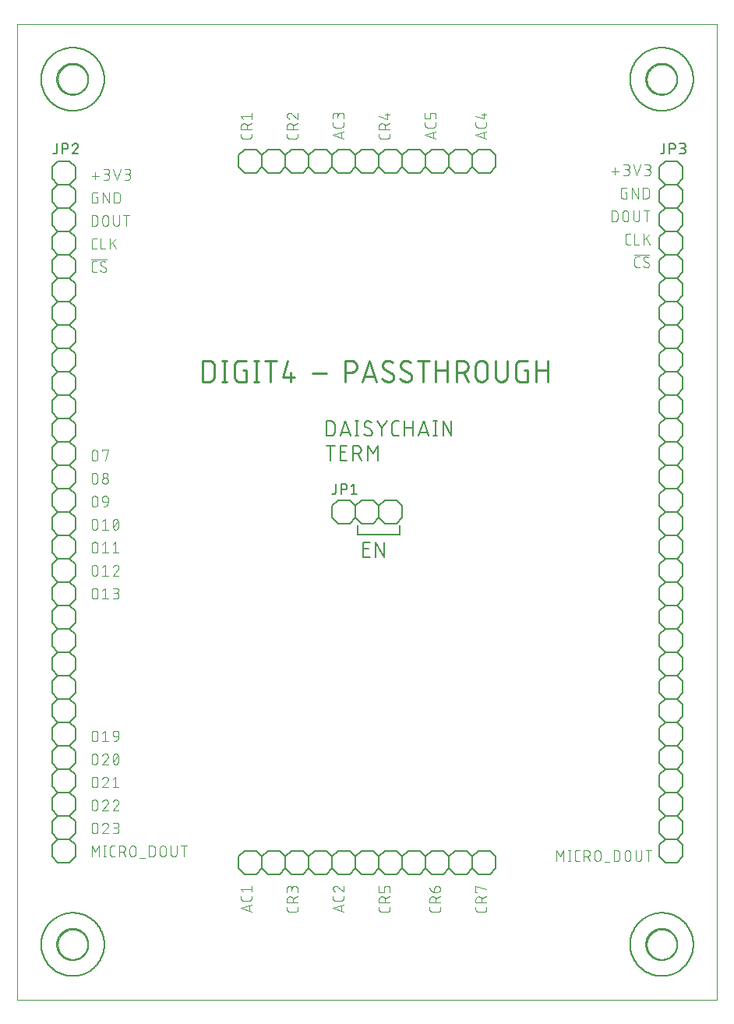
<source format=gto>
G75*
%MOIN*%
%OFA0B0*%
%FSLAX25Y25*%
%IPPOS*%
%LPD*%
%AMOC8*
5,1,8,0,0,1.08239X$1,22.5*
%
%ADD10C,0.00000*%
%ADD11C,0.00400*%
%ADD12C,0.00600*%
%ADD13C,0.01000*%
%ADD14C,0.00500*%
%ADD15C,0.00800*%
D10*
X0012961Y0010993D02*
X0012961Y0428315D01*
X0312174Y0428315D01*
X0312174Y0010993D01*
X0012961Y0010993D01*
X0030284Y0034615D02*
X0030286Y0034773D01*
X0030292Y0034931D01*
X0030302Y0035089D01*
X0030316Y0035247D01*
X0030334Y0035404D01*
X0030355Y0035561D01*
X0030381Y0035717D01*
X0030411Y0035873D01*
X0030444Y0036028D01*
X0030482Y0036181D01*
X0030523Y0036334D01*
X0030568Y0036486D01*
X0030617Y0036637D01*
X0030670Y0036786D01*
X0030726Y0036934D01*
X0030786Y0037080D01*
X0030850Y0037225D01*
X0030918Y0037368D01*
X0030989Y0037510D01*
X0031063Y0037650D01*
X0031141Y0037787D01*
X0031223Y0037923D01*
X0031307Y0038057D01*
X0031396Y0038188D01*
X0031487Y0038317D01*
X0031582Y0038444D01*
X0031679Y0038569D01*
X0031780Y0038691D01*
X0031884Y0038810D01*
X0031991Y0038927D01*
X0032101Y0039041D01*
X0032214Y0039152D01*
X0032329Y0039261D01*
X0032447Y0039366D01*
X0032568Y0039468D01*
X0032691Y0039568D01*
X0032817Y0039664D01*
X0032945Y0039757D01*
X0033075Y0039847D01*
X0033208Y0039933D01*
X0033343Y0040017D01*
X0033479Y0040096D01*
X0033618Y0040173D01*
X0033759Y0040245D01*
X0033901Y0040315D01*
X0034045Y0040380D01*
X0034191Y0040442D01*
X0034338Y0040500D01*
X0034487Y0040555D01*
X0034637Y0040606D01*
X0034788Y0040653D01*
X0034940Y0040696D01*
X0035093Y0040735D01*
X0035248Y0040771D01*
X0035403Y0040802D01*
X0035559Y0040830D01*
X0035715Y0040854D01*
X0035872Y0040874D01*
X0036030Y0040890D01*
X0036187Y0040902D01*
X0036346Y0040910D01*
X0036504Y0040914D01*
X0036662Y0040914D01*
X0036820Y0040910D01*
X0036979Y0040902D01*
X0037136Y0040890D01*
X0037294Y0040874D01*
X0037451Y0040854D01*
X0037607Y0040830D01*
X0037763Y0040802D01*
X0037918Y0040771D01*
X0038073Y0040735D01*
X0038226Y0040696D01*
X0038378Y0040653D01*
X0038529Y0040606D01*
X0038679Y0040555D01*
X0038828Y0040500D01*
X0038975Y0040442D01*
X0039121Y0040380D01*
X0039265Y0040315D01*
X0039407Y0040245D01*
X0039548Y0040173D01*
X0039687Y0040096D01*
X0039823Y0040017D01*
X0039958Y0039933D01*
X0040091Y0039847D01*
X0040221Y0039757D01*
X0040349Y0039664D01*
X0040475Y0039568D01*
X0040598Y0039468D01*
X0040719Y0039366D01*
X0040837Y0039261D01*
X0040952Y0039152D01*
X0041065Y0039041D01*
X0041175Y0038927D01*
X0041282Y0038810D01*
X0041386Y0038691D01*
X0041487Y0038569D01*
X0041584Y0038444D01*
X0041679Y0038317D01*
X0041770Y0038188D01*
X0041859Y0038057D01*
X0041943Y0037923D01*
X0042025Y0037787D01*
X0042103Y0037650D01*
X0042177Y0037510D01*
X0042248Y0037368D01*
X0042316Y0037225D01*
X0042380Y0037080D01*
X0042440Y0036934D01*
X0042496Y0036786D01*
X0042549Y0036637D01*
X0042598Y0036486D01*
X0042643Y0036334D01*
X0042684Y0036181D01*
X0042722Y0036028D01*
X0042755Y0035873D01*
X0042785Y0035717D01*
X0042811Y0035561D01*
X0042832Y0035404D01*
X0042850Y0035247D01*
X0042864Y0035089D01*
X0042874Y0034931D01*
X0042880Y0034773D01*
X0042882Y0034615D01*
X0042880Y0034457D01*
X0042874Y0034299D01*
X0042864Y0034141D01*
X0042850Y0033983D01*
X0042832Y0033826D01*
X0042811Y0033669D01*
X0042785Y0033513D01*
X0042755Y0033357D01*
X0042722Y0033202D01*
X0042684Y0033049D01*
X0042643Y0032896D01*
X0042598Y0032744D01*
X0042549Y0032593D01*
X0042496Y0032444D01*
X0042440Y0032296D01*
X0042380Y0032150D01*
X0042316Y0032005D01*
X0042248Y0031862D01*
X0042177Y0031720D01*
X0042103Y0031580D01*
X0042025Y0031443D01*
X0041943Y0031307D01*
X0041859Y0031173D01*
X0041770Y0031042D01*
X0041679Y0030913D01*
X0041584Y0030786D01*
X0041487Y0030661D01*
X0041386Y0030539D01*
X0041282Y0030420D01*
X0041175Y0030303D01*
X0041065Y0030189D01*
X0040952Y0030078D01*
X0040837Y0029969D01*
X0040719Y0029864D01*
X0040598Y0029762D01*
X0040475Y0029662D01*
X0040349Y0029566D01*
X0040221Y0029473D01*
X0040091Y0029383D01*
X0039958Y0029297D01*
X0039823Y0029213D01*
X0039687Y0029134D01*
X0039548Y0029057D01*
X0039407Y0028985D01*
X0039265Y0028915D01*
X0039121Y0028850D01*
X0038975Y0028788D01*
X0038828Y0028730D01*
X0038679Y0028675D01*
X0038529Y0028624D01*
X0038378Y0028577D01*
X0038226Y0028534D01*
X0038073Y0028495D01*
X0037918Y0028459D01*
X0037763Y0028428D01*
X0037607Y0028400D01*
X0037451Y0028376D01*
X0037294Y0028356D01*
X0037136Y0028340D01*
X0036979Y0028328D01*
X0036820Y0028320D01*
X0036662Y0028316D01*
X0036504Y0028316D01*
X0036346Y0028320D01*
X0036187Y0028328D01*
X0036030Y0028340D01*
X0035872Y0028356D01*
X0035715Y0028376D01*
X0035559Y0028400D01*
X0035403Y0028428D01*
X0035248Y0028459D01*
X0035093Y0028495D01*
X0034940Y0028534D01*
X0034788Y0028577D01*
X0034637Y0028624D01*
X0034487Y0028675D01*
X0034338Y0028730D01*
X0034191Y0028788D01*
X0034045Y0028850D01*
X0033901Y0028915D01*
X0033759Y0028985D01*
X0033618Y0029057D01*
X0033479Y0029134D01*
X0033343Y0029213D01*
X0033208Y0029297D01*
X0033075Y0029383D01*
X0032945Y0029473D01*
X0032817Y0029566D01*
X0032691Y0029662D01*
X0032568Y0029762D01*
X0032447Y0029864D01*
X0032329Y0029969D01*
X0032214Y0030078D01*
X0032101Y0030189D01*
X0031991Y0030303D01*
X0031884Y0030420D01*
X0031780Y0030539D01*
X0031679Y0030661D01*
X0031582Y0030786D01*
X0031487Y0030913D01*
X0031396Y0031042D01*
X0031307Y0031173D01*
X0031223Y0031307D01*
X0031141Y0031443D01*
X0031063Y0031580D01*
X0030989Y0031720D01*
X0030918Y0031862D01*
X0030850Y0032005D01*
X0030786Y0032150D01*
X0030726Y0032296D01*
X0030670Y0032444D01*
X0030617Y0032593D01*
X0030568Y0032744D01*
X0030523Y0032896D01*
X0030482Y0033049D01*
X0030444Y0033202D01*
X0030411Y0033357D01*
X0030381Y0033513D01*
X0030355Y0033669D01*
X0030334Y0033826D01*
X0030316Y0033983D01*
X0030302Y0034141D01*
X0030292Y0034299D01*
X0030286Y0034457D01*
X0030284Y0034615D01*
X0282253Y0034615D02*
X0282255Y0034773D01*
X0282261Y0034931D01*
X0282271Y0035089D01*
X0282285Y0035247D01*
X0282303Y0035404D01*
X0282324Y0035561D01*
X0282350Y0035717D01*
X0282380Y0035873D01*
X0282413Y0036028D01*
X0282451Y0036181D01*
X0282492Y0036334D01*
X0282537Y0036486D01*
X0282586Y0036637D01*
X0282639Y0036786D01*
X0282695Y0036934D01*
X0282755Y0037080D01*
X0282819Y0037225D01*
X0282887Y0037368D01*
X0282958Y0037510D01*
X0283032Y0037650D01*
X0283110Y0037787D01*
X0283192Y0037923D01*
X0283276Y0038057D01*
X0283365Y0038188D01*
X0283456Y0038317D01*
X0283551Y0038444D01*
X0283648Y0038569D01*
X0283749Y0038691D01*
X0283853Y0038810D01*
X0283960Y0038927D01*
X0284070Y0039041D01*
X0284183Y0039152D01*
X0284298Y0039261D01*
X0284416Y0039366D01*
X0284537Y0039468D01*
X0284660Y0039568D01*
X0284786Y0039664D01*
X0284914Y0039757D01*
X0285044Y0039847D01*
X0285177Y0039933D01*
X0285312Y0040017D01*
X0285448Y0040096D01*
X0285587Y0040173D01*
X0285728Y0040245D01*
X0285870Y0040315D01*
X0286014Y0040380D01*
X0286160Y0040442D01*
X0286307Y0040500D01*
X0286456Y0040555D01*
X0286606Y0040606D01*
X0286757Y0040653D01*
X0286909Y0040696D01*
X0287062Y0040735D01*
X0287217Y0040771D01*
X0287372Y0040802D01*
X0287528Y0040830D01*
X0287684Y0040854D01*
X0287841Y0040874D01*
X0287999Y0040890D01*
X0288156Y0040902D01*
X0288315Y0040910D01*
X0288473Y0040914D01*
X0288631Y0040914D01*
X0288789Y0040910D01*
X0288948Y0040902D01*
X0289105Y0040890D01*
X0289263Y0040874D01*
X0289420Y0040854D01*
X0289576Y0040830D01*
X0289732Y0040802D01*
X0289887Y0040771D01*
X0290042Y0040735D01*
X0290195Y0040696D01*
X0290347Y0040653D01*
X0290498Y0040606D01*
X0290648Y0040555D01*
X0290797Y0040500D01*
X0290944Y0040442D01*
X0291090Y0040380D01*
X0291234Y0040315D01*
X0291376Y0040245D01*
X0291517Y0040173D01*
X0291656Y0040096D01*
X0291792Y0040017D01*
X0291927Y0039933D01*
X0292060Y0039847D01*
X0292190Y0039757D01*
X0292318Y0039664D01*
X0292444Y0039568D01*
X0292567Y0039468D01*
X0292688Y0039366D01*
X0292806Y0039261D01*
X0292921Y0039152D01*
X0293034Y0039041D01*
X0293144Y0038927D01*
X0293251Y0038810D01*
X0293355Y0038691D01*
X0293456Y0038569D01*
X0293553Y0038444D01*
X0293648Y0038317D01*
X0293739Y0038188D01*
X0293828Y0038057D01*
X0293912Y0037923D01*
X0293994Y0037787D01*
X0294072Y0037650D01*
X0294146Y0037510D01*
X0294217Y0037368D01*
X0294285Y0037225D01*
X0294349Y0037080D01*
X0294409Y0036934D01*
X0294465Y0036786D01*
X0294518Y0036637D01*
X0294567Y0036486D01*
X0294612Y0036334D01*
X0294653Y0036181D01*
X0294691Y0036028D01*
X0294724Y0035873D01*
X0294754Y0035717D01*
X0294780Y0035561D01*
X0294801Y0035404D01*
X0294819Y0035247D01*
X0294833Y0035089D01*
X0294843Y0034931D01*
X0294849Y0034773D01*
X0294851Y0034615D01*
X0294849Y0034457D01*
X0294843Y0034299D01*
X0294833Y0034141D01*
X0294819Y0033983D01*
X0294801Y0033826D01*
X0294780Y0033669D01*
X0294754Y0033513D01*
X0294724Y0033357D01*
X0294691Y0033202D01*
X0294653Y0033049D01*
X0294612Y0032896D01*
X0294567Y0032744D01*
X0294518Y0032593D01*
X0294465Y0032444D01*
X0294409Y0032296D01*
X0294349Y0032150D01*
X0294285Y0032005D01*
X0294217Y0031862D01*
X0294146Y0031720D01*
X0294072Y0031580D01*
X0293994Y0031443D01*
X0293912Y0031307D01*
X0293828Y0031173D01*
X0293739Y0031042D01*
X0293648Y0030913D01*
X0293553Y0030786D01*
X0293456Y0030661D01*
X0293355Y0030539D01*
X0293251Y0030420D01*
X0293144Y0030303D01*
X0293034Y0030189D01*
X0292921Y0030078D01*
X0292806Y0029969D01*
X0292688Y0029864D01*
X0292567Y0029762D01*
X0292444Y0029662D01*
X0292318Y0029566D01*
X0292190Y0029473D01*
X0292060Y0029383D01*
X0291927Y0029297D01*
X0291792Y0029213D01*
X0291656Y0029134D01*
X0291517Y0029057D01*
X0291376Y0028985D01*
X0291234Y0028915D01*
X0291090Y0028850D01*
X0290944Y0028788D01*
X0290797Y0028730D01*
X0290648Y0028675D01*
X0290498Y0028624D01*
X0290347Y0028577D01*
X0290195Y0028534D01*
X0290042Y0028495D01*
X0289887Y0028459D01*
X0289732Y0028428D01*
X0289576Y0028400D01*
X0289420Y0028376D01*
X0289263Y0028356D01*
X0289105Y0028340D01*
X0288948Y0028328D01*
X0288789Y0028320D01*
X0288631Y0028316D01*
X0288473Y0028316D01*
X0288315Y0028320D01*
X0288156Y0028328D01*
X0287999Y0028340D01*
X0287841Y0028356D01*
X0287684Y0028376D01*
X0287528Y0028400D01*
X0287372Y0028428D01*
X0287217Y0028459D01*
X0287062Y0028495D01*
X0286909Y0028534D01*
X0286757Y0028577D01*
X0286606Y0028624D01*
X0286456Y0028675D01*
X0286307Y0028730D01*
X0286160Y0028788D01*
X0286014Y0028850D01*
X0285870Y0028915D01*
X0285728Y0028985D01*
X0285587Y0029057D01*
X0285448Y0029134D01*
X0285312Y0029213D01*
X0285177Y0029297D01*
X0285044Y0029383D01*
X0284914Y0029473D01*
X0284786Y0029566D01*
X0284660Y0029662D01*
X0284537Y0029762D01*
X0284416Y0029864D01*
X0284298Y0029969D01*
X0284183Y0030078D01*
X0284070Y0030189D01*
X0283960Y0030303D01*
X0283853Y0030420D01*
X0283749Y0030539D01*
X0283648Y0030661D01*
X0283551Y0030786D01*
X0283456Y0030913D01*
X0283365Y0031042D01*
X0283276Y0031173D01*
X0283192Y0031307D01*
X0283110Y0031443D01*
X0283032Y0031580D01*
X0282958Y0031720D01*
X0282887Y0031862D01*
X0282819Y0032005D01*
X0282755Y0032150D01*
X0282695Y0032296D01*
X0282639Y0032444D01*
X0282586Y0032593D01*
X0282537Y0032744D01*
X0282492Y0032896D01*
X0282451Y0033049D01*
X0282413Y0033202D01*
X0282380Y0033357D01*
X0282350Y0033513D01*
X0282324Y0033669D01*
X0282303Y0033826D01*
X0282285Y0033983D01*
X0282271Y0034141D01*
X0282261Y0034299D01*
X0282255Y0034457D01*
X0282253Y0034615D01*
X0282253Y0404693D02*
X0282255Y0404851D01*
X0282261Y0405009D01*
X0282271Y0405167D01*
X0282285Y0405325D01*
X0282303Y0405482D01*
X0282324Y0405639D01*
X0282350Y0405795D01*
X0282380Y0405951D01*
X0282413Y0406106D01*
X0282451Y0406259D01*
X0282492Y0406412D01*
X0282537Y0406564D01*
X0282586Y0406715D01*
X0282639Y0406864D01*
X0282695Y0407012D01*
X0282755Y0407158D01*
X0282819Y0407303D01*
X0282887Y0407446D01*
X0282958Y0407588D01*
X0283032Y0407728D01*
X0283110Y0407865D01*
X0283192Y0408001D01*
X0283276Y0408135D01*
X0283365Y0408266D01*
X0283456Y0408395D01*
X0283551Y0408522D01*
X0283648Y0408647D01*
X0283749Y0408769D01*
X0283853Y0408888D01*
X0283960Y0409005D01*
X0284070Y0409119D01*
X0284183Y0409230D01*
X0284298Y0409339D01*
X0284416Y0409444D01*
X0284537Y0409546D01*
X0284660Y0409646D01*
X0284786Y0409742D01*
X0284914Y0409835D01*
X0285044Y0409925D01*
X0285177Y0410011D01*
X0285312Y0410095D01*
X0285448Y0410174D01*
X0285587Y0410251D01*
X0285728Y0410323D01*
X0285870Y0410393D01*
X0286014Y0410458D01*
X0286160Y0410520D01*
X0286307Y0410578D01*
X0286456Y0410633D01*
X0286606Y0410684D01*
X0286757Y0410731D01*
X0286909Y0410774D01*
X0287062Y0410813D01*
X0287217Y0410849D01*
X0287372Y0410880D01*
X0287528Y0410908D01*
X0287684Y0410932D01*
X0287841Y0410952D01*
X0287999Y0410968D01*
X0288156Y0410980D01*
X0288315Y0410988D01*
X0288473Y0410992D01*
X0288631Y0410992D01*
X0288789Y0410988D01*
X0288948Y0410980D01*
X0289105Y0410968D01*
X0289263Y0410952D01*
X0289420Y0410932D01*
X0289576Y0410908D01*
X0289732Y0410880D01*
X0289887Y0410849D01*
X0290042Y0410813D01*
X0290195Y0410774D01*
X0290347Y0410731D01*
X0290498Y0410684D01*
X0290648Y0410633D01*
X0290797Y0410578D01*
X0290944Y0410520D01*
X0291090Y0410458D01*
X0291234Y0410393D01*
X0291376Y0410323D01*
X0291517Y0410251D01*
X0291656Y0410174D01*
X0291792Y0410095D01*
X0291927Y0410011D01*
X0292060Y0409925D01*
X0292190Y0409835D01*
X0292318Y0409742D01*
X0292444Y0409646D01*
X0292567Y0409546D01*
X0292688Y0409444D01*
X0292806Y0409339D01*
X0292921Y0409230D01*
X0293034Y0409119D01*
X0293144Y0409005D01*
X0293251Y0408888D01*
X0293355Y0408769D01*
X0293456Y0408647D01*
X0293553Y0408522D01*
X0293648Y0408395D01*
X0293739Y0408266D01*
X0293828Y0408135D01*
X0293912Y0408001D01*
X0293994Y0407865D01*
X0294072Y0407728D01*
X0294146Y0407588D01*
X0294217Y0407446D01*
X0294285Y0407303D01*
X0294349Y0407158D01*
X0294409Y0407012D01*
X0294465Y0406864D01*
X0294518Y0406715D01*
X0294567Y0406564D01*
X0294612Y0406412D01*
X0294653Y0406259D01*
X0294691Y0406106D01*
X0294724Y0405951D01*
X0294754Y0405795D01*
X0294780Y0405639D01*
X0294801Y0405482D01*
X0294819Y0405325D01*
X0294833Y0405167D01*
X0294843Y0405009D01*
X0294849Y0404851D01*
X0294851Y0404693D01*
X0294849Y0404535D01*
X0294843Y0404377D01*
X0294833Y0404219D01*
X0294819Y0404061D01*
X0294801Y0403904D01*
X0294780Y0403747D01*
X0294754Y0403591D01*
X0294724Y0403435D01*
X0294691Y0403280D01*
X0294653Y0403127D01*
X0294612Y0402974D01*
X0294567Y0402822D01*
X0294518Y0402671D01*
X0294465Y0402522D01*
X0294409Y0402374D01*
X0294349Y0402228D01*
X0294285Y0402083D01*
X0294217Y0401940D01*
X0294146Y0401798D01*
X0294072Y0401658D01*
X0293994Y0401521D01*
X0293912Y0401385D01*
X0293828Y0401251D01*
X0293739Y0401120D01*
X0293648Y0400991D01*
X0293553Y0400864D01*
X0293456Y0400739D01*
X0293355Y0400617D01*
X0293251Y0400498D01*
X0293144Y0400381D01*
X0293034Y0400267D01*
X0292921Y0400156D01*
X0292806Y0400047D01*
X0292688Y0399942D01*
X0292567Y0399840D01*
X0292444Y0399740D01*
X0292318Y0399644D01*
X0292190Y0399551D01*
X0292060Y0399461D01*
X0291927Y0399375D01*
X0291792Y0399291D01*
X0291656Y0399212D01*
X0291517Y0399135D01*
X0291376Y0399063D01*
X0291234Y0398993D01*
X0291090Y0398928D01*
X0290944Y0398866D01*
X0290797Y0398808D01*
X0290648Y0398753D01*
X0290498Y0398702D01*
X0290347Y0398655D01*
X0290195Y0398612D01*
X0290042Y0398573D01*
X0289887Y0398537D01*
X0289732Y0398506D01*
X0289576Y0398478D01*
X0289420Y0398454D01*
X0289263Y0398434D01*
X0289105Y0398418D01*
X0288948Y0398406D01*
X0288789Y0398398D01*
X0288631Y0398394D01*
X0288473Y0398394D01*
X0288315Y0398398D01*
X0288156Y0398406D01*
X0287999Y0398418D01*
X0287841Y0398434D01*
X0287684Y0398454D01*
X0287528Y0398478D01*
X0287372Y0398506D01*
X0287217Y0398537D01*
X0287062Y0398573D01*
X0286909Y0398612D01*
X0286757Y0398655D01*
X0286606Y0398702D01*
X0286456Y0398753D01*
X0286307Y0398808D01*
X0286160Y0398866D01*
X0286014Y0398928D01*
X0285870Y0398993D01*
X0285728Y0399063D01*
X0285587Y0399135D01*
X0285448Y0399212D01*
X0285312Y0399291D01*
X0285177Y0399375D01*
X0285044Y0399461D01*
X0284914Y0399551D01*
X0284786Y0399644D01*
X0284660Y0399740D01*
X0284537Y0399840D01*
X0284416Y0399942D01*
X0284298Y0400047D01*
X0284183Y0400156D01*
X0284070Y0400267D01*
X0283960Y0400381D01*
X0283853Y0400498D01*
X0283749Y0400617D01*
X0283648Y0400739D01*
X0283551Y0400864D01*
X0283456Y0400991D01*
X0283365Y0401120D01*
X0283276Y0401251D01*
X0283192Y0401385D01*
X0283110Y0401521D01*
X0283032Y0401658D01*
X0282958Y0401798D01*
X0282887Y0401940D01*
X0282819Y0402083D01*
X0282755Y0402228D01*
X0282695Y0402374D01*
X0282639Y0402522D01*
X0282586Y0402671D01*
X0282537Y0402822D01*
X0282492Y0402974D01*
X0282451Y0403127D01*
X0282413Y0403280D01*
X0282380Y0403435D01*
X0282350Y0403591D01*
X0282324Y0403747D01*
X0282303Y0403904D01*
X0282285Y0404061D01*
X0282271Y0404219D01*
X0282261Y0404377D01*
X0282255Y0404535D01*
X0282253Y0404693D01*
X0030284Y0404693D02*
X0030286Y0404851D01*
X0030292Y0405009D01*
X0030302Y0405167D01*
X0030316Y0405325D01*
X0030334Y0405482D01*
X0030355Y0405639D01*
X0030381Y0405795D01*
X0030411Y0405951D01*
X0030444Y0406106D01*
X0030482Y0406259D01*
X0030523Y0406412D01*
X0030568Y0406564D01*
X0030617Y0406715D01*
X0030670Y0406864D01*
X0030726Y0407012D01*
X0030786Y0407158D01*
X0030850Y0407303D01*
X0030918Y0407446D01*
X0030989Y0407588D01*
X0031063Y0407728D01*
X0031141Y0407865D01*
X0031223Y0408001D01*
X0031307Y0408135D01*
X0031396Y0408266D01*
X0031487Y0408395D01*
X0031582Y0408522D01*
X0031679Y0408647D01*
X0031780Y0408769D01*
X0031884Y0408888D01*
X0031991Y0409005D01*
X0032101Y0409119D01*
X0032214Y0409230D01*
X0032329Y0409339D01*
X0032447Y0409444D01*
X0032568Y0409546D01*
X0032691Y0409646D01*
X0032817Y0409742D01*
X0032945Y0409835D01*
X0033075Y0409925D01*
X0033208Y0410011D01*
X0033343Y0410095D01*
X0033479Y0410174D01*
X0033618Y0410251D01*
X0033759Y0410323D01*
X0033901Y0410393D01*
X0034045Y0410458D01*
X0034191Y0410520D01*
X0034338Y0410578D01*
X0034487Y0410633D01*
X0034637Y0410684D01*
X0034788Y0410731D01*
X0034940Y0410774D01*
X0035093Y0410813D01*
X0035248Y0410849D01*
X0035403Y0410880D01*
X0035559Y0410908D01*
X0035715Y0410932D01*
X0035872Y0410952D01*
X0036030Y0410968D01*
X0036187Y0410980D01*
X0036346Y0410988D01*
X0036504Y0410992D01*
X0036662Y0410992D01*
X0036820Y0410988D01*
X0036979Y0410980D01*
X0037136Y0410968D01*
X0037294Y0410952D01*
X0037451Y0410932D01*
X0037607Y0410908D01*
X0037763Y0410880D01*
X0037918Y0410849D01*
X0038073Y0410813D01*
X0038226Y0410774D01*
X0038378Y0410731D01*
X0038529Y0410684D01*
X0038679Y0410633D01*
X0038828Y0410578D01*
X0038975Y0410520D01*
X0039121Y0410458D01*
X0039265Y0410393D01*
X0039407Y0410323D01*
X0039548Y0410251D01*
X0039687Y0410174D01*
X0039823Y0410095D01*
X0039958Y0410011D01*
X0040091Y0409925D01*
X0040221Y0409835D01*
X0040349Y0409742D01*
X0040475Y0409646D01*
X0040598Y0409546D01*
X0040719Y0409444D01*
X0040837Y0409339D01*
X0040952Y0409230D01*
X0041065Y0409119D01*
X0041175Y0409005D01*
X0041282Y0408888D01*
X0041386Y0408769D01*
X0041487Y0408647D01*
X0041584Y0408522D01*
X0041679Y0408395D01*
X0041770Y0408266D01*
X0041859Y0408135D01*
X0041943Y0408001D01*
X0042025Y0407865D01*
X0042103Y0407728D01*
X0042177Y0407588D01*
X0042248Y0407446D01*
X0042316Y0407303D01*
X0042380Y0407158D01*
X0042440Y0407012D01*
X0042496Y0406864D01*
X0042549Y0406715D01*
X0042598Y0406564D01*
X0042643Y0406412D01*
X0042684Y0406259D01*
X0042722Y0406106D01*
X0042755Y0405951D01*
X0042785Y0405795D01*
X0042811Y0405639D01*
X0042832Y0405482D01*
X0042850Y0405325D01*
X0042864Y0405167D01*
X0042874Y0405009D01*
X0042880Y0404851D01*
X0042882Y0404693D01*
X0042880Y0404535D01*
X0042874Y0404377D01*
X0042864Y0404219D01*
X0042850Y0404061D01*
X0042832Y0403904D01*
X0042811Y0403747D01*
X0042785Y0403591D01*
X0042755Y0403435D01*
X0042722Y0403280D01*
X0042684Y0403127D01*
X0042643Y0402974D01*
X0042598Y0402822D01*
X0042549Y0402671D01*
X0042496Y0402522D01*
X0042440Y0402374D01*
X0042380Y0402228D01*
X0042316Y0402083D01*
X0042248Y0401940D01*
X0042177Y0401798D01*
X0042103Y0401658D01*
X0042025Y0401521D01*
X0041943Y0401385D01*
X0041859Y0401251D01*
X0041770Y0401120D01*
X0041679Y0400991D01*
X0041584Y0400864D01*
X0041487Y0400739D01*
X0041386Y0400617D01*
X0041282Y0400498D01*
X0041175Y0400381D01*
X0041065Y0400267D01*
X0040952Y0400156D01*
X0040837Y0400047D01*
X0040719Y0399942D01*
X0040598Y0399840D01*
X0040475Y0399740D01*
X0040349Y0399644D01*
X0040221Y0399551D01*
X0040091Y0399461D01*
X0039958Y0399375D01*
X0039823Y0399291D01*
X0039687Y0399212D01*
X0039548Y0399135D01*
X0039407Y0399063D01*
X0039265Y0398993D01*
X0039121Y0398928D01*
X0038975Y0398866D01*
X0038828Y0398808D01*
X0038679Y0398753D01*
X0038529Y0398702D01*
X0038378Y0398655D01*
X0038226Y0398612D01*
X0038073Y0398573D01*
X0037918Y0398537D01*
X0037763Y0398506D01*
X0037607Y0398478D01*
X0037451Y0398454D01*
X0037294Y0398434D01*
X0037136Y0398418D01*
X0036979Y0398406D01*
X0036820Y0398398D01*
X0036662Y0398394D01*
X0036504Y0398394D01*
X0036346Y0398398D01*
X0036187Y0398406D01*
X0036030Y0398418D01*
X0035872Y0398434D01*
X0035715Y0398454D01*
X0035559Y0398478D01*
X0035403Y0398506D01*
X0035248Y0398537D01*
X0035093Y0398573D01*
X0034940Y0398612D01*
X0034788Y0398655D01*
X0034637Y0398702D01*
X0034487Y0398753D01*
X0034338Y0398808D01*
X0034191Y0398866D01*
X0034045Y0398928D01*
X0033901Y0398993D01*
X0033759Y0399063D01*
X0033618Y0399135D01*
X0033479Y0399212D01*
X0033343Y0399291D01*
X0033208Y0399375D01*
X0033075Y0399461D01*
X0032945Y0399551D01*
X0032817Y0399644D01*
X0032691Y0399740D01*
X0032568Y0399840D01*
X0032447Y0399942D01*
X0032329Y0400047D01*
X0032214Y0400156D01*
X0032101Y0400267D01*
X0031991Y0400381D01*
X0031884Y0400498D01*
X0031780Y0400617D01*
X0031679Y0400739D01*
X0031582Y0400864D01*
X0031487Y0400991D01*
X0031396Y0401120D01*
X0031307Y0401251D01*
X0031223Y0401385D01*
X0031141Y0401521D01*
X0031063Y0401658D01*
X0030989Y0401798D01*
X0030918Y0401940D01*
X0030850Y0402083D01*
X0030786Y0402228D01*
X0030726Y0402374D01*
X0030670Y0402522D01*
X0030617Y0402671D01*
X0030568Y0402822D01*
X0030523Y0402974D01*
X0030482Y0403127D01*
X0030444Y0403280D01*
X0030411Y0403435D01*
X0030381Y0403591D01*
X0030355Y0403747D01*
X0030334Y0403904D01*
X0030316Y0404061D01*
X0030302Y0404219D01*
X0030292Y0404377D01*
X0030286Y0404535D01*
X0030284Y0404693D01*
D11*
X0046190Y0364908D02*
X0046190Y0361842D01*
X0044657Y0363375D02*
X0047724Y0363375D01*
X0050224Y0364142D02*
X0051246Y0364142D01*
X0051309Y0364144D01*
X0051372Y0364150D01*
X0051434Y0364159D01*
X0051495Y0364173D01*
X0051556Y0364190D01*
X0051615Y0364211D01*
X0051673Y0364236D01*
X0051730Y0364264D01*
X0051784Y0364295D01*
X0051836Y0364330D01*
X0051887Y0364368D01*
X0051935Y0364409D01*
X0051980Y0364453D01*
X0052022Y0364499D01*
X0052062Y0364548D01*
X0052098Y0364599D01*
X0052131Y0364653D01*
X0052161Y0364708D01*
X0052187Y0364766D01*
X0052210Y0364824D01*
X0052229Y0364884D01*
X0052244Y0364945D01*
X0052256Y0365007D01*
X0052264Y0365070D01*
X0052268Y0365133D01*
X0052268Y0365195D01*
X0052264Y0365258D01*
X0052256Y0365321D01*
X0052244Y0365383D01*
X0052229Y0365444D01*
X0052210Y0365504D01*
X0052187Y0365562D01*
X0052161Y0365620D01*
X0052131Y0365675D01*
X0052098Y0365729D01*
X0052062Y0365780D01*
X0052022Y0365829D01*
X0051980Y0365875D01*
X0051935Y0365919D01*
X0051887Y0365960D01*
X0051836Y0365998D01*
X0051784Y0366033D01*
X0051730Y0366064D01*
X0051673Y0366092D01*
X0051615Y0366117D01*
X0051556Y0366138D01*
X0051495Y0366155D01*
X0051434Y0366169D01*
X0051372Y0366178D01*
X0051309Y0366184D01*
X0051246Y0366186D01*
X0049713Y0366186D01*
X0050990Y0364142D02*
X0051060Y0364140D01*
X0051131Y0364134D01*
X0051200Y0364125D01*
X0051269Y0364111D01*
X0051338Y0364094D01*
X0051405Y0364073D01*
X0051471Y0364048D01*
X0051535Y0364020D01*
X0051598Y0363988D01*
X0051659Y0363953D01*
X0051718Y0363914D01*
X0051775Y0363873D01*
X0051829Y0363828D01*
X0051881Y0363780D01*
X0051930Y0363730D01*
X0051977Y0363676D01*
X0052020Y0363621D01*
X0052060Y0363563D01*
X0052097Y0363503D01*
X0052130Y0363441D01*
X0052160Y0363377D01*
X0052187Y0363312D01*
X0052210Y0363246D01*
X0052229Y0363178D01*
X0052244Y0363109D01*
X0052256Y0363040D01*
X0052264Y0362970D01*
X0052268Y0362899D01*
X0052268Y0362829D01*
X0052264Y0362758D01*
X0052256Y0362688D01*
X0052244Y0362619D01*
X0052229Y0362550D01*
X0052210Y0362482D01*
X0052187Y0362416D01*
X0052160Y0362351D01*
X0052130Y0362287D01*
X0052097Y0362225D01*
X0052060Y0362165D01*
X0052020Y0362107D01*
X0051977Y0362052D01*
X0051930Y0361998D01*
X0051881Y0361948D01*
X0051829Y0361900D01*
X0051775Y0361855D01*
X0051718Y0361814D01*
X0051659Y0361775D01*
X0051598Y0361740D01*
X0051535Y0361708D01*
X0051471Y0361680D01*
X0051405Y0361655D01*
X0051338Y0361634D01*
X0051269Y0361617D01*
X0051200Y0361603D01*
X0051131Y0361594D01*
X0051060Y0361588D01*
X0050990Y0361586D01*
X0049713Y0361586D01*
X0049457Y0356344D02*
X0052013Y0351744D01*
X0052013Y0356344D01*
X0054257Y0356344D02*
X0055535Y0356344D01*
X0054257Y0356344D02*
X0054257Y0351744D01*
X0055535Y0351744D01*
X0055535Y0351743D02*
X0055604Y0351745D01*
X0055673Y0351750D01*
X0055742Y0351760D01*
X0055810Y0351773D01*
X0055877Y0351790D01*
X0055943Y0351810D01*
X0056008Y0351834D01*
X0056072Y0351861D01*
X0056134Y0351892D01*
X0056194Y0351926D01*
X0056252Y0351963D01*
X0056308Y0352004D01*
X0056362Y0352047D01*
X0056414Y0352093D01*
X0056463Y0352142D01*
X0056509Y0352194D01*
X0056552Y0352248D01*
X0056593Y0352304D01*
X0056630Y0352362D01*
X0056664Y0352422D01*
X0056695Y0352484D01*
X0056722Y0352548D01*
X0056746Y0352613D01*
X0056766Y0352679D01*
X0056783Y0352746D01*
X0056796Y0352814D01*
X0056806Y0352883D01*
X0056811Y0352952D01*
X0056813Y0353021D01*
X0056813Y0355066D01*
X0056811Y0355135D01*
X0056806Y0355204D01*
X0056796Y0355273D01*
X0056783Y0355341D01*
X0056766Y0355408D01*
X0056746Y0355474D01*
X0056722Y0355539D01*
X0056695Y0355603D01*
X0056664Y0355665D01*
X0056630Y0355725D01*
X0056593Y0355783D01*
X0056552Y0355839D01*
X0056509Y0355893D01*
X0056463Y0355945D01*
X0056414Y0355994D01*
X0056362Y0356040D01*
X0056308Y0356083D01*
X0056252Y0356124D01*
X0056194Y0356161D01*
X0056134Y0356195D01*
X0056072Y0356226D01*
X0056008Y0356253D01*
X0055943Y0356277D01*
X0055877Y0356297D01*
X0055810Y0356314D01*
X0055742Y0356327D01*
X0055673Y0356337D01*
X0055604Y0356342D01*
X0055535Y0356344D01*
X0055490Y0361586D02*
X0057024Y0366186D01*
X0058713Y0366186D02*
X0060246Y0366186D01*
X0060309Y0366184D01*
X0060372Y0366178D01*
X0060434Y0366169D01*
X0060495Y0366155D01*
X0060556Y0366138D01*
X0060615Y0366117D01*
X0060673Y0366092D01*
X0060730Y0366064D01*
X0060784Y0366033D01*
X0060836Y0365998D01*
X0060887Y0365960D01*
X0060935Y0365919D01*
X0060980Y0365875D01*
X0061022Y0365829D01*
X0061062Y0365780D01*
X0061098Y0365729D01*
X0061131Y0365675D01*
X0061161Y0365620D01*
X0061187Y0365562D01*
X0061210Y0365504D01*
X0061229Y0365444D01*
X0061244Y0365383D01*
X0061256Y0365321D01*
X0061264Y0365258D01*
X0061268Y0365195D01*
X0061268Y0365133D01*
X0061264Y0365070D01*
X0061256Y0365007D01*
X0061244Y0364945D01*
X0061229Y0364884D01*
X0061210Y0364824D01*
X0061187Y0364766D01*
X0061161Y0364708D01*
X0061131Y0364653D01*
X0061098Y0364599D01*
X0061062Y0364548D01*
X0061022Y0364499D01*
X0060980Y0364453D01*
X0060935Y0364409D01*
X0060887Y0364368D01*
X0060836Y0364330D01*
X0060784Y0364295D01*
X0060730Y0364264D01*
X0060673Y0364236D01*
X0060615Y0364211D01*
X0060556Y0364190D01*
X0060495Y0364173D01*
X0060434Y0364159D01*
X0060372Y0364150D01*
X0060309Y0364144D01*
X0060246Y0364142D01*
X0059224Y0364142D01*
X0059990Y0364142D02*
X0060060Y0364140D01*
X0060131Y0364134D01*
X0060200Y0364125D01*
X0060269Y0364111D01*
X0060338Y0364094D01*
X0060405Y0364073D01*
X0060471Y0364048D01*
X0060535Y0364020D01*
X0060598Y0363988D01*
X0060659Y0363953D01*
X0060718Y0363914D01*
X0060775Y0363873D01*
X0060829Y0363828D01*
X0060881Y0363780D01*
X0060930Y0363730D01*
X0060977Y0363676D01*
X0061020Y0363621D01*
X0061060Y0363563D01*
X0061097Y0363503D01*
X0061130Y0363441D01*
X0061160Y0363377D01*
X0061187Y0363312D01*
X0061210Y0363246D01*
X0061229Y0363178D01*
X0061244Y0363109D01*
X0061256Y0363040D01*
X0061264Y0362970D01*
X0061268Y0362899D01*
X0061268Y0362829D01*
X0061264Y0362758D01*
X0061256Y0362688D01*
X0061244Y0362619D01*
X0061229Y0362550D01*
X0061210Y0362482D01*
X0061187Y0362416D01*
X0061160Y0362351D01*
X0061130Y0362287D01*
X0061097Y0362225D01*
X0061060Y0362165D01*
X0061020Y0362107D01*
X0060977Y0362052D01*
X0060930Y0361998D01*
X0060881Y0361948D01*
X0060829Y0361900D01*
X0060775Y0361855D01*
X0060718Y0361814D01*
X0060659Y0361775D01*
X0060598Y0361740D01*
X0060535Y0361708D01*
X0060471Y0361680D01*
X0060405Y0361655D01*
X0060338Y0361634D01*
X0060269Y0361617D01*
X0060200Y0361603D01*
X0060131Y0361594D01*
X0060060Y0361588D01*
X0059990Y0361586D01*
X0058713Y0361586D01*
X0055490Y0361586D02*
X0053957Y0366186D01*
X0049457Y0356344D02*
X0049457Y0351744D01*
X0047213Y0351744D02*
X0045679Y0351744D01*
X0045617Y0351746D01*
X0045556Y0351751D01*
X0045495Y0351761D01*
X0045434Y0351774D01*
X0045375Y0351790D01*
X0045317Y0351810D01*
X0045260Y0351834D01*
X0045204Y0351861D01*
X0045150Y0351891D01*
X0045098Y0351925D01*
X0045049Y0351961D01*
X0045001Y0352001D01*
X0044956Y0352043D01*
X0044914Y0352088D01*
X0044874Y0352136D01*
X0044838Y0352185D01*
X0044804Y0352237D01*
X0044774Y0352291D01*
X0044747Y0352347D01*
X0044723Y0352404D01*
X0044703Y0352462D01*
X0044687Y0352521D01*
X0044674Y0352582D01*
X0044664Y0352643D01*
X0044659Y0352704D01*
X0044657Y0352766D01*
X0044657Y0355321D01*
X0044659Y0355383D01*
X0044664Y0355444D01*
X0044674Y0355505D01*
X0044687Y0355566D01*
X0044703Y0355625D01*
X0044723Y0355683D01*
X0044747Y0355740D01*
X0044774Y0355796D01*
X0044804Y0355850D01*
X0044838Y0355902D01*
X0044874Y0355951D01*
X0044914Y0355999D01*
X0044956Y0356044D01*
X0045001Y0356086D01*
X0045049Y0356125D01*
X0045098Y0356162D01*
X0045150Y0356196D01*
X0045204Y0356226D01*
X0045260Y0356253D01*
X0045317Y0356277D01*
X0045375Y0356297D01*
X0045434Y0356313D01*
X0045495Y0356326D01*
X0045556Y0356336D01*
X0045617Y0356341D01*
X0045679Y0356343D01*
X0045679Y0356344D02*
X0047213Y0356344D01*
X0047213Y0354299D02*
X0047213Y0351744D01*
X0047213Y0354299D02*
X0046446Y0354299D01*
X0045935Y0346501D02*
X0044657Y0346501D01*
X0044657Y0341901D01*
X0045935Y0341901D01*
X0046004Y0341903D01*
X0046073Y0341908D01*
X0046142Y0341918D01*
X0046210Y0341931D01*
X0046277Y0341948D01*
X0046343Y0341968D01*
X0046408Y0341992D01*
X0046472Y0342019D01*
X0046534Y0342050D01*
X0046594Y0342084D01*
X0046652Y0342121D01*
X0046708Y0342162D01*
X0046762Y0342205D01*
X0046814Y0342251D01*
X0046863Y0342300D01*
X0046909Y0342352D01*
X0046952Y0342406D01*
X0046993Y0342462D01*
X0047030Y0342520D01*
X0047064Y0342580D01*
X0047095Y0342642D01*
X0047122Y0342706D01*
X0047146Y0342771D01*
X0047166Y0342837D01*
X0047183Y0342904D01*
X0047196Y0342972D01*
X0047206Y0343041D01*
X0047211Y0343110D01*
X0047213Y0343179D01*
X0047213Y0345223D01*
X0047211Y0345292D01*
X0047206Y0345361D01*
X0047196Y0345430D01*
X0047183Y0345498D01*
X0047166Y0345565D01*
X0047146Y0345631D01*
X0047122Y0345696D01*
X0047095Y0345760D01*
X0047064Y0345822D01*
X0047030Y0345882D01*
X0046993Y0345940D01*
X0046952Y0345996D01*
X0046909Y0346050D01*
X0046863Y0346102D01*
X0046814Y0346151D01*
X0046762Y0346197D01*
X0046708Y0346240D01*
X0046652Y0346281D01*
X0046594Y0346318D01*
X0046534Y0346352D01*
X0046472Y0346383D01*
X0046408Y0346410D01*
X0046343Y0346434D01*
X0046277Y0346454D01*
X0046210Y0346471D01*
X0046142Y0346484D01*
X0046073Y0346494D01*
X0046004Y0346499D01*
X0045935Y0346501D01*
X0049307Y0345223D02*
X0049307Y0343179D01*
X0049309Y0343109D01*
X0049315Y0343038D01*
X0049324Y0342969D01*
X0049338Y0342900D01*
X0049355Y0342831D01*
X0049376Y0342764D01*
X0049401Y0342698D01*
X0049429Y0342634D01*
X0049461Y0342571D01*
X0049496Y0342510D01*
X0049535Y0342451D01*
X0049576Y0342394D01*
X0049621Y0342340D01*
X0049669Y0342288D01*
X0049719Y0342239D01*
X0049773Y0342192D01*
X0049828Y0342149D01*
X0049886Y0342109D01*
X0049946Y0342072D01*
X0050008Y0342039D01*
X0050072Y0342009D01*
X0050137Y0341982D01*
X0050203Y0341959D01*
X0050271Y0341940D01*
X0050340Y0341925D01*
X0050409Y0341913D01*
X0050479Y0341905D01*
X0050550Y0341901D01*
X0050620Y0341901D01*
X0050691Y0341905D01*
X0050761Y0341913D01*
X0050830Y0341925D01*
X0050899Y0341940D01*
X0050967Y0341959D01*
X0051033Y0341982D01*
X0051098Y0342009D01*
X0051162Y0342039D01*
X0051224Y0342072D01*
X0051284Y0342109D01*
X0051342Y0342149D01*
X0051397Y0342192D01*
X0051451Y0342239D01*
X0051501Y0342288D01*
X0051549Y0342340D01*
X0051594Y0342394D01*
X0051635Y0342451D01*
X0051674Y0342510D01*
X0051709Y0342571D01*
X0051741Y0342634D01*
X0051769Y0342698D01*
X0051794Y0342764D01*
X0051815Y0342831D01*
X0051832Y0342900D01*
X0051846Y0342969D01*
X0051855Y0343038D01*
X0051861Y0343109D01*
X0051863Y0343179D01*
X0051863Y0345223D01*
X0051861Y0345293D01*
X0051855Y0345364D01*
X0051846Y0345433D01*
X0051832Y0345502D01*
X0051815Y0345571D01*
X0051794Y0345638D01*
X0051769Y0345704D01*
X0051741Y0345768D01*
X0051709Y0345831D01*
X0051674Y0345892D01*
X0051635Y0345951D01*
X0051594Y0346008D01*
X0051549Y0346062D01*
X0051501Y0346114D01*
X0051451Y0346163D01*
X0051397Y0346210D01*
X0051342Y0346253D01*
X0051284Y0346293D01*
X0051224Y0346330D01*
X0051162Y0346363D01*
X0051098Y0346393D01*
X0051033Y0346420D01*
X0050967Y0346443D01*
X0050899Y0346462D01*
X0050830Y0346477D01*
X0050761Y0346489D01*
X0050691Y0346497D01*
X0050620Y0346501D01*
X0050550Y0346501D01*
X0050479Y0346497D01*
X0050409Y0346489D01*
X0050340Y0346477D01*
X0050271Y0346462D01*
X0050203Y0346443D01*
X0050137Y0346420D01*
X0050072Y0346393D01*
X0050008Y0346363D01*
X0049946Y0346330D01*
X0049886Y0346293D01*
X0049828Y0346253D01*
X0049773Y0346210D01*
X0049719Y0346163D01*
X0049669Y0346114D01*
X0049621Y0346062D01*
X0049576Y0346008D01*
X0049535Y0345951D01*
X0049496Y0345892D01*
X0049461Y0345831D01*
X0049429Y0345768D01*
X0049401Y0345704D01*
X0049376Y0345638D01*
X0049355Y0345571D01*
X0049338Y0345502D01*
X0049324Y0345433D01*
X0049315Y0345364D01*
X0049309Y0345293D01*
X0049307Y0345223D01*
X0053957Y0346501D02*
X0053957Y0343179D01*
X0053959Y0343109D01*
X0053965Y0343038D01*
X0053974Y0342969D01*
X0053988Y0342900D01*
X0054005Y0342831D01*
X0054026Y0342764D01*
X0054051Y0342698D01*
X0054079Y0342634D01*
X0054111Y0342571D01*
X0054146Y0342510D01*
X0054185Y0342451D01*
X0054226Y0342394D01*
X0054271Y0342340D01*
X0054319Y0342288D01*
X0054369Y0342239D01*
X0054423Y0342192D01*
X0054478Y0342149D01*
X0054536Y0342109D01*
X0054596Y0342072D01*
X0054658Y0342039D01*
X0054722Y0342009D01*
X0054787Y0341982D01*
X0054853Y0341959D01*
X0054921Y0341940D01*
X0054990Y0341925D01*
X0055059Y0341913D01*
X0055129Y0341905D01*
X0055200Y0341901D01*
X0055270Y0341901D01*
X0055341Y0341905D01*
X0055411Y0341913D01*
X0055480Y0341925D01*
X0055549Y0341940D01*
X0055617Y0341959D01*
X0055683Y0341982D01*
X0055748Y0342009D01*
X0055812Y0342039D01*
X0055874Y0342072D01*
X0055934Y0342109D01*
X0055992Y0342149D01*
X0056047Y0342192D01*
X0056101Y0342239D01*
X0056151Y0342288D01*
X0056199Y0342340D01*
X0056244Y0342394D01*
X0056285Y0342451D01*
X0056324Y0342510D01*
X0056359Y0342571D01*
X0056391Y0342634D01*
X0056419Y0342698D01*
X0056444Y0342764D01*
X0056465Y0342831D01*
X0056482Y0342900D01*
X0056496Y0342969D01*
X0056505Y0343038D01*
X0056511Y0343109D01*
X0056513Y0343179D01*
X0056513Y0346501D01*
X0058307Y0346501D02*
X0060863Y0346501D01*
X0059585Y0346501D02*
X0059585Y0341901D01*
X0055092Y0336659D02*
X0052537Y0333848D01*
X0053559Y0334870D02*
X0055092Y0332059D01*
X0052537Y0332059D02*
X0052537Y0336659D01*
X0048579Y0336659D02*
X0048579Y0332059D01*
X0050623Y0332059D01*
X0046702Y0332059D02*
X0045679Y0332059D01*
X0045617Y0332061D01*
X0045556Y0332066D01*
X0045495Y0332076D01*
X0045434Y0332089D01*
X0045375Y0332105D01*
X0045317Y0332125D01*
X0045260Y0332149D01*
X0045204Y0332176D01*
X0045150Y0332206D01*
X0045098Y0332240D01*
X0045049Y0332276D01*
X0045001Y0332316D01*
X0044956Y0332358D01*
X0044914Y0332403D01*
X0044874Y0332451D01*
X0044838Y0332500D01*
X0044804Y0332552D01*
X0044774Y0332606D01*
X0044747Y0332662D01*
X0044723Y0332719D01*
X0044703Y0332777D01*
X0044687Y0332836D01*
X0044674Y0332897D01*
X0044664Y0332958D01*
X0044659Y0333019D01*
X0044657Y0333081D01*
X0044657Y0335636D01*
X0044659Y0335698D01*
X0044664Y0335759D01*
X0044674Y0335820D01*
X0044687Y0335881D01*
X0044703Y0335940D01*
X0044723Y0335998D01*
X0044747Y0336055D01*
X0044774Y0336111D01*
X0044804Y0336165D01*
X0044838Y0336217D01*
X0044874Y0336266D01*
X0044914Y0336314D01*
X0044956Y0336359D01*
X0045001Y0336401D01*
X0045049Y0336440D01*
X0045098Y0336477D01*
X0045150Y0336511D01*
X0045204Y0336541D01*
X0045260Y0336568D01*
X0045317Y0336592D01*
X0045375Y0336612D01*
X0045434Y0336628D01*
X0045495Y0336641D01*
X0045556Y0336651D01*
X0045617Y0336656D01*
X0045679Y0336658D01*
X0045679Y0336659D02*
X0046702Y0336659D01*
X0044457Y0327616D02*
X0051026Y0327616D01*
X0048398Y0325794D02*
X0048400Y0325731D01*
X0048406Y0325668D01*
X0048415Y0325605D01*
X0048429Y0325543D01*
X0048446Y0325482D01*
X0048467Y0325422D01*
X0048491Y0325364D01*
X0048519Y0325307D01*
X0048551Y0325252D01*
X0048586Y0325199D01*
X0048624Y0325148D01*
X0048665Y0325100D01*
X0048708Y0325054D01*
X0048755Y0325011D01*
X0048804Y0324971D01*
X0048855Y0324934D01*
X0048909Y0324900D01*
X0048909Y0324899D02*
X0050315Y0324133D01*
X0049803Y0322217D02*
X0049713Y0322219D01*
X0049624Y0322224D01*
X0049535Y0322234D01*
X0049446Y0322247D01*
X0049358Y0322263D01*
X0049270Y0322284D01*
X0049184Y0322308D01*
X0049098Y0322335D01*
X0049014Y0322366D01*
X0048931Y0322401D01*
X0048850Y0322439D01*
X0048770Y0322480D01*
X0048693Y0322524D01*
X0048617Y0322572D01*
X0048543Y0322623D01*
X0048471Y0322677D01*
X0048402Y0322734D01*
X0048334Y0322793D01*
X0048270Y0322856D01*
X0050315Y0324132D02*
X0050369Y0324098D01*
X0050420Y0324061D01*
X0050469Y0324021D01*
X0050516Y0323978D01*
X0050559Y0323932D01*
X0050600Y0323884D01*
X0050638Y0323833D01*
X0050673Y0323780D01*
X0050705Y0323725D01*
X0050733Y0323668D01*
X0050757Y0323610D01*
X0050778Y0323550D01*
X0050795Y0323489D01*
X0050809Y0323427D01*
X0050818Y0323364D01*
X0050824Y0323301D01*
X0050826Y0323238D01*
X0050825Y0323238D02*
X0050823Y0323176D01*
X0050818Y0323115D01*
X0050808Y0323054D01*
X0050795Y0322993D01*
X0050779Y0322934D01*
X0050759Y0322876D01*
X0050735Y0322819D01*
X0050708Y0322763D01*
X0050678Y0322709D01*
X0050644Y0322657D01*
X0050608Y0322608D01*
X0050568Y0322560D01*
X0050526Y0322515D01*
X0050481Y0322473D01*
X0050433Y0322433D01*
X0050384Y0322397D01*
X0050332Y0322363D01*
X0050278Y0322333D01*
X0050222Y0322306D01*
X0050165Y0322282D01*
X0050107Y0322262D01*
X0050048Y0322246D01*
X0049987Y0322233D01*
X0049926Y0322223D01*
X0049865Y0322218D01*
X0049803Y0322216D01*
X0050570Y0326433D02*
X0050503Y0326481D01*
X0050435Y0326526D01*
X0050364Y0326568D01*
X0050291Y0326606D01*
X0050217Y0326642D01*
X0050142Y0326675D01*
X0050065Y0326704D01*
X0049987Y0326730D01*
X0049908Y0326753D01*
X0049828Y0326772D01*
X0049747Y0326788D01*
X0049666Y0326800D01*
X0049584Y0326809D01*
X0049502Y0326814D01*
X0049420Y0326816D01*
X0049358Y0326814D01*
X0049297Y0326809D01*
X0049236Y0326799D01*
X0049175Y0326786D01*
X0049116Y0326770D01*
X0049058Y0326750D01*
X0049001Y0326726D01*
X0048945Y0326699D01*
X0048891Y0326669D01*
X0048839Y0326635D01*
X0048790Y0326599D01*
X0048742Y0326559D01*
X0048697Y0326517D01*
X0048655Y0326472D01*
X0048616Y0326424D01*
X0048579Y0326375D01*
X0048545Y0326323D01*
X0048515Y0326269D01*
X0048488Y0326213D01*
X0048464Y0326156D01*
X0048444Y0326098D01*
X0048428Y0326039D01*
X0048415Y0325978D01*
X0048405Y0325917D01*
X0048400Y0325856D01*
X0048398Y0325794D01*
X0046702Y0326816D02*
X0045679Y0326816D01*
X0045617Y0326814D01*
X0045556Y0326809D01*
X0045495Y0326799D01*
X0045434Y0326786D01*
X0045375Y0326770D01*
X0045317Y0326750D01*
X0045260Y0326726D01*
X0045204Y0326699D01*
X0045150Y0326669D01*
X0045098Y0326635D01*
X0045049Y0326598D01*
X0045001Y0326559D01*
X0044956Y0326517D01*
X0044914Y0326472D01*
X0044874Y0326424D01*
X0044838Y0326375D01*
X0044804Y0326323D01*
X0044774Y0326269D01*
X0044747Y0326213D01*
X0044723Y0326156D01*
X0044703Y0326098D01*
X0044687Y0326039D01*
X0044674Y0325978D01*
X0044664Y0325917D01*
X0044659Y0325856D01*
X0044657Y0325794D01*
X0044657Y0323238D01*
X0044659Y0323176D01*
X0044664Y0323115D01*
X0044674Y0323054D01*
X0044687Y0322993D01*
X0044703Y0322934D01*
X0044723Y0322876D01*
X0044747Y0322819D01*
X0044774Y0322763D01*
X0044804Y0322709D01*
X0044838Y0322657D01*
X0044874Y0322608D01*
X0044914Y0322560D01*
X0044956Y0322515D01*
X0045001Y0322473D01*
X0045049Y0322433D01*
X0045098Y0322397D01*
X0045150Y0322363D01*
X0045204Y0322333D01*
X0045260Y0322306D01*
X0045317Y0322282D01*
X0045375Y0322262D01*
X0045434Y0322246D01*
X0045495Y0322233D01*
X0045556Y0322223D01*
X0045617Y0322218D01*
X0045679Y0322216D01*
X0046702Y0322216D01*
X0049157Y0246107D02*
X0051713Y0246107D01*
X0050435Y0241507D01*
X0047213Y0242785D02*
X0047213Y0244830D01*
X0047211Y0244900D01*
X0047205Y0244971D01*
X0047196Y0245040D01*
X0047182Y0245109D01*
X0047165Y0245178D01*
X0047144Y0245245D01*
X0047119Y0245311D01*
X0047091Y0245375D01*
X0047059Y0245438D01*
X0047024Y0245499D01*
X0046985Y0245558D01*
X0046944Y0245615D01*
X0046899Y0245669D01*
X0046851Y0245721D01*
X0046801Y0245770D01*
X0046747Y0245817D01*
X0046692Y0245860D01*
X0046634Y0245900D01*
X0046574Y0245937D01*
X0046512Y0245970D01*
X0046448Y0246000D01*
X0046383Y0246027D01*
X0046317Y0246050D01*
X0046249Y0246069D01*
X0046180Y0246084D01*
X0046111Y0246096D01*
X0046041Y0246104D01*
X0045970Y0246108D01*
X0045900Y0246108D01*
X0045829Y0246104D01*
X0045759Y0246096D01*
X0045690Y0246084D01*
X0045621Y0246069D01*
X0045553Y0246050D01*
X0045487Y0246027D01*
X0045422Y0246000D01*
X0045358Y0245970D01*
X0045296Y0245937D01*
X0045236Y0245900D01*
X0045178Y0245860D01*
X0045123Y0245817D01*
X0045069Y0245770D01*
X0045019Y0245721D01*
X0044971Y0245669D01*
X0044926Y0245615D01*
X0044885Y0245558D01*
X0044846Y0245499D01*
X0044811Y0245438D01*
X0044779Y0245375D01*
X0044751Y0245311D01*
X0044726Y0245245D01*
X0044705Y0245178D01*
X0044688Y0245109D01*
X0044674Y0245040D01*
X0044665Y0244971D01*
X0044659Y0244900D01*
X0044657Y0244830D01*
X0044657Y0242785D01*
X0044659Y0242715D01*
X0044665Y0242644D01*
X0044674Y0242575D01*
X0044688Y0242506D01*
X0044705Y0242437D01*
X0044726Y0242370D01*
X0044751Y0242304D01*
X0044779Y0242240D01*
X0044811Y0242177D01*
X0044846Y0242116D01*
X0044885Y0242057D01*
X0044926Y0242000D01*
X0044971Y0241946D01*
X0045019Y0241894D01*
X0045069Y0241845D01*
X0045123Y0241798D01*
X0045178Y0241755D01*
X0045236Y0241715D01*
X0045296Y0241678D01*
X0045358Y0241645D01*
X0045422Y0241615D01*
X0045487Y0241588D01*
X0045553Y0241565D01*
X0045621Y0241546D01*
X0045690Y0241531D01*
X0045759Y0241519D01*
X0045829Y0241511D01*
X0045900Y0241507D01*
X0045970Y0241507D01*
X0046041Y0241511D01*
X0046111Y0241519D01*
X0046180Y0241531D01*
X0046249Y0241546D01*
X0046317Y0241565D01*
X0046383Y0241588D01*
X0046448Y0241615D01*
X0046512Y0241645D01*
X0046574Y0241678D01*
X0046634Y0241715D01*
X0046692Y0241755D01*
X0046747Y0241798D01*
X0046801Y0241845D01*
X0046851Y0241894D01*
X0046899Y0241946D01*
X0046944Y0242000D01*
X0046985Y0242057D01*
X0047024Y0242116D01*
X0047059Y0242177D01*
X0047091Y0242240D01*
X0047119Y0242304D01*
X0047144Y0242370D01*
X0047165Y0242437D01*
X0047182Y0242506D01*
X0047196Y0242575D01*
X0047205Y0242644D01*
X0047211Y0242715D01*
X0047213Y0242785D01*
X0049157Y0245596D02*
X0049157Y0246107D01*
X0049413Y0235243D02*
X0049415Y0235180D01*
X0049421Y0235117D01*
X0049430Y0235055D01*
X0049444Y0234994D01*
X0049461Y0234933D01*
X0049482Y0234874D01*
X0049507Y0234816D01*
X0049535Y0234759D01*
X0049566Y0234705D01*
X0049601Y0234653D01*
X0049639Y0234602D01*
X0049680Y0234554D01*
X0049724Y0234509D01*
X0049770Y0234467D01*
X0049819Y0234427D01*
X0049870Y0234391D01*
X0049924Y0234358D01*
X0049979Y0234328D01*
X0050037Y0234302D01*
X0050095Y0234279D01*
X0050155Y0234260D01*
X0050216Y0234245D01*
X0050278Y0234233D01*
X0050341Y0234225D01*
X0050404Y0234221D01*
X0050466Y0234221D01*
X0050529Y0234225D01*
X0050592Y0234233D01*
X0050654Y0234245D01*
X0050715Y0234260D01*
X0050775Y0234279D01*
X0050833Y0234302D01*
X0050891Y0234328D01*
X0050946Y0234358D01*
X0051000Y0234391D01*
X0051051Y0234427D01*
X0051100Y0234467D01*
X0051146Y0234509D01*
X0051190Y0234554D01*
X0051231Y0234602D01*
X0051269Y0234653D01*
X0051304Y0234705D01*
X0051335Y0234759D01*
X0051363Y0234816D01*
X0051388Y0234874D01*
X0051409Y0234933D01*
X0051426Y0234994D01*
X0051440Y0235055D01*
X0051449Y0235117D01*
X0051455Y0235180D01*
X0051457Y0235243D01*
X0051455Y0235306D01*
X0051449Y0235369D01*
X0051440Y0235431D01*
X0051426Y0235492D01*
X0051409Y0235553D01*
X0051388Y0235612D01*
X0051363Y0235670D01*
X0051335Y0235727D01*
X0051304Y0235781D01*
X0051269Y0235833D01*
X0051231Y0235884D01*
X0051190Y0235932D01*
X0051146Y0235977D01*
X0051100Y0236019D01*
X0051051Y0236059D01*
X0051000Y0236095D01*
X0050946Y0236128D01*
X0050891Y0236158D01*
X0050833Y0236184D01*
X0050775Y0236207D01*
X0050715Y0236226D01*
X0050654Y0236241D01*
X0050592Y0236253D01*
X0050529Y0236261D01*
X0050466Y0236265D01*
X0050404Y0236265D01*
X0050341Y0236261D01*
X0050278Y0236253D01*
X0050216Y0236241D01*
X0050155Y0236226D01*
X0050095Y0236207D01*
X0050037Y0236184D01*
X0049979Y0236158D01*
X0049924Y0236128D01*
X0049870Y0236095D01*
X0049819Y0236059D01*
X0049770Y0236019D01*
X0049724Y0235977D01*
X0049680Y0235932D01*
X0049639Y0235884D01*
X0049601Y0235833D01*
X0049566Y0235781D01*
X0049535Y0235727D01*
X0049507Y0235670D01*
X0049482Y0235612D01*
X0049461Y0235553D01*
X0049444Y0235492D01*
X0049430Y0235431D01*
X0049421Y0235369D01*
X0049415Y0235306D01*
X0049413Y0235243D01*
X0047213Y0234987D02*
X0047213Y0232943D01*
X0047211Y0232873D01*
X0047205Y0232802D01*
X0047196Y0232733D01*
X0047182Y0232664D01*
X0047165Y0232595D01*
X0047144Y0232528D01*
X0047119Y0232462D01*
X0047091Y0232398D01*
X0047059Y0232335D01*
X0047024Y0232274D01*
X0046985Y0232215D01*
X0046944Y0232158D01*
X0046899Y0232104D01*
X0046851Y0232052D01*
X0046801Y0232003D01*
X0046747Y0231956D01*
X0046692Y0231913D01*
X0046634Y0231873D01*
X0046574Y0231836D01*
X0046512Y0231803D01*
X0046448Y0231773D01*
X0046383Y0231746D01*
X0046317Y0231723D01*
X0046249Y0231704D01*
X0046180Y0231689D01*
X0046111Y0231677D01*
X0046041Y0231669D01*
X0045970Y0231665D01*
X0045900Y0231665D01*
X0045829Y0231669D01*
X0045759Y0231677D01*
X0045690Y0231689D01*
X0045621Y0231704D01*
X0045553Y0231723D01*
X0045487Y0231746D01*
X0045422Y0231773D01*
X0045358Y0231803D01*
X0045296Y0231836D01*
X0045236Y0231873D01*
X0045178Y0231913D01*
X0045123Y0231956D01*
X0045069Y0232003D01*
X0045019Y0232052D01*
X0044971Y0232104D01*
X0044926Y0232158D01*
X0044885Y0232215D01*
X0044846Y0232274D01*
X0044811Y0232335D01*
X0044779Y0232398D01*
X0044751Y0232462D01*
X0044726Y0232528D01*
X0044705Y0232595D01*
X0044688Y0232664D01*
X0044674Y0232733D01*
X0044665Y0232802D01*
X0044659Y0232873D01*
X0044657Y0232943D01*
X0044657Y0234987D01*
X0044659Y0235057D01*
X0044665Y0235128D01*
X0044674Y0235197D01*
X0044688Y0235266D01*
X0044705Y0235335D01*
X0044726Y0235402D01*
X0044751Y0235468D01*
X0044779Y0235532D01*
X0044811Y0235595D01*
X0044846Y0235656D01*
X0044885Y0235715D01*
X0044926Y0235772D01*
X0044971Y0235826D01*
X0045019Y0235878D01*
X0045069Y0235927D01*
X0045123Y0235974D01*
X0045178Y0236017D01*
X0045236Y0236057D01*
X0045296Y0236094D01*
X0045358Y0236127D01*
X0045422Y0236157D01*
X0045487Y0236184D01*
X0045553Y0236207D01*
X0045621Y0236226D01*
X0045690Y0236241D01*
X0045759Y0236253D01*
X0045829Y0236261D01*
X0045900Y0236265D01*
X0045970Y0236265D01*
X0046041Y0236261D01*
X0046111Y0236253D01*
X0046180Y0236241D01*
X0046249Y0236226D01*
X0046317Y0236207D01*
X0046383Y0236184D01*
X0046448Y0236157D01*
X0046512Y0236127D01*
X0046574Y0236094D01*
X0046634Y0236057D01*
X0046692Y0236017D01*
X0046747Y0235974D01*
X0046801Y0235927D01*
X0046851Y0235878D01*
X0046899Y0235826D01*
X0046944Y0235772D01*
X0046985Y0235715D01*
X0047024Y0235656D01*
X0047059Y0235595D01*
X0047091Y0235532D01*
X0047119Y0235468D01*
X0047144Y0235402D01*
X0047165Y0235335D01*
X0047182Y0235266D01*
X0047196Y0235197D01*
X0047205Y0235128D01*
X0047211Y0235057D01*
X0047213Y0234987D01*
X0049157Y0232943D02*
X0049159Y0232873D01*
X0049165Y0232802D01*
X0049174Y0232733D01*
X0049188Y0232664D01*
X0049205Y0232595D01*
X0049226Y0232528D01*
X0049251Y0232462D01*
X0049279Y0232398D01*
X0049311Y0232335D01*
X0049346Y0232274D01*
X0049385Y0232215D01*
X0049426Y0232158D01*
X0049471Y0232104D01*
X0049519Y0232052D01*
X0049569Y0232003D01*
X0049623Y0231956D01*
X0049678Y0231913D01*
X0049736Y0231873D01*
X0049796Y0231836D01*
X0049858Y0231803D01*
X0049922Y0231773D01*
X0049987Y0231746D01*
X0050053Y0231723D01*
X0050121Y0231704D01*
X0050190Y0231689D01*
X0050259Y0231677D01*
X0050329Y0231669D01*
X0050400Y0231665D01*
X0050470Y0231665D01*
X0050541Y0231669D01*
X0050611Y0231677D01*
X0050680Y0231689D01*
X0050749Y0231704D01*
X0050817Y0231723D01*
X0050883Y0231746D01*
X0050948Y0231773D01*
X0051012Y0231803D01*
X0051074Y0231836D01*
X0051134Y0231873D01*
X0051192Y0231913D01*
X0051247Y0231956D01*
X0051301Y0232003D01*
X0051351Y0232052D01*
X0051399Y0232104D01*
X0051444Y0232158D01*
X0051485Y0232215D01*
X0051524Y0232274D01*
X0051559Y0232335D01*
X0051591Y0232398D01*
X0051619Y0232462D01*
X0051644Y0232528D01*
X0051665Y0232595D01*
X0051682Y0232664D01*
X0051696Y0232733D01*
X0051705Y0232802D01*
X0051711Y0232873D01*
X0051713Y0232943D01*
X0051711Y0233013D01*
X0051705Y0233084D01*
X0051696Y0233153D01*
X0051682Y0233222D01*
X0051665Y0233291D01*
X0051644Y0233358D01*
X0051619Y0233424D01*
X0051591Y0233488D01*
X0051559Y0233551D01*
X0051524Y0233612D01*
X0051485Y0233671D01*
X0051444Y0233728D01*
X0051399Y0233782D01*
X0051351Y0233834D01*
X0051301Y0233883D01*
X0051247Y0233930D01*
X0051192Y0233973D01*
X0051134Y0234013D01*
X0051074Y0234050D01*
X0051012Y0234083D01*
X0050948Y0234113D01*
X0050883Y0234140D01*
X0050817Y0234163D01*
X0050749Y0234182D01*
X0050680Y0234197D01*
X0050611Y0234209D01*
X0050541Y0234217D01*
X0050470Y0234221D01*
X0050400Y0234221D01*
X0050329Y0234217D01*
X0050259Y0234209D01*
X0050190Y0234197D01*
X0050121Y0234182D01*
X0050053Y0234163D01*
X0049987Y0234140D01*
X0049922Y0234113D01*
X0049858Y0234083D01*
X0049796Y0234050D01*
X0049736Y0234013D01*
X0049678Y0233973D01*
X0049623Y0233930D01*
X0049569Y0233883D01*
X0049519Y0233834D01*
X0049471Y0233782D01*
X0049426Y0233728D01*
X0049385Y0233671D01*
X0049346Y0233612D01*
X0049311Y0233551D01*
X0049279Y0233488D01*
X0049251Y0233424D01*
X0049226Y0233358D01*
X0049205Y0233291D01*
X0049188Y0233222D01*
X0049174Y0233153D01*
X0049165Y0233084D01*
X0049159Y0233013D01*
X0049157Y0232943D01*
X0049157Y0225145D02*
X0049157Y0224889D01*
X0049159Y0224827D01*
X0049164Y0224766D01*
X0049174Y0224705D01*
X0049187Y0224644D01*
X0049203Y0224585D01*
X0049223Y0224527D01*
X0049247Y0224470D01*
X0049274Y0224414D01*
X0049304Y0224360D01*
X0049338Y0224308D01*
X0049374Y0224259D01*
X0049414Y0224211D01*
X0049456Y0224166D01*
X0049501Y0224124D01*
X0049549Y0224084D01*
X0049598Y0224048D01*
X0049650Y0224014D01*
X0049704Y0223984D01*
X0049760Y0223957D01*
X0049817Y0223933D01*
X0049875Y0223913D01*
X0049934Y0223897D01*
X0049995Y0223884D01*
X0050056Y0223874D01*
X0050117Y0223869D01*
X0050179Y0223867D01*
X0051713Y0223867D01*
X0051713Y0225145D01*
X0051711Y0225215D01*
X0051705Y0225286D01*
X0051696Y0225355D01*
X0051682Y0225424D01*
X0051665Y0225493D01*
X0051644Y0225560D01*
X0051619Y0225626D01*
X0051591Y0225690D01*
X0051559Y0225753D01*
X0051524Y0225814D01*
X0051485Y0225873D01*
X0051444Y0225930D01*
X0051399Y0225984D01*
X0051351Y0226036D01*
X0051301Y0226085D01*
X0051247Y0226132D01*
X0051192Y0226175D01*
X0051134Y0226215D01*
X0051074Y0226252D01*
X0051012Y0226285D01*
X0050948Y0226315D01*
X0050883Y0226342D01*
X0050817Y0226365D01*
X0050749Y0226384D01*
X0050680Y0226399D01*
X0050611Y0226411D01*
X0050541Y0226419D01*
X0050470Y0226423D01*
X0050400Y0226423D01*
X0050329Y0226419D01*
X0050259Y0226411D01*
X0050190Y0226399D01*
X0050121Y0226384D01*
X0050053Y0226365D01*
X0049987Y0226342D01*
X0049922Y0226315D01*
X0049858Y0226285D01*
X0049796Y0226252D01*
X0049736Y0226215D01*
X0049678Y0226175D01*
X0049623Y0226132D01*
X0049569Y0226085D01*
X0049519Y0226036D01*
X0049471Y0225984D01*
X0049426Y0225930D01*
X0049385Y0225873D01*
X0049346Y0225814D01*
X0049311Y0225753D01*
X0049279Y0225690D01*
X0049251Y0225626D01*
X0049226Y0225560D01*
X0049205Y0225493D01*
X0049188Y0225424D01*
X0049174Y0225355D01*
X0049165Y0225286D01*
X0049159Y0225215D01*
X0049157Y0225145D01*
X0051712Y0223867D02*
X0051710Y0223778D01*
X0051704Y0223689D01*
X0051695Y0223600D01*
X0051681Y0223512D01*
X0051664Y0223425D01*
X0051642Y0223338D01*
X0051617Y0223252D01*
X0051589Y0223168D01*
X0051556Y0223085D01*
X0051520Y0223003D01*
X0051481Y0222923D01*
X0051438Y0222845D01*
X0051392Y0222769D01*
X0051342Y0222695D01*
X0051290Y0222623D01*
X0051234Y0222553D01*
X0051175Y0222486D01*
X0051113Y0222422D01*
X0051049Y0222360D01*
X0050982Y0222301D01*
X0050912Y0222245D01*
X0050840Y0222193D01*
X0050766Y0222143D01*
X0050690Y0222097D01*
X0050612Y0222054D01*
X0050532Y0222015D01*
X0050450Y0221979D01*
X0050367Y0221946D01*
X0050283Y0221918D01*
X0050197Y0221893D01*
X0050110Y0221871D01*
X0050023Y0221854D01*
X0049935Y0221840D01*
X0049846Y0221831D01*
X0049757Y0221825D01*
X0049668Y0221823D01*
X0047213Y0223100D02*
X0047213Y0225145D01*
X0047211Y0225215D01*
X0047205Y0225286D01*
X0047196Y0225355D01*
X0047182Y0225424D01*
X0047165Y0225493D01*
X0047144Y0225560D01*
X0047119Y0225626D01*
X0047091Y0225690D01*
X0047059Y0225753D01*
X0047024Y0225814D01*
X0046985Y0225873D01*
X0046944Y0225930D01*
X0046899Y0225984D01*
X0046851Y0226036D01*
X0046801Y0226085D01*
X0046747Y0226132D01*
X0046692Y0226175D01*
X0046634Y0226215D01*
X0046574Y0226252D01*
X0046512Y0226285D01*
X0046448Y0226315D01*
X0046383Y0226342D01*
X0046317Y0226365D01*
X0046249Y0226384D01*
X0046180Y0226399D01*
X0046111Y0226411D01*
X0046041Y0226419D01*
X0045970Y0226423D01*
X0045900Y0226423D01*
X0045829Y0226419D01*
X0045759Y0226411D01*
X0045690Y0226399D01*
X0045621Y0226384D01*
X0045553Y0226365D01*
X0045487Y0226342D01*
X0045422Y0226315D01*
X0045358Y0226285D01*
X0045296Y0226252D01*
X0045236Y0226215D01*
X0045178Y0226175D01*
X0045123Y0226132D01*
X0045069Y0226085D01*
X0045019Y0226036D01*
X0044971Y0225984D01*
X0044926Y0225930D01*
X0044885Y0225873D01*
X0044846Y0225814D01*
X0044811Y0225753D01*
X0044779Y0225690D01*
X0044751Y0225626D01*
X0044726Y0225560D01*
X0044705Y0225493D01*
X0044688Y0225424D01*
X0044674Y0225355D01*
X0044665Y0225286D01*
X0044659Y0225215D01*
X0044657Y0225145D01*
X0044657Y0223100D01*
X0044659Y0223030D01*
X0044665Y0222959D01*
X0044674Y0222890D01*
X0044688Y0222821D01*
X0044705Y0222752D01*
X0044726Y0222685D01*
X0044751Y0222619D01*
X0044779Y0222555D01*
X0044811Y0222492D01*
X0044846Y0222431D01*
X0044885Y0222372D01*
X0044926Y0222315D01*
X0044971Y0222261D01*
X0045019Y0222209D01*
X0045069Y0222160D01*
X0045123Y0222113D01*
X0045178Y0222070D01*
X0045236Y0222030D01*
X0045296Y0221993D01*
X0045358Y0221960D01*
X0045422Y0221930D01*
X0045487Y0221903D01*
X0045553Y0221880D01*
X0045621Y0221861D01*
X0045690Y0221846D01*
X0045759Y0221834D01*
X0045829Y0221826D01*
X0045900Y0221822D01*
X0045970Y0221822D01*
X0046041Y0221826D01*
X0046111Y0221834D01*
X0046180Y0221846D01*
X0046249Y0221861D01*
X0046317Y0221880D01*
X0046383Y0221903D01*
X0046448Y0221930D01*
X0046512Y0221960D01*
X0046574Y0221993D01*
X0046634Y0222030D01*
X0046692Y0222070D01*
X0046747Y0222113D01*
X0046801Y0222160D01*
X0046851Y0222209D01*
X0046899Y0222261D01*
X0046944Y0222315D01*
X0046985Y0222372D01*
X0047024Y0222431D01*
X0047059Y0222492D01*
X0047091Y0222555D01*
X0047119Y0222619D01*
X0047144Y0222685D01*
X0047165Y0222752D01*
X0047182Y0222821D01*
X0047196Y0222890D01*
X0047205Y0222959D01*
X0047211Y0223030D01*
X0047213Y0223100D01*
X0050435Y0216580D02*
X0050435Y0211980D01*
X0049157Y0211980D02*
X0051713Y0211980D01*
X0055830Y0212619D02*
X0055878Y0212723D01*
X0055924Y0212828D01*
X0055966Y0212934D01*
X0056005Y0213042D01*
X0056041Y0213151D01*
X0056073Y0213261D01*
X0056103Y0213372D01*
X0056128Y0213484D01*
X0056151Y0213596D01*
X0056170Y0213709D01*
X0056185Y0213823D01*
X0056197Y0213937D01*
X0056206Y0214051D01*
X0056211Y0214165D01*
X0056213Y0214280D01*
X0053657Y0214280D02*
X0053659Y0214395D01*
X0053664Y0214509D01*
X0053673Y0214623D01*
X0053685Y0214737D01*
X0053700Y0214851D01*
X0053719Y0214964D01*
X0053742Y0215076D01*
X0053767Y0215188D01*
X0053797Y0215299D01*
X0053829Y0215409D01*
X0053865Y0215518D01*
X0053904Y0215626D01*
X0053946Y0215732D01*
X0053992Y0215837D01*
X0054040Y0215941D01*
X0054935Y0216580D02*
X0054994Y0216578D01*
X0055052Y0216573D01*
X0055110Y0216564D01*
X0055167Y0216551D01*
X0055224Y0216535D01*
X0055279Y0216515D01*
X0055333Y0216492D01*
X0055385Y0216466D01*
X0055436Y0216436D01*
X0055485Y0216404D01*
X0055532Y0216368D01*
X0055576Y0216330D01*
X0055618Y0216289D01*
X0055657Y0216245D01*
X0055694Y0216199D01*
X0055727Y0216151D01*
X0055758Y0216101D01*
X0055785Y0216049D01*
X0055809Y0215996D01*
X0055830Y0215941D01*
X0055957Y0215558D02*
X0053913Y0213002D01*
X0054935Y0211979D02*
X0054994Y0211981D01*
X0055052Y0211986D01*
X0055110Y0211995D01*
X0055167Y0212008D01*
X0055224Y0212024D01*
X0055279Y0212044D01*
X0055333Y0212067D01*
X0055385Y0212093D01*
X0055436Y0212123D01*
X0055485Y0212155D01*
X0055532Y0212191D01*
X0055576Y0212229D01*
X0055618Y0212270D01*
X0055657Y0212314D01*
X0055694Y0212360D01*
X0055727Y0212408D01*
X0055758Y0212458D01*
X0055785Y0212510D01*
X0055809Y0212563D01*
X0055830Y0212618D01*
X0054935Y0211979D02*
X0054876Y0211981D01*
X0054818Y0211986D01*
X0054760Y0211995D01*
X0054703Y0212008D01*
X0054646Y0212024D01*
X0054591Y0212044D01*
X0054537Y0212067D01*
X0054485Y0212093D01*
X0054434Y0212123D01*
X0054385Y0212155D01*
X0054338Y0212191D01*
X0054294Y0212229D01*
X0054252Y0212270D01*
X0054213Y0212314D01*
X0054176Y0212360D01*
X0054143Y0212408D01*
X0054112Y0212458D01*
X0054085Y0212510D01*
X0054061Y0212563D01*
X0054040Y0212618D01*
X0056213Y0214280D02*
X0056211Y0214395D01*
X0056206Y0214509D01*
X0056197Y0214623D01*
X0056185Y0214737D01*
X0056170Y0214851D01*
X0056151Y0214964D01*
X0056128Y0215076D01*
X0056103Y0215188D01*
X0056073Y0215299D01*
X0056041Y0215409D01*
X0056005Y0215518D01*
X0055966Y0215626D01*
X0055924Y0215732D01*
X0055878Y0215837D01*
X0055830Y0215941D01*
X0054935Y0216580D02*
X0054876Y0216578D01*
X0054818Y0216573D01*
X0054760Y0216564D01*
X0054703Y0216551D01*
X0054646Y0216535D01*
X0054591Y0216515D01*
X0054537Y0216492D01*
X0054485Y0216466D01*
X0054434Y0216436D01*
X0054385Y0216404D01*
X0054338Y0216368D01*
X0054294Y0216330D01*
X0054252Y0216289D01*
X0054213Y0216245D01*
X0054176Y0216199D01*
X0054143Y0216151D01*
X0054112Y0216101D01*
X0054085Y0216049D01*
X0054061Y0215996D01*
X0054040Y0215941D01*
X0050435Y0216580D02*
X0049157Y0215558D01*
X0047213Y0215302D02*
X0047213Y0213258D01*
X0047211Y0213188D01*
X0047205Y0213117D01*
X0047196Y0213048D01*
X0047182Y0212979D01*
X0047165Y0212910D01*
X0047144Y0212843D01*
X0047119Y0212777D01*
X0047091Y0212713D01*
X0047059Y0212650D01*
X0047024Y0212589D01*
X0046985Y0212530D01*
X0046944Y0212473D01*
X0046899Y0212419D01*
X0046851Y0212367D01*
X0046801Y0212318D01*
X0046747Y0212271D01*
X0046692Y0212228D01*
X0046634Y0212188D01*
X0046574Y0212151D01*
X0046512Y0212118D01*
X0046448Y0212088D01*
X0046383Y0212061D01*
X0046317Y0212038D01*
X0046249Y0212019D01*
X0046180Y0212004D01*
X0046111Y0211992D01*
X0046041Y0211984D01*
X0045970Y0211980D01*
X0045900Y0211980D01*
X0045829Y0211984D01*
X0045759Y0211992D01*
X0045690Y0212004D01*
X0045621Y0212019D01*
X0045553Y0212038D01*
X0045487Y0212061D01*
X0045422Y0212088D01*
X0045358Y0212118D01*
X0045296Y0212151D01*
X0045236Y0212188D01*
X0045178Y0212228D01*
X0045123Y0212271D01*
X0045069Y0212318D01*
X0045019Y0212367D01*
X0044971Y0212419D01*
X0044926Y0212473D01*
X0044885Y0212530D01*
X0044846Y0212589D01*
X0044811Y0212650D01*
X0044779Y0212713D01*
X0044751Y0212777D01*
X0044726Y0212843D01*
X0044705Y0212910D01*
X0044688Y0212979D01*
X0044674Y0213048D01*
X0044665Y0213117D01*
X0044659Y0213188D01*
X0044657Y0213258D01*
X0044657Y0215302D01*
X0044659Y0215372D01*
X0044665Y0215443D01*
X0044674Y0215512D01*
X0044688Y0215581D01*
X0044705Y0215650D01*
X0044726Y0215717D01*
X0044751Y0215783D01*
X0044779Y0215847D01*
X0044811Y0215910D01*
X0044846Y0215971D01*
X0044885Y0216030D01*
X0044926Y0216087D01*
X0044971Y0216141D01*
X0045019Y0216193D01*
X0045069Y0216242D01*
X0045123Y0216289D01*
X0045178Y0216332D01*
X0045236Y0216372D01*
X0045296Y0216409D01*
X0045358Y0216442D01*
X0045422Y0216472D01*
X0045487Y0216499D01*
X0045553Y0216522D01*
X0045621Y0216541D01*
X0045690Y0216556D01*
X0045759Y0216568D01*
X0045829Y0216576D01*
X0045900Y0216580D01*
X0045970Y0216580D01*
X0046041Y0216576D01*
X0046111Y0216568D01*
X0046180Y0216556D01*
X0046249Y0216541D01*
X0046317Y0216522D01*
X0046383Y0216499D01*
X0046448Y0216472D01*
X0046512Y0216442D01*
X0046574Y0216409D01*
X0046634Y0216372D01*
X0046692Y0216332D01*
X0046747Y0216289D01*
X0046801Y0216242D01*
X0046851Y0216193D01*
X0046899Y0216141D01*
X0046944Y0216087D01*
X0046985Y0216030D01*
X0047024Y0215971D01*
X0047059Y0215910D01*
X0047091Y0215847D01*
X0047119Y0215783D01*
X0047144Y0215717D01*
X0047165Y0215650D01*
X0047182Y0215581D01*
X0047196Y0215512D01*
X0047205Y0215443D01*
X0047211Y0215372D01*
X0047213Y0215302D01*
X0050435Y0206737D02*
X0050435Y0202137D01*
X0049157Y0202137D02*
X0051713Y0202137D01*
X0053657Y0202137D02*
X0056213Y0202137D01*
X0054935Y0202137D02*
X0054935Y0206737D01*
X0053657Y0205715D01*
X0050435Y0206737D02*
X0049157Y0205715D01*
X0047213Y0205460D02*
X0047213Y0203415D01*
X0047211Y0203345D01*
X0047205Y0203274D01*
X0047196Y0203205D01*
X0047182Y0203136D01*
X0047165Y0203067D01*
X0047144Y0203000D01*
X0047119Y0202934D01*
X0047091Y0202870D01*
X0047059Y0202807D01*
X0047024Y0202746D01*
X0046985Y0202687D01*
X0046944Y0202630D01*
X0046899Y0202576D01*
X0046851Y0202524D01*
X0046801Y0202475D01*
X0046747Y0202428D01*
X0046692Y0202385D01*
X0046634Y0202345D01*
X0046574Y0202308D01*
X0046512Y0202275D01*
X0046448Y0202245D01*
X0046383Y0202218D01*
X0046317Y0202195D01*
X0046249Y0202176D01*
X0046180Y0202161D01*
X0046111Y0202149D01*
X0046041Y0202141D01*
X0045970Y0202137D01*
X0045900Y0202137D01*
X0045829Y0202141D01*
X0045759Y0202149D01*
X0045690Y0202161D01*
X0045621Y0202176D01*
X0045553Y0202195D01*
X0045487Y0202218D01*
X0045422Y0202245D01*
X0045358Y0202275D01*
X0045296Y0202308D01*
X0045236Y0202345D01*
X0045178Y0202385D01*
X0045123Y0202428D01*
X0045069Y0202475D01*
X0045019Y0202524D01*
X0044971Y0202576D01*
X0044926Y0202630D01*
X0044885Y0202687D01*
X0044846Y0202746D01*
X0044811Y0202807D01*
X0044779Y0202870D01*
X0044751Y0202934D01*
X0044726Y0203000D01*
X0044705Y0203067D01*
X0044688Y0203136D01*
X0044674Y0203205D01*
X0044665Y0203274D01*
X0044659Y0203345D01*
X0044657Y0203415D01*
X0044657Y0205460D01*
X0044659Y0205530D01*
X0044665Y0205601D01*
X0044674Y0205670D01*
X0044688Y0205739D01*
X0044705Y0205808D01*
X0044726Y0205875D01*
X0044751Y0205941D01*
X0044779Y0206005D01*
X0044811Y0206068D01*
X0044846Y0206129D01*
X0044885Y0206188D01*
X0044926Y0206245D01*
X0044971Y0206299D01*
X0045019Y0206351D01*
X0045069Y0206400D01*
X0045123Y0206447D01*
X0045178Y0206490D01*
X0045236Y0206530D01*
X0045296Y0206567D01*
X0045358Y0206600D01*
X0045422Y0206630D01*
X0045487Y0206657D01*
X0045553Y0206680D01*
X0045621Y0206699D01*
X0045690Y0206714D01*
X0045759Y0206726D01*
X0045829Y0206734D01*
X0045900Y0206738D01*
X0045970Y0206738D01*
X0046041Y0206734D01*
X0046111Y0206726D01*
X0046180Y0206714D01*
X0046249Y0206699D01*
X0046317Y0206680D01*
X0046383Y0206657D01*
X0046448Y0206630D01*
X0046512Y0206600D01*
X0046574Y0206567D01*
X0046634Y0206530D01*
X0046692Y0206490D01*
X0046747Y0206447D01*
X0046801Y0206400D01*
X0046851Y0206351D01*
X0046899Y0206299D01*
X0046944Y0206245D01*
X0046985Y0206188D01*
X0047024Y0206129D01*
X0047059Y0206068D01*
X0047091Y0206005D01*
X0047119Y0205941D01*
X0047144Y0205875D01*
X0047165Y0205808D01*
X0047182Y0205739D01*
X0047196Y0205670D01*
X0047205Y0205601D01*
X0047211Y0205530D01*
X0047213Y0205460D01*
X0050435Y0196895D02*
X0050435Y0192295D01*
X0049157Y0192295D02*
X0051713Y0192295D01*
X0053657Y0192295D02*
X0056213Y0192295D01*
X0053657Y0192295D02*
X0055829Y0194850D01*
X0055063Y0196894D02*
X0054989Y0196892D01*
X0054915Y0196887D01*
X0054841Y0196877D01*
X0054768Y0196864D01*
X0054695Y0196848D01*
X0054624Y0196827D01*
X0054554Y0196803D01*
X0054485Y0196776D01*
X0054417Y0196745D01*
X0054351Y0196711D01*
X0054287Y0196674D01*
X0054225Y0196633D01*
X0054165Y0196589D01*
X0054107Y0196543D01*
X0054051Y0196493D01*
X0053998Y0196441D01*
X0053948Y0196386D01*
X0053901Y0196329D01*
X0053857Y0196269D01*
X0053815Y0196207D01*
X0053777Y0196144D01*
X0053742Y0196078D01*
X0053711Y0196011D01*
X0053683Y0195942D01*
X0053658Y0195872D01*
X0055829Y0194851D02*
X0055876Y0194898D01*
X0055920Y0194948D01*
X0055962Y0195000D01*
X0056001Y0195054D01*
X0056036Y0195110D01*
X0056069Y0195168D01*
X0056099Y0195228D01*
X0056125Y0195289D01*
X0056148Y0195352D01*
X0056167Y0195416D01*
X0056183Y0195480D01*
X0056196Y0195546D01*
X0056205Y0195612D01*
X0056210Y0195678D01*
X0056212Y0195745D01*
X0056213Y0195745D02*
X0056211Y0195812D01*
X0056205Y0195879D01*
X0056196Y0195945D01*
X0056182Y0196010D01*
X0056165Y0196075D01*
X0056144Y0196138D01*
X0056119Y0196200D01*
X0056091Y0196261D01*
X0056059Y0196320D01*
X0056024Y0196377D01*
X0055985Y0196432D01*
X0055944Y0196484D01*
X0055899Y0196534D01*
X0055852Y0196581D01*
X0055802Y0196626D01*
X0055750Y0196667D01*
X0055695Y0196706D01*
X0055638Y0196741D01*
X0055579Y0196773D01*
X0055518Y0196801D01*
X0055456Y0196826D01*
X0055393Y0196847D01*
X0055328Y0196864D01*
X0055263Y0196878D01*
X0055197Y0196887D01*
X0055130Y0196893D01*
X0055063Y0196895D01*
X0050435Y0196895D02*
X0049157Y0195873D01*
X0047213Y0195617D02*
X0047213Y0193573D01*
X0047211Y0193503D01*
X0047205Y0193432D01*
X0047196Y0193363D01*
X0047182Y0193294D01*
X0047165Y0193225D01*
X0047144Y0193158D01*
X0047119Y0193092D01*
X0047091Y0193028D01*
X0047059Y0192965D01*
X0047024Y0192904D01*
X0046985Y0192845D01*
X0046944Y0192788D01*
X0046899Y0192734D01*
X0046851Y0192682D01*
X0046801Y0192633D01*
X0046747Y0192586D01*
X0046692Y0192543D01*
X0046634Y0192503D01*
X0046574Y0192466D01*
X0046512Y0192433D01*
X0046448Y0192403D01*
X0046383Y0192376D01*
X0046317Y0192353D01*
X0046249Y0192334D01*
X0046180Y0192319D01*
X0046111Y0192307D01*
X0046041Y0192299D01*
X0045970Y0192295D01*
X0045900Y0192295D01*
X0045829Y0192299D01*
X0045759Y0192307D01*
X0045690Y0192319D01*
X0045621Y0192334D01*
X0045553Y0192353D01*
X0045487Y0192376D01*
X0045422Y0192403D01*
X0045358Y0192433D01*
X0045296Y0192466D01*
X0045236Y0192503D01*
X0045178Y0192543D01*
X0045123Y0192586D01*
X0045069Y0192633D01*
X0045019Y0192682D01*
X0044971Y0192734D01*
X0044926Y0192788D01*
X0044885Y0192845D01*
X0044846Y0192904D01*
X0044811Y0192965D01*
X0044779Y0193028D01*
X0044751Y0193092D01*
X0044726Y0193158D01*
X0044705Y0193225D01*
X0044688Y0193294D01*
X0044674Y0193363D01*
X0044665Y0193432D01*
X0044659Y0193503D01*
X0044657Y0193573D01*
X0044657Y0195617D01*
X0044659Y0195687D01*
X0044665Y0195758D01*
X0044674Y0195827D01*
X0044688Y0195896D01*
X0044705Y0195965D01*
X0044726Y0196032D01*
X0044751Y0196098D01*
X0044779Y0196162D01*
X0044811Y0196225D01*
X0044846Y0196286D01*
X0044885Y0196345D01*
X0044926Y0196402D01*
X0044971Y0196456D01*
X0045019Y0196508D01*
X0045069Y0196557D01*
X0045123Y0196604D01*
X0045178Y0196647D01*
X0045236Y0196687D01*
X0045296Y0196724D01*
X0045358Y0196757D01*
X0045422Y0196787D01*
X0045487Y0196814D01*
X0045553Y0196837D01*
X0045621Y0196856D01*
X0045690Y0196871D01*
X0045759Y0196883D01*
X0045829Y0196891D01*
X0045900Y0196895D01*
X0045970Y0196895D01*
X0046041Y0196891D01*
X0046111Y0196883D01*
X0046180Y0196871D01*
X0046249Y0196856D01*
X0046317Y0196837D01*
X0046383Y0196814D01*
X0046448Y0196787D01*
X0046512Y0196757D01*
X0046574Y0196724D01*
X0046634Y0196687D01*
X0046692Y0196647D01*
X0046747Y0196604D01*
X0046801Y0196557D01*
X0046851Y0196508D01*
X0046899Y0196456D01*
X0046944Y0196402D01*
X0046985Y0196345D01*
X0047024Y0196286D01*
X0047059Y0196225D01*
X0047091Y0196162D01*
X0047119Y0196098D01*
X0047144Y0196032D01*
X0047165Y0195965D01*
X0047182Y0195896D01*
X0047196Y0195827D01*
X0047205Y0195758D01*
X0047211Y0195687D01*
X0047213Y0195617D01*
X0050435Y0187052D02*
X0050435Y0182452D01*
X0049157Y0182452D02*
X0051713Y0182452D01*
X0053657Y0182452D02*
X0054935Y0182452D01*
X0055005Y0182454D01*
X0055076Y0182460D01*
X0055145Y0182469D01*
X0055214Y0182483D01*
X0055283Y0182500D01*
X0055350Y0182521D01*
X0055416Y0182546D01*
X0055480Y0182574D01*
X0055543Y0182606D01*
X0055604Y0182641D01*
X0055663Y0182680D01*
X0055720Y0182721D01*
X0055774Y0182766D01*
X0055826Y0182814D01*
X0055875Y0182864D01*
X0055922Y0182918D01*
X0055965Y0182973D01*
X0056005Y0183031D01*
X0056042Y0183091D01*
X0056075Y0183153D01*
X0056105Y0183217D01*
X0056132Y0183282D01*
X0056155Y0183348D01*
X0056174Y0183416D01*
X0056189Y0183485D01*
X0056201Y0183554D01*
X0056209Y0183624D01*
X0056213Y0183695D01*
X0056213Y0183765D01*
X0056209Y0183836D01*
X0056201Y0183906D01*
X0056189Y0183975D01*
X0056174Y0184044D01*
X0056155Y0184112D01*
X0056132Y0184178D01*
X0056105Y0184243D01*
X0056075Y0184307D01*
X0056042Y0184369D01*
X0056005Y0184429D01*
X0055965Y0184487D01*
X0055922Y0184542D01*
X0055875Y0184596D01*
X0055826Y0184646D01*
X0055774Y0184694D01*
X0055720Y0184739D01*
X0055663Y0184780D01*
X0055604Y0184819D01*
X0055543Y0184854D01*
X0055480Y0184886D01*
X0055416Y0184914D01*
X0055350Y0184939D01*
X0055283Y0184960D01*
X0055214Y0184977D01*
X0055145Y0184991D01*
X0055076Y0185000D01*
X0055005Y0185006D01*
X0054935Y0185008D01*
X0055190Y0185008D02*
X0054168Y0185008D01*
X0055190Y0185008D02*
X0055253Y0185010D01*
X0055316Y0185016D01*
X0055378Y0185025D01*
X0055439Y0185039D01*
X0055500Y0185056D01*
X0055559Y0185077D01*
X0055617Y0185102D01*
X0055674Y0185130D01*
X0055728Y0185161D01*
X0055780Y0185196D01*
X0055831Y0185234D01*
X0055879Y0185275D01*
X0055924Y0185319D01*
X0055966Y0185365D01*
X0056006Y0185414D01*
X0056042Y0185465D01*
X0056075Y0185519D01*
X0056105Y0185574D01*
X0056131Y0185632D01*
X0056154Y0185690D01*
X0056173Y0185750D01*
X0056188Y0185811D01*
X0056200Y0185873D01*
X0056208Y0185936D01*
X0056212Y0185999D01*
X0056212Y0186061D01*
X0056208Y0186124D01*
X0056200Y0186187D01*
X0056188Y0186249D01*
X0056173Y0186310D01*
X0056154Y0186370D01*
X0056131Y0186428D01*
X0056105Y0186486D01*
X0056075Y0186541D01*
X0056042Y0186595D01*
X0056006Y0186646D01*
X0055966Y0186695D01*
X0055924Y0186741D01*
X0055879Y0186785D01*
X0055831Y0186826D01*
X0055780Y0186864D01*
X0055728Y0186899D01*
X0055674Y0186930D01*
X0055617Y0186958D01*
X0055559Y0186983D01*
X0055500Y0187004D01*
X0055439Y0187021D01*
X0055378Y0187035D01*
X0055316Y0187044D01*
X0055253Y0187050D01*
X0055190Y0187052D01*
X0053657Y0187052D01*
X0050435Y0187052D02*
X0049157Y0186030D01*
X0047213Y0185775D02*
X0047213Y0183730D01*
X0047211Y0183660D01*
X0047205Y0183589D01*
X0047196Y0183520D01*
X0047182Y0183451D01*
X0047165Y0183382D01*
X0047144Y0183315D01*
X0047119Y0183249D01*
X0047091Y0183185D01*
X0047059Y0183122D01*
X0047024Y0183061D01*
X0046985Y0183002D01*
X0046944Y0182945D01*
X0046899Y0182891D01*
X0046851Y0182839D01*
X0046801Y0182790D01*
X0046747Y0182743D01*
X0046692Y0182700D01*
X0046634Y0182660D01*
X0046574Y0182623D01*
X0046512Y0182590D01*
X0046448Y0182560D01*
X0046383Y0182533D01*
X0046317Y0182510D01*
X0046249Y0182491D01*
X0046180Y0182476D01*
X0046111Y0182464D01*
X0046041Y0182456D01*
X0045970Y0182452D01*
X0045900Y0182452D01*
X0045829Y0182456D01*
X0045759Y0182464D01*
X0045690Y0182476D01*
X0045621Y0182491D01*
X0045553Y0182510D01*
X0045487Y0182533D01*
X0045422Y0182560D01*
X0045358Y0182590D01*
X0045296Y0182623D01*
X0045236Y0182660D01*
X0045178Y0182700D01*
X0045123Y0182743D01*
X0045069Y0182790D01*
X0045019Y0182839D01*
X0044971Y0182891D01*
X0044926Y0182945D01*
X0044885Y0183002D01*
X0044846Y0183061D01*
X0044811Y0183122D01*
X0044779Y0183185D01*
X0044751Y0183249D01*
X0044726Y0183315D01*
X0044705Y0183382D01*
X0044688Y0183451D01*
X0044674Y0183520D01*
X0044665Y0183589D01*
X0044659Y0183660D01*
X0044657Y0183730D01*
X0044657Y0185775D01*
X0044659Y0185845D01*
X0044665Y0185916D01*
X0044674Y0185985D01*
X0044688Y0186054D01*
X0044705Y0186123D01*
X0044726Y0186190D01*
X0044751Y0186256D01*
X0044779Y0186320D01*
X0044811Y0186383D01*
X0044846Y0186444D01*
X0044885Y0186503D01*
X0044926Y0186560D01*
X0044971Y0186614D01*
X0045019Y0186666D01*
X0045069Y0186715D01*
X0045123Y0186762D01*
X0045178Y0186805D01*
X0045236Y0186845D01*
X0045296Y0186882D01*
X0045358Y0186915D01*
X0045422Y0186945D01*
X0045487Y0186972D01*
X0045553Y0186995D01*
X0045621Y0187014D01*
X0045690Y0187029D01*
X0045759Y0187041D01*
X0045829Y0187049D01*
X0045900Y0187053D01*
X0045970Y0187053D01*
X0046041Y0187049D01*
X0046111Y0187041D01*
X0046180Y0187029D01*
X0046249Y0187014D01*
X0046317Y0186995D01*
X0046383Y0186972D01*
X0046448Y0186945D01*
X0046512Y0186915D01*
X0046574Y0186882D01*
X0046634Y0186845D01*
X0046692Y0186805D01*
X0046747Y0186762D01*
X0046801Y0186715D01*
X0046851Y0186666D01*
X0046899Y0186614D01*
X0046944Y0186560D01*
X0046985Y0186503D01*
X0047024Y0186444D01*
X0047059Y0186383D01*
X0047091Y0186320D01*
X0047119Y0186256D01*
X0047144Y0186190D01*
X0047165Y0186123D01*
X0047182Y0186054D01*
X0047196Y0185985D01*
X0047205Y0185916D01*
X0047211Y0185845D01*
X0047213Y0185775D01*
X0054040Y0212619D02*
X0053992Y0212723D01*
X0053946Y0212828D01*
X0053904Y0212934D01*
X0053865Y0213042D01*
X0053829Y0213151D01*
X0053797Y0213261D01*
X0053767Y0213372D01*
X0053742Y0213484D01*
X0053719Y0213596D01*
X0053700Y0213709D01*
X0053685Y0213823D01*
X0053673Y0213937D01*
X0053664Y0214051D01*
X0053659Y0214165D01*
X0053657Y0214280D01*
X0050435Y0126029D02*
X0050435Y0121429D01*
X0049157Y0121429D02*
X0051713Y0121429D01*
X0054168Y0121429D02*
X0054257Y0121431D01*
X0054346Y0121437D01*
X0054435Y0121446D01*
X0054523Y0121460D01*
X0054610Y0121477D01*
X0054697Y0121499D01*
X0054783Y0121524D01*
X0054867Y0121552D01*
X0054950Y0121585D01*
X0055032Y0121621D01*
X0055112Y0121660D01*
X0055190Y0121703D01*
X0055266Y0121749D01*
X0055340Y0121799D01*
X0055412Y0121851D01*
X0055482Y0121907D01*
X0055549Y0121966D01*
X0055613Y0122028D01*
X0055675Y0122092D01*
X0055734Y0122159D01*
X0055790Y0122229D01*
X0055842Y0122301D01*
X0055892Y0122375D01*
X0055938Y0122451D01*
X0055981Y0122529D01*
X0056020Y0122609D01*
X0056056Y0122691D01*
X0056089Y0122774D01*
X0056117Y0122858D01*
X0056142Y0122944D01*
X0056164Y0123031D01*
X0056181Y0123118D01*
X0056195Y0123206D01*
X0056204Y0123295D01*
X0056210Y0123384D01*
X0056212Y0123473D01*
X0056213Y0123473D02*
X0056213Y0124751D01*
X0056213Y0123473D02*
X0054679Y0123473D01*
X0054617Y0123475D01*
X0054556Y0123480D01*
X0054495Y0123490D01*
X0054434Y0123503D01*
X0054375Y0123519D01*
X0054317Y0123539D01*
X0054260Y0123563D01*
X0054204Y0123590D01*
X0054150Y0123620D01*
X0054098Y0123654D01*
X0054049Y0123690D01*
X0054001Y0123730D01*
X0053956Y0123772D01*
X0053914Y0123817D01*
X0053874Y0123865D01*
X0053838Y0123914D01*
X0053804Y0123966D01*
X0053774Y0124020D01*
X0053747Y0124076D01*
X0053723Y0124133D01*
X0053703Y0124191D01*
X0053687Y0124250D01*
X0053674Y0124311D01*
X0053664Y0124372D01*
X0053659Y0124433D01*
X0053657Y0124495D01*
X0053657Y0124751D01*
X0053659Y0124821D01*
X0053665Y0124892D01*
X0053674Y0124961D01*
X0053688Y0125030D01*
X0053705Y0125099D01*
X0053726Y0125166D01*
X0053751Y0125232D01*
X0053779Y0125296D01*
X0053811Y0125359D01*
X0053846Y0125420D01*
X0053885Y0125479D01*
X0053926Y0125536D01*
X0053971Y0125590D01*
X0054019Y0125642D01*
X0054069Y0125691D01*
X0054123Y0125738D01*
X0054178Y0125781D01*
X0054236Y0125821D01*
X0054296Y0125858D01*
X0054358Y0125891D01*
X0054422Y0125921D01*
X0054487Y0125948D01*
X0054553Y0125971D01*
X0054621Y0125990D01*
X0054690Y0126005D01*
X0054759Y0126017D01*
X0054829Y0126025D01*
X0054900Y0126029D01*
X0054970Y0126029D01*
X0055041Y0126025D01*
X0055111Y0126017D01*
X0055180Y0126005D01*
X0055249Y0125990D01*
X0055317Y0125971D01*
X0055383Y0125948D01*
X0055448Y0125921D01*
X0055512Y0125891D01*
X0055574Y0125858D01*
X0055634Y0125821D01*
X0055692Y0125781D01*
X0055747Y0125738D01*
X0055801Y0125691D01*
X0055851Y0125642D01*
X0055899Y0125590D01*
X0055944Y0125536D01*
X0055985Y0125479D01*
X0056024Y0125420D01*
X0056059Y0125359D01*
X0056091Y0125296D01*
X0056119Y0125232D01*
X0056144Y0125166D01*
X0056165Y0125099D01*
X0056182Y0125030D01*
X0056196Y0124961D01*
X0056205Y0124892D01*
X0056211Y0124821D01*
X0056213Y0124751D01*
X0050435Y0126029D02*
X0049157Y0125007D01*
X0047213Y0124751D02*
X0047213Y0122707D01*
X0047211Y0122637D01*
X0047205Y0122566D01*
X0047196Y0122497D01*
X0047182Y0122428D01*
X0047165Y0122359D01*
X0047144Y0122292D01*
X0047119Y0122226D01*
X0047091Y0122162D01*
X0047059Y0122099D01*
X0047024Y0122038D01*
X0046985Y0121979D01*
X0046944Y0121922D01*
X0046899Y0121868D01*
X0046851Y0121816D01*
X0046801Y0121767D01*
X0046747Y0121720D01*
X0046692Y0121677D01*
X0046634Y0121637D01*
X0046574Y0121600D01*
X0046512Y0121567D01*
X0046448Y0121537D01*
X0046383Y0121510D01*
X0046317Y0121487D01*
X0046249Y0121468D01*
X0046180Y0121453D01*
X0046111Y0121441D01*
X0046041Y0121433D01*
X0045970Y0121429D01*
X0045900Y0121429D01*
X0045829Y0121433D01*
X0045759Y0121441D01*
X0045690Y0121453D01*
X0045621Y0121468D01*
X0045553Y0121487D01*
X0045487Y0121510D01*
X0045422Y0121537D01*
X0045358Y0121567D01*
X0045296Y0121600D01*
X0045236Y0121637D01*
X0045178Y0121677D01*
X0045123Y0121720D01*
X0045069Y0121767D01*
X0045019Y0121816D01*
X0044971Y0121868D01*
X0044926Y0121922D01*
X0044885Y0121979D01*
X0044846Y0122038D01*
X0044811Y0122099D01*
X0044779Y0122162D01*
X0044751Y0122226D01*
X0044726Y0122292D01*
X0044705Y0122359D01*
X0044688Y0122428D01*
X0044674Y0122497D01*
X0044665Y0122566D01*
X0044659Y0122637D01*
X0044657Y0122707D01*
X0044657Y0124751D01*
X0044659Y0124821D01*
X0044665Y0124892D01*
X0044674Y0124961D01*
X0044688Y0125030D01*
X0044705Y0125099D01*
X0044726Y0125166D01*
X0044751Y0125232D01*
X0044779Y0125296D01*
X0044811Y0125359D01*
X0044846Y0125420D01*
X0044885Y0125479D01*
X0044926Y0125536D01*
X0044971Y0125590D01*
X0045019Y0125642D01*
X0045069Y0125691D01*
X0045123Y0125738D01*
X0045178Y0125781D01*
X0045236Y0125821D01*
X0045296Y0125858D01*
X0045358Y0125891D01*
X0045422Y0125921D01*
X0045487Y0125948D01*
X0045553Y0125971D01*
X0045621Y0125990D01*
X0045690Y0126005D01*
X0045759Y0126017D01*
X0045829Y0126025D01*
X0045900Y0126029D01*
X0045970Y0126029D01*
X0046041Y0126025D01*
X0046111Y0126017D01*
X0046180Y0126005D01*
X0046249Y0125990D01*
X0046317Y0125971D01*
X0046383Y0125948D01*
X0046448Y0125921D01*
X0046512Y0125891D01*
X0046574Y0125858D01*
X0046634Y0125821D01*
X0046692Y0125781D01*
X0046747Y0125738D01*
X0046801Y0125691D01*
X0046851Y0125642D01*
X0046899Y0125590D01*
X0046944Y0125536D01*
X0046985Y0125479D01*
X0047024Y0125420D01*
X0047059Y0125359D01*
X0047091Y0125296D01*
X0047119Y0125232D01*
X0047144Y0125166D01*
X0047165Y0125099D01*
X0047182Y0125030D01*
X0047196Y0124961D01*
X0047205Y0124892D01*
X0047211Y0124821D01*
X0047213Y0124751D01*
X0047213Y0114908D02*
X0047213Y0112864D01*
X0047211Y0112794D01*
X0047205Y0112723D01*
X0047196Y0112654D01*
X0047182Y0112585D01*
X0047165Y0112516D01*
X0047144Y0112449D01*
X0047119Y0112383D01*
X0047091Y0112319D01*
X0047059Y0112256D01*
X0047024Y0112195D01*
X0046985Y0112136D01*
X0046944Y0112079D01*
X0046899Y0112025D01*
X0046851Y0111973D01*
X0046801Y0111924D01*
X0046747Y0111877D01*
X0046692Y0111834D01*
X0046634Y0111794D01*
X0046574Y0111757D01*
X0046512Y0111724D01*
X0046448Y0111694D01*
X0046383Y0111667D01*
X0046317Y0111644D01*
X0046249Y0111625D01*
X0046180Y0111610D01*
X0046111Y0111598D01*
X0046041Y0111590D01*
X0045970Y0111586D01*
X0045900Y0111586D01*
X0045829Y0111590D01*
X0045759Y0111598D01*
X0045690Y0111610D01*
X0045621Y0111625D01*
X0045553Y0111644D01*
X0045487Y0111667D01*
X0045422Y0111694D01*
X0045358Y0111724D01*
X0045296Y0111757D01*
X0045236Y0111794D01*
X0045178Y0111834D01*
X0045123Y0111877D01*
X0045069Y0111924D01*
X0045019Y0111973D01*
X0044971Y0112025D01*
X0044926Y0112079D01*
X0044885Y0112136D01*
X0044846Y0112195D01*
X0044811Y0112256D01*
X0044779Y0112319D01*
X0044751Y0112383D01*
X0044726Y0112449D01*
X0044705Y0112516D01*
X0044688Y0112585D01*
X0044674Y0112654D01*
X0044665Y0112723D01*
X0044659Y0112794D01*
X0044657Y0112864D01*
X0044657Y0114908D01*
X0044659Y0114978D01*
X0044665Y0115049D01*
X0044674Y0115118D01*
X0044688Y0115187D01*
X0044705Y0115256D01*
X0044726Y0115323D01*
X0044751Y0115389D01*
X0044779Y0115453D01*
X0044811Y0115516D01*
X0044846Y0115577D01*
X0044885Y0115636D01*
X0044926Y0115693D01*
X0044971Y0115747D01*
X0045019Y0115799D01*
X0045069Y0115848D01*
X0045123Y0115895D01*
X0045178Y0115938D01*
X0045236Y0115978D01*
X0045296Y0116015D01*
X0045358Y0116048D01*
X0045422Y0116078D01*
X0045487Y0116105D01*
X0045553Y0116128D01*
X0045621Y0116147D01*
X0045690Y0116162D01*
X0045759Y0116174D01*
X0045829Y0116182D01*
X0045900Y0116186D01*
X0045970Y0116186D01*
X0046041Y0116182D01*
X0046111Y0116174D01*
X0046180Y0116162D01*
X0046249Y0116147D01*
X0046317Y0116128D01*
X0046383Y0116105D01*
X0046448Y0116078D01*
X0046512Y0116048D01*
X0046574Y0116015D01*
X0046634Y0115978D01*
X0046692Y0115938D01*
X0046747Y0115895D01*
X0046801Y0115848D01*
X0046851Y0115799D01*
X0046899Y0115747D01*
X0046944Y0115693D01*
X0046985Y0115636D01*
X0047024Y0115577D01*
X0047059Y0115516D01*
X0047091Y0115453D01*
X0047119Y0115389D01*
X0047144Y0115323D01*
X0047165Y0115256D01*
X0047182Y0115187D01*
X0047196Y0115118D01*
X0047205Y0115049D01*
X0047211Y0114978D01*
X0047213Y0114908D01*
X0051329Y0114142D02*
X0051376Y0114189D01*
X0051420Y0114239D01*
X0051462Y0114291D01*
X0051501Y0114345D01*
X0051536Y0114401D01*
X0051569Y0114459D01*
X0051599Y0114519D01*
X0051625Y0114580D01*
X0051648Y0114643D01*
X0051667Y0114707D01*
X0051683Y0114771D01*
X0051696Y0114837D01*
X0051705Y0114903D01*
X0051710Y0114969D01*
X0051712Y0115036D01*
X0051329Y0114142D02*
X0049157Y0111586D01*
X0051713Y0111586D01*
X0055830Y0112225D02*
X0055878Y0112329D01*
X0055924Y0112434D01*
X0055966Y0112540D01*
X0056005Y0112648D01*
X0056041Y0112757D01*
X0056073Y0112867D01*
X0056103Y0112978D01*
X0056128Y0113090D01*
X0056151Y0113202D01*
X0056170Y0113315D01*
X0056185Y0113429D01*
X0056197Y0113543D01*
X0056206Y0113657D01*
X0056211Y0113771D01*
X0056213Y0113886D01*
X0053657Y0113886D02*
X0053659Y0114001D01*
X0053664Y0114115D01*
X0053673Y0114229D01*
X0053685Y0114343D01*
X0053700Y0114457D01*
X0053719Y0114570D01*
X0053742Y0114682D01*
X0053767Y0114794D01*
X0053797Y0114905D01*
X0053829Y0115015D01*
X0053865Y0115124D01*
X0053904Y0115232D01*
X0053946Y0115338D01*
X0053992Y0115443D01*
X0054040Y0115547D01*
X0054935Y0116187D02*
X0054994Y0116185D01*
X0055052Y0116180D01*
X0055110Y0116171D01*
X0055167Y0116158D01*
X0055224Y0116142D01*
X0055279Y0116122D01*
X0055333Y0116099D01*
X0055385Y0116073D01*
X0055436Y0116043D01*
X0055485Y0116011D01*
X0055532Y0115975D01*
X0055576Y0115937D01*
X0055618Y0115896D01*
X0055657Y0115852D01*
X0055694Y0115806D01*
X0055727Y0115758D01*
X0055758Y0115708D01*
X0055785Y0115656D01*
X0055809Y0115603D01*
X0055830Y0115548D01*
X0055957Y0115164D02*
X0053913Y0112608D01*
X0054935Y0111586D02*
X0054994Y0111588D01*
X0055052Y0111593D01*
X0055110Y0111602D01*
X0055167Y0111615D01*
X0055224Y0111631D01*
X0055279Y0111651D01*
X0055333Y0111674D01*
X0055385Y0111700D01*
X0055436Y0111730D01*
X0055485Y0111762D01*
X0055532Y0111798D01*
X0055576Y0111836D01*
X0055618Y0111877D01*
X0055657Y0111921D01*
X0055694Y0111967D01*
X0055727Y0112015D01*
X0055758Y0112065D01*
X0055785Y0112117D01*
X0055809Y0112170D01*
X0055830Y0112225D01*
X0054935Y0111586D02*
X0054876Y0111588D01*
X0054818Y0111593D01*
X0054760Y0111602D01*
X0054703Y0111615D01*
X0054646Y0111631D01*
X0054591Y0111651D01*
X0054537Y0111674D01*
X0054485Y0111700D01*
X0054434Y0111730D01*
X0054385Y0111762D01*
X0054338Y0111798D01*
X0054294Y0111836D01*
X0054252Y0111877D01*
X0054213Y0111921D01*
X0054176Y0111967D01*
X0054143Y0112015D01*
X0054112Y0112065D01*
X0054085Y0112117D01*
X0054061Y0112170D01*
X0054040Y0112225D01*
X0056213Y0113886D02*
X0056211Y0114001D01*
X0056206Y0114115D01*
X0056197Y0114229D01*
X0056185Y0114343D01*
X0056170Y0114457D01*
X0056151Y0114570D01*
X0056128Y0114682D01*
X0056103Y0114794D01*
X0056073Y0114905D01*
X0056041Y0115015D01*
X0056005Y0115124D01*
X0055966Y0115232D01*
X0055924Y0115338D01*
X0055878Y0115443D01*
X0055830Y0115547D01*
X0054935Y0116187D02*
X0054876Y0116185D01*
X0054818Y0116180D01*
X0054760Y0116171D01*
X0054703Y0116158D01*
X0054646Y0116142D01*
X0054591Y0116122D01*
X0054537Y0116099D01*
X0054485Y0116073D01*
X0054434Y0116043D01*
X0054385Y0116011D01*
X0054338Y0115975D01*
X0054294Y0115937D01*
X0054252Y0115896D01*
X0054213Y0115852D01*
X0054176Y0115806D01*
X0054143Y0115758D01*
X0054112Y0115708D01*
X0054085Y0115656D01*
X0054061Y0115603D01*
X0054040Y0115548D01*
X0051713Y0115036D02*
X0051711Y0115103D01*
X0051705Y0115170D01*
X0051696Y0115236D01*
X0051682Y0115301D01*
X0051665Y0115366D01*
X0051644Y0115429D01*
X0051619Y0115491D01*
X0051591Y0115552D01*
X0051559Y0115611D01*
X0051524Y0115668D01*
X0051485Y0115723D01*
X0051444Y0115775D01*
X0051399Y0115825D01*
X0051352Y0115872D01*
X0051302Y0115917D01*
X0051250Y0115958D01*
X0051195Y0115997D01*
X0051138Y0116032D01*
X0051079Y0116064D01*
X0051018Y0116092D01*
X0050956Y0116117D01*
X0050893Y0116138D01*
X0050828Y0116155D01*
X0050763Y0116169D01*
X0050697Y0116178D01*
X0050630Y0116184D01*
X0050563Y0116186D01*
X0050489Y0116184D01*
X0050415Y0116179D01*
X0050341Y0116169D01*
X0050268Y0116156D01*
X0050195Y0116140D01*
X0050124Y0116119D01*
X0050054Y0116095D01*
X0049985Y0116068D01*
X0049917Y0116037D01*
X0049851Y0116003D01*
X0049787Y0115966D01*
X0049725Y0115925D01*
X0049665Y0115881D01*
X0049607Y0115835D01*
X0049551Y0115785D01*
X0049498Y0115733D01*
X0049448Y0115678D01*
X0049401Y0115621D01*
X0049357Y0115561D01*
X0049315Y0115499D01*
X0049277Y0115436D01*
X0049242Y0115370D01*
X0049211Y0115303D01*
X0049183Y0115234D01*
X0049158Y0115164D01*
X0053657Y0113886D02*
X0053659Y0113771D01*
X0053664Y0113657D01*
X0053673Y0113543D01*
X0053685Y0113429D01*
X0053700Y0113315D01*
X0053719Y0113202D01*
X0053742Y0113090D01*
X0053767Y0112978D01*
X0053797Y0112867D01*
X0053829Y0112757D01*
X0053865Y0112648D01*
X0053904Y0112540D01*
X0053946Y0112434D01*
X0053992Y0112329D01*
X0054040Y0112225D01*
X0054935Y0106344D02*
X0054935Y0101744D01*
X0053657Y0101744D02*
X0056213Y0101744D01*
X0053657Y0105321D02*
X0054935Y0106344D01*
X0051329Y0104299D02*
X0049157Y0101744D01*
X0051713Y0101744D01*
X0049158Y0105321D02*
X0049183Y0105391D01*
X0049211Y0105460D01*
X0049242Y0105527D01*
X0049277Y0105593D01*
X0049315Y0105656D01*
X0049357Y0105718D01*
X0049401Y0105778D01*
X0049448Y0105835D01*
X0049498Y0105890D01*
X0049551Y0105942D01*
X0049607Y0105992D01*
X0049665Y0106038D01*
X0049725Y0106082D01*
X0049787Y0106123D01*
X0049851Y0106160D01*
X0049917Y0106194D01*
X0049985Y0106225D01*
X0050054Y0106252D01*
X0050124Y0106276D01*
X0050195Y0106297D01*
X0050268Y0106313D01*
X0050341Y0106326D01*
X0050415Y0106336D01*
X0050489Y0106341D01*
X0050563Y0106343D01*
X0050563Y0106344D02*
X0050630Y0106342D01*
X0050697Y0106336D01*
X0050763Y0106327D01*
X0050828Y0106313D01*
X0050893Y0106296D01*
X0050956Y0106275D01*
X0051018Y0106250D01*
X0051079Y0106222D01*
X0051138Y0106190D01*
X0051195Y0106155D01*
X0051250Y0106116D01*
X0051302Y0106075D01*
X0051352Y0106030D01*
X0051399Y0105983D01*
X0051444Y0105933D01*
X0051485Y0105881D01*
X0051524Y0105826D01*
X0051559Y0105769D01*
X0051591Y0105710D01*
X0051619Y0105649D01*
X0051644Y0105587D01*
X0051665Y0105524D01*
X0051682Y0105459D01*
X0051696Y0105394D01*
X0051705Y0105328D01*
X0051711Y0105261D01*
X0051713Y0105194D01*
X0051712Y0105194D02*
X0051710Y0105127D01*
X0051705Y0105061D01*
X0051696Y0104995D01*
X0051683Y0104929D01*
X0051667Y0104865D01*
X0051648Y0104801D01*
X0051625Y0104738D01*
X0051599Y0104677D01*
X0051569Y0104617D01*
X0051536Y0104559D01*
X0051501Y0104503D01*
X0051462Y0104449D01*
X0051420Y0104397D01*
X0051376Y0104347D01*
X0051329Y0104300D01*
X0047213Y0105066D02*
X0047213Y0103021D01*
X0047211Y0102951D01*
X0047205Y0102880D01*
X0047196Y0102811D01*
X0047182Y0102742D01*
X0047165Y0102673D01*
X0047144Y0102606D01*
X0047119Y0102540D01*
X0047091Y0102476D01*
X0047059Y0102413D01*
X0047024Y0102352D01*
X0046985Y0102293D01*
X0046944Y0102236D01*
X0046899Y0102182D01*
X0046851Y0102130D01*
X0046801Y0102081D01*
X0046747Y0102034D01*
X0046692Y0101991D01*
X0046634Y0101951D01*
X0046574Y0101914D01*
X0046512Y0101881D01*
X0046448Y0101851D01*
X0046383Y0101824D01*
X0046317Y0101801D01*
X0046249Y0101782D01*
X0046180Y0101767D01*
X0046111Y0101755D01*
X0046041Y0101747D01*
X0045970Y0101743D01*
X0045900Y0101743D01*
X0045829Y0101747D01*
X0045759Y0101755D01*
X0045690Y0101767D01*
X0045621Y0101782D01*
X0045553Y0101801D01*
X0045487Y0101824D01*
X0045422Y0101851D01*
X0045358Y0101881D01*
X0045296Y0101914D01*
X0045236Y0101951D01*
X0045178Y0101991D01*
X0045123Y0102034D01*
X0045069Y0102081D01*
X0045019Y0102130D01*
X0044971Y0102182D01*
X0044926Y0102236D01*
X0044885Y0102293D01*
X0044846Y0102352D01*
X0044811Y0102413D01*
X0044779Y0102476D01*
X0044751Y0102540D01*
X0044726Y0102606D01*
X0044705Y0102673D01*
X0044688Y0102742D01*
X0044674Y0102811D01*
X0044665Y0102880D01*
X0044659Y0102951D01*
X0044657Y0103021D01*
X0044657Y0105066D01*
X0044659Y0105136D01*
X0044665Y0105207D01*
X0044674Y0105276D01*
X0044688Y0105345D01*
X0044705Y0105414D01*
X0044726Y0105481D01*
X0044751Y0105547D01*
X0044779Y0105611D01*
X0044811Y0105674D01*
X0044846Y0105735D01*
X0044885Y0105794D01*
X0044926Y0105851D01*
X0044971Y0105905D01*
X0045019Y0105957D01*
X0045069Y0106006D01*
X0045123Y0106053D01*
X0045178Y0106096D01*
X0045236Y0106136D01*
X0045296Y0106173D01*
X0045358Y0106206D01*
X0045422Y0106236D01*
X0045487Y0106263D01*
X0045553Y0106286D01*
X0045621Y0106305D01*
X0045690Y0106320D01*
X0045759Y0106332D01*
X0045829Y0106340D01*
X0045900Y0106344D01*
X0045970Y0106344D01*
X0046041Y0106340D01*
X0046111Y0106332D01*
X0046180Y0106320D01*
X0046249Y0106305D01*
X0046317Y0106286D01*
X0046383Y0106263D01*
X0046448Y0106236D01*
X0046512Y0106206D01*
X0046574Y0106173D01*
X0046634Y0106136D01*
X0046692Y0106096D01*
X0046747Y0106053D01*
X0046801Y0106006D01*
X0046851Y0105957D01*
X0046899Y0105905D01*
X0046944Y0105851D01*
X0046985Y0105794D01*
X0047024Y0105735D01*
X0047059Y0105674D01*
X0047091Y0105611D01*
X0047119Y0105547D01*
X0047144Y0105481D01*
X0047165Y0105414D01*
X0047182Y0105345D01*
X0047196Y0105276D01*
X0047205Y0105207D01*
X0047211Y0105136D01*
X0047213Y0105066D01*
X0047213Y0095223D02*
X0047213Y0093179D01*
X0047211Y0093109D01*
X0047205Y0093038D01*
X0047196Y0092969D01*
X0047182Y0092900D01*
X0047165Y0092831D01*
X0047144Y0092764D01*
X0047119Y0092698D01*
X0047091Y0092634D01*
X0047059Y0092571D01*
X0047024Y0092510D01*
X0046985Y0092451D01*
X0046944Y0092394D01*
X0046899Y0092340D01*
X0046851Y0092288D01*
X0046801Y0092239D01*
X0046747Y0092192D01*
X0046692Y0092149D01*
X0046634Y0092109D01*
X0046574Y0092072D01*
X0046512Y0092039D01*
X0046448Y0092009D01*
X0046383Y0091982D01*
X0046317Y0091959D01*
X0046249Y0091940D01*
X0046180Y0091925D01*
X0046111Y0091913D01*
X0046041Y0091905D01*
X0045970Y0091901D01*
X0045900Y0091901D01*
X0045829Y0091905D01*
X0045759Y0091913D01*
X0045690Y0091925D01*
X0045621Y0091940D01*
X0045553Y0091959D01*
X0045487Y0091982D01*
X0045422Y0092009D01*
X0045358Y0092039D01*
X0045296Y0092072D01*
X0045236Y0092109D01*
X0045178Y0092149D01*
X0045123Y0092192D01*
X0045069Y0092239D01*
X0045019Y0092288D01*
X0044971Y0092340D01*
X0044926Y0092394D01*
X0044885Y0092451D01*
X0044846Y0092510D01*
X0044811Y0092571D01*
X0044779Y0092634D01*
X0044751Y0092698D01*
X0044726Y0092764D01*
X0044705Y0092831D01*
X0044688Y0092900D01*
X0044674Y0092969D01*
X0044665Y0093038D01*
X0044659Y0093109D01*
X0044657Y0093179D01*
X0044657Y0095223D01*
X0044659Y0095293D01*
X0044665Y0095364D01*
X0044674Y0095433D01*
X0044688Y0095502D01*
X0044705Y0095571D01*
X0044726Y0095638D01*
X0044751Y0095704D01*
X0044779Y0095768D01*
X0044811Y0095831D01*
X0044846Y0095892D01*
X0044885Y0095951D01*
X0044926Y0096008D01*
X0044971Y0096062D01*
X0045019Y0096114D01*
X0045069Y0096163D01*
X0045123Y0096210D01*
X0045178Y0096253D01*
X0045236Y0096293D01*
X0045296Y0096330D01*
X0045358Y0096363D01*
X0045422Y0096393D01*
X0045487Y0096420D01*
X0045553Y0096443D01*
X0045621Y0096462D01*
X0045690Y0096477D01*
X0045759Y0096489D01*
X0045829Y0096497D01*
X0045900Y0096501D01*
X0045970Y0096501D01*
X0046041Y0096497D01*
X0046111Y0096489D01*
X0046180Y0096477D01*
X0046249Y0096462D01*
X0046317Y0096443D01*
X0046383Y0096420D01*
X0046448Y0096393D01*
X0046512Y0096363D01*
X0046574Y0096330D01*
X0046634Y0096293D01*
X0046692Y0096253D01*
X0046747Y0096210D01*
X0046801Y0096163D01*
X0046851Y0096114D01*
X0046899Y0096062D01*
X0046944Y0096008D01*
X0046985Y0095951D01*
X0047024Y0095892D01*
X0047059Y0095831D01*
X0047091Y0095768D01*
X0047119Y0095704D01*
X0047144Y0095638D01*
X0047165Y0095571D01*
X0047182Y0095502D01*
X0047196Y0095433D01*
X0047205Y0095364D01*
X0047211Y0095293D01*
X0047213Y0095223D01*
X0051329Y0094457D02*
X0051376Y0094504D01*
X0051420Y0094554D01*
X0051462Y0094606D01*
X0051501Y0094660D01*
X0051536Y0094716D01*
X0051569Y0094774D01*
X0051599Y0094834D01*
X0051625Y0094895D01*
X0051648Y0094958D01*
X0051667Y0095022D01*
X0051683Y0095086D01*
X0051696Y0095152D01*
X0051705Y0095218D01*
X0051710Y0095284D01*
X0051712Y0095351D01*
X0051329Y0094457D02*
X0049157Y0091901D01*
X0051713Y0091901D01*
X0053657Y0091901D02*
X0056213Y0091901D01*
X0053657Y0091901D02*
X0055829Y0094457D01*
X0055063Y0096501D02*
X0054989Y0096499D01*
X0054915Y0096494D01*
X0054841Y0096484D01*
X0054768Y0096471D01*
X0054695Y0096455D01*
X0054624Y0096434D01*
X0054554Y0096410D01*
X0054485Y0096383D01*
X0054417Y0096352D01*
X0054351Y0096318D01*
X0054287Y0096281D01*
X0054225Y0096240D01*
X0054165Y0096196D01*
X0054107Y0096150D01*
X0054051Y0096100D01*
X0053998Y0096048D01*
X0053948Y0095993D01*
X0053901Y0095936D01*
X0053857Y0095876D01*
X0053815Y0095814D01*
X0053777Y0095751D01*
X0053742Y0095685D01*
X0053711Y0095618D01*
X0053683Y0095549D01*
X0053658Y0095479D01*
X0055829Y0094457D02*
X0055876Y0094504D01*
X0055920Y0094554D01*
X0055962Y0094606D01*
X0056001Y0094660D01*
X0056036Y0094716D01*
X0056069Y0094774D01*
X0056099Y0094834D01*
X0056125Y0094895D01*
X0056148Y0094958D01*
X0056167Y0095022D01*
X0056183Y0095086D01*
X0056196Y0095152D01*
X0056205Y0095218D01*
X0056210Y0095284D01*
X0056212Y0095351D01*
X0056213Y0095351D02*
X0056211Y0095418D01*
X0056205Y0095485D01*
X0056196Y0095551D01*
X0056182Y0095616D01*
X0056165Y0095681D01*
X0056144Y0095744D01*
X0056119Y0095806D01*
X0056091Y0095867D01*
X0056059Y0095926D01*
X0056024Y0095983D01*
X0055985Y0096038D01*
X0055944Y0096090D01*
X0055899Y0096140D01*
X0055852Y0096187D01*
X0055802Y0096232D01*
X0055750Y0096273D01*
X0055695Y0096312D01*
X0055638Y0096347D01*
X0055579Y0096379D01*
X0055518Y0096407D01*
X0055456Y0096432D01*
X0055393Y0096453D01*
X0055328Y0096470D01*
X0055263Y0096484D01*
X0055197Y0096493D01*
X0055130Y0096499D01*
X0055063Y0096501D01*
X0051713Y0095351D02*
X0051711Y0095418D01*
X0051705Y0095485D01*
X0051696Y0095551D01*
X0051682Y0095616D01*
X0051665Y0095681D01*
X0051644Y0095744D01*
X0051619Y0095806D01*
X0051591Y0095867D01*
X0051559Y0095926D01*
X0051524Y0095983D01*
X0051485Y0096038D01*
X0051444Y0096090D01*
X0051399Y0096140D01*
X0051352Y0096187D01*
X0051302Y0096232D01*
X0051250Y0096273D01*
X0051195Y0096312D01*
X0051138Y0096347D01*
X0051079Y0096379D01*
X0051018Y0096407D01*
X0050956Y0096432D01*
X0050893Y0096453D01*
X0050828Y0096470D01*
X0050763Y0096484D01*
X0050697Y0096493D01*
X0050630Y0096499D01*
X0050563Y0096501D01*
X0050489Y0096499D01*
X0050415Y0096494D01*
X0050341Y0096484D01*
X0050268Y0096471D01*
X0050195Y0096455D01*
X0050124Y0096434D01*
X0050054Y0096410D01*
X0049985Y0096383D01*
X0049917Y0096352D01*
X0049851Y0096318D01*
X0049787Y0096281D01*
X0049725Y0096240D01*
X0049665Y0096196D01*
X0049607Y0096150D01*
X0049551Y0096100D01*
X0049498Y0096048D01*
X0049448Y0095993D01*
X0049401Y0095936D01*
X0049357Y0095876D01*
X0049315Y0095814D01*
X0049277Y0095751D01*
X0049242Y0095685D01*
X0049211Y0095618D01*
X0049183Y0095549D01*
X0049158Y0095479D01*
X0053657Y0086659D02*
X0055190Y0086659D01*
X0055190Y0086658D02*
X0055253Y0086656D01*
X0055316Y0086650D01*
X0055378Y0086641D01*
X0055439Y0086627D01*
X0055500Y0086610D01*
X0055559Y0086589D01*
X0055617Y0086564D01*
X0055674Y0086536D01*
X0055728Y0086505D01*
X0055780Y0086470D01*
X0055831Y0086432D01*
X0055879Y0086391D01*
X0055924Y0086347D01*
X0055966Y0086301D01*
X0056006Y0086252D01*
X0056042Y0086201D01*
X0056075Y0086147D01*
X0056105Y0086092D01*
X0056131Y0086034D01*
X0056154Y0085976D01*
X0056173Y0085916D01*
X0056188Y0085855D01*
X0056200Y0085793D01*
X0056208Y0085730D01*
X0056212Y0085667D01*
X0056212Y0085605D01*
X0056208Y0085542D01*
X0056200Y0085479D01*
X0056188Y0085417D01*
X0056173Y0085356D01*
X0056154Y0085296D01*
X0056131Y0085238D01*
X0056105Y0085180D01*
X0056075Y0085125D01*
X0056042Y0085071D01*
X0056006Y0085020D01*
X0055966Y0084971D01*
X0055924Y0084925D01*
X0055879Y0084881D01*
X0055831Y0084840D01*
X0055780Y0084802D01*
X0055728Y0084767D01*
X0055674Y0084736D01*
X0055617Y0084708D01*
X0055559Y0084683D01*
X0055500Y0084662D01*
X0055439Y0084645D01*
X0055378Y0084631D01*
X0055316Y0084622D01*
X0055253Y0084616D01*
X0055190Y0084614D01*
X0054168Y0084614D01*
X0054935Y0084614D02*
X0055005Y0084612D01*
X0055076Y0084606D01*
X0055145Y0084597D01*
X0055214Y0084583D01*
X0055283Y0084566D01*
X0055350Y0084545D01*
X0055416Y0084520D01*
X0055480Y0084492D01*
X0055543Y0084460D01*
X0055604Y0084425D01*
X0055663Y0084386D01*
X0055720Y0084345D01*
X0055774Y0084300D01*
X0055826Y0084252D01*
X0055875Y0084202D01*
X0055922Y0084148D01*
X0055965Y0084093D01*
X0056005Y0084035D01*
X0056042Y0083975D01*
X0056075Y0083913D01*
X0056105Y0083849D01*
X0056132Y0083784D01*
X0056155Y0083718D01*
X0056174Y0083650D01*
X0056189Y0083581D01*
X0056201Y0083512D01*
X0056209Y0083442D01*
X0056213Y0083371D01*
X0056213Y0083301D01*
X0056209Y0083230D01*
X0056201Y0083160D01*
X0056189Y0083091D01*
X0056174Y0083022D01*
X0056155Y0082954D01*
X0056132Y0082888D01*
X0056105Y0082823D01*
X0056075Y0082759D01*
X0056042Y0082697D01*
X0056005Y0082637D01*
X0055965Y0082579D01*
X0055922Y0082524D01*
X0055875Y0082470D01*
X0055826Y0082420D01*
X0055774Y0082372D01*
X0055720Y0082327D01*
X0055663Y0082286D01*
X0055604Y0082247D01*
X0055543Y0082212D01*
X0055480Y0082180D01*
X0055416Y0082152D01*
X0055350Y0082127D01*
X0055283Y0082106D01*
X0055214Y0082089D01*
X0055145Y0082075D01*
X0055076Y0082066D01*
X0055005Y0082060D01*
X0054935Y0082058D01*
X0054935Y0082059D02*
X0053657Y0082059D01*
X0051713Y0082059D02*
X0049157Y0082059D01*
X0051329Y0084614D01*
X0050563Y0086658D02*
X0050489Y0086656D01*
X0050415Y0086651D01*
X0050341Y0086641D01*
X0050268Y0086628D01*
X0050195Y0086612D01*
X0050124Y0086591D01*
X0050054Y0086567D01*
X0049985Y0086540D01*
X0049917Y0086509D01*
X0049851Y0086475D01*
X0049787Y0086438D01*
X0049725Y0086397D01*
X0049665Y0086353D01*
X0049607Y0086307D01*
X0049551Y0086257D01*
X0049498Y0086205D01*
X0049448Y0086150D01*
X0049401Y0086093D01*
X0049357Y0086033D01*
X0049315Y0085971D01*
X0049277Y0085908D01*
X0049242Y0085842D01*
X0049211Y0085775D01*
X0049183Y0085706D01*
X0049158Y0085636D01*
X0051329Y0084615D02*
X0051376Y0084662D01*
X0051420Y0084712D01*
X0051462Y0084764D01*
X0051501Y0084818D01*
X0051536Y0084874D01*
X0051569Y0084932D01*
X0051599Y0084992D01*
X0051625Y0085053D01*
X0051648Y0085116D01*
X0051667Y0085180D01*
X0051683Y0085244D01*
X0051696Y0085310D01*
X0051705Y0085376D01*
X0051710Y0085442D01*
X0051712Y0085509D01*
X0051713Y0085509D02*
X0051711Y0085576D01*
X0051705Y0085643D01*
X0051696Y0085709D01*
X0051682Y0085774D01*
X0051665Y0085839D01*
X0051644Y0085902D01*
X0051619Y0085964D01*
X0051591Y0086025D01*
X0051559Y0086084D01*
X0051524Y0086141D01*
X0051485Y0086196D01*
X0051444Y0086248D01*
X0051399Y0086298D01*
X0051352Y0086345D01*
X0051302Y0086390D01*
X0051250Y0086431D01*
X0051195Y0086470D01*
X0051138Y0086505D01*
X0051079Y0086537D01*
X0051018Y0086565D01*
X0050956Y0086590D01*
X0050893Y0086611D01*
X0050828Y0086628D01*
X0050763Y0086642D01*
X0050697Y0086651D01*
X0050630Y0086657D01*
X0050563Y0086659D01*
X0047213Y0085381D02*
X0047213Y0083336D01*
X0047211Y0083266D01*
X0047205Y0083195D01*
X0047196Y0083126D01*
X0047182Y0083057D01*
X0047165Y0082988D01*
X0047144Y0082921D01*
X0047119Y0082855D01*
X0047091Y0082791D01*
X0047059Y0082728D01*
X0047024Y0082667D01*
X0046985Y0082608D01*
X0046944Y0082551D01*
X0046899Y0082497D01*
X0046851Y0082445D01*
X0046801Y0082396D01*
X0046747Y0082349D01*
X0046692Y0082306D01*
X0046634Y0082266D01*
X0046574Y0082229D01*
X0046512Y0082196D01*
X0046448Y0082166D01*
X0046383Y0082139D01*
X0046317Y0082116D01*
X0046249Y0082097D01*
X0046180Y0082082D01*
X0046111Y0082070D01*
X0046041Y0082062D01*
X0045970Y0082058D01*
X0045900Y0082058D01*
X0045829Y0082062D01*
X0045759Y0082070D01*
X0045690Y0082082D01*
X0045621Y0082097D01*
X0045553Y0082116D01*
X0045487Y0082139D01*
X0045422Y0082166D01*
X0045358Y0082196D01*
X0045296Y0082229D01*
X0045236Y0082266D01*
X0045178Y0082306D01*
X0045123Y0082349D01*
X0045069Y0082396D01*
X0045019Y0082445D01*
X0044971Y0082497D01*
X0044926Y0082551D01*
X0044885Y0082608D01*
X0044846Y0082667D01*
X0044811Y0082728D01*
X0044779Y0082791D01*
X0044751Y0082855D01*
X0044726Y0082921D01*
X0044705Y0082988D01*
X0044688Y0083057D01*
X0044674Y0083126D01*
X0044665Y0083195D01*
X0044659Y0083266D01*
X0044657Y0083336D01*
X0044657Y0085381D01*
X0044659Y0085451D01*
X0044665Y0085522D01*
X0044674Y0085591D01*
X0044688Y0085660D01*
X0044705Y0085729D01*
X0044726Y0085796D01*
X0044751Y0085862D01*
X0044779Y0085926D01*
X0044811Y0085989D01*
X0044846Y0086050D01*
X0044885Y0086109D01*
X0044926Y0086166D01*
X0044971Y0086220D01*
X0045019Y0086272D01*
X0045069Y0086321D01*
X0045123Y0086368D01*
X0045178Y0086411D01*
X0045236Y0086451D01*
X0045296Y0086488D01*
X0045358Y0086521D01*
X0045422Y0086551D01*
X0045487Y0086578D01*
X0045553Y0086601D01*
X0045621Y0086620D01*
X0045690Y0086635D01*
X0045759Y0086647D01*
X0045829Y0086655D01*
X0045900Y0086659D01*
X0045970Y0086659D01*
X0046041Y0086655D01*
X0046111Y0086647D01*
X0046180Y0086635D01*
X0046249Y0086620D01*
X0046317Y0086601D01*
X0046383Y0086578D01*
X0046448Y0086551D01*
X0046512Y0086521D01*
X0046574Y0086488D01*
X0046634Y0086451D01*
X0046692Y0086411D01*
X0046747Y0086368D01*
X0046801Y0086321D01*
X0046851Y0086272D01*
X0046899Y0086220D01*
X0046944Y0086166D01*
X0046985Y0086109D01*
X0047024Y0086050D01*
X0047059Y0085989D01*
X0047091Y0085926D01*
X0047119Y0085862D01*
X0047144Y0085796D01*
X0047165Y0085729D01*
X0047182Y0085660D01*
X0047196Y0085591D01*
X0047205Y0085522D01*
X0047211Y0085451D01*
X0047213Y0085381D01*
X0047724Y0076816D02*
X0047724Y0072216D01*
X0049729Y0072216D02*
X0050752Y0072216D01*
X0050240Y0072216D02*
X0050240Y0076816D01*
X0049729Y0076816D02*
X0050752Y0076816D01*
X0052550Y0075794D02*
X0052550Y0073238D01*
X0052552Y0073176D01*
X0052557Y0073115D01*
X0052567Y0073054D01*
X0052580Y0072993D01*
X0052596Y0072934D01*
X0052616Y0072876D01*
X0052640Y0072819D01*
X0052667Y0072763D01*
X0052697Y0072709D01*
X0052731Y0072657D01*
X0052767Y0072608D01*
X0052807Y0072560D01*
X0052849Y0072515D01*
X0052894Y0072473D01*
X0052942Y0072433D01*
X0052991Y0072397D01*
X0053043Y0072363D01*
X0053097Y0072333D01*
X0053153Y0072306D01*
X0053210Y0072282D01*
X0053268Y0072262D01*
X0053327Y0072246D01*
X0053388Y0072233D01*
X0053449Y0072223D01*
X0053510Y0072218D01*
X0053572Y0072216D01*
X0054594Y0072216D01*
X0056492Y0072216D02*
X0056492Y0076816D01*
X0057769Y0076816D01*
X0057839Y0076814D01*
X0057910Y0076808D01*
X0057979Y0076799D01*
X0058048Y0076785D01*
X0058117Y0076768D01*
X0058184Y0076747D01*
X0058250Y0076722D01*
X0058314Y0076694D01*
X0058377Y0076662D01*
X0058438Y0076627D01*
X0058497Y0076588D01*
X0058554Y0076547D01*
X0058608Y0076502D01*
X0058660Y0076454D01*
X0058709Y0076404D01*
X0058756Y0076350D01*
X0058799Y0076295D01*
X0058839Y0076237D01*
X0058876Y0076177D01*
X0058909Y0076115D01*
X0058939Y0076051D01*
X0058966Y0075986D01*
X0058989Y0075920D01*
X0059008Y0075852D01*
X0059023Y0075783D01*
X0059035Y0075714D01*
X0059043Y0075644D01*
X0059047Y0075573D01*
X0059047Y0075503D01*
X0059043Y0075432D01*
X0059035Y0075362D01*
X0059023Y0075293D01*
X0059008Y0075224D01*
X0058989Y0075156D01*
X0058966Y0075090D01*
X0058939Y0075025D01*
X0058909Y0074961D01*
X0058876Y0074899D01*
X0058839Y0074839D01*
X0058799Y0074781D01*
X0058756Y0074726D01*
X0058709Y0074672D01*
X0058660Y0074622D01*
X0058608Y0074574D01*
X0058554Y0074529D01*
X0058497Y0074488D01*
X0058438Y0074449D01*
X0058377Y0074414D01*
X0058314Y0074382D01*
X0058250Y0074354D01*
X0058184Y0074329D01*
X0058117Y0074308D01*
X0058048Y0074291D01*
X0057979Y0074277D01*
X0057910Y0074268D01*
X0057839Y0074262D01*
X0057769Y0074260D01*
X0057769Y0074261D02*
X0056492Y0074261D01*
X0058025Y0074261D02*
X0059047Y0072216D01*
X0060963Y0073494D02*
X0060963Y0075538D01*
X0060962Y0075538D02*
X0060964Y0075608D01*
X0060970Y0075679D01*
X0060979Y0075748D01*
X0060993Y0075817D01*
X0061010Y0075886D01*
X0061031Y0075953D01*
X0061056Y0076019D01*
X0061084Y0076083D01*
X0061116Y0076146D01*
X0061151Y0076207D01*
X0061190Y0076266D01*
X0061231Y0076323D01*
X0061276Y0076377D01*
X0061324Y0076429D01*
X0061374Y0076478D01*
X0061428Y0076525D01*
X0061483Y0076568D01*
X0061541Y0076608D01*
X0061601Y0076645D01*
X0061663Y0076678D01*
X0061727Y0076708D01*
X0061792Y0076735D01*
X0061858Y0076758D01*
X0061926Y0076777D01*
X0061995Y0076792D01*
X0062064Y0076804D01*
X0062134Y0076812D01*
X0062205Y0076816D01*
X0062275Y0076816D01*
X0062346Y0076812D01*
X0062416Y0076804D01*
X0062485Y0076792D01*
X0062554Y0076777D01*
X0062622Y0076758D01*
X0062688Y0076735D01*
X0062753Y0076708D01*
X0062817Y0076678D01*
X0062879Y0076645D01*
X0062939Y0076608D01*
X0062997Y0076568D01*
X0063052Y0076525D01*
X0063106Y0076478D01*
X0063156Y0076429D01*
X0063204Y0076377D01*
X0063249Y0076323D01*
X0063290Y0076266D01*
X0063329Y0076207D01*
X0063364Y0076146D01*
X0063396Y0076083D01*
X0063424Y0076019D01*
X0063449Y0075953D01*
X0063470Y0075886D01*
X0063487Y0075817D01*
X0063501Y0075748D01*
X0063510Y0075679D01*
X0063516Y0075608D01*
X0063518Y0075538D01*
X0063518Y0073494D01*
X0063516Y0073424D01*
X0063510Y0073353D01*
X0063501Y0073284D01*
X0063487Y0073215D01*
X0063470Y0073146D01*
X0063449Y0073079D01*
X0063424Y0073013D01*
X0063396Y0072949D01*
X0063364Y0072886D01*
X0063329Y0072825D01*
X0063290Y0072766D01*
X0063249Y0072709D01*
X0063204Y0072655D01*
X0063156Y0072603D01*
X0063106Y0072554D01*
X0063052Y0072507D01*
X0062997Y0072464D01*
X0062939Y0072424D01*
X0062879Y0072387D01*
X0062817Y0072354D01*
X0062753Y0072324D01*
X0062688Y0072297D01*
X0062622Y0072274D01*
X0062554Y0072255D01*
X0062485Y0072240D01*
X0062416Y0072228D01*
X0062346Y0072220D01*
X0062275Y0072216D01*
X0062205Y0072216D01*
X0062134Y0072220D01*
X0062064Y0072228D01*
X0061995Y0072240D01*
X0061926Y0072255D01*
X0061858Y0072274D01*
X0061792Y0072297D01*
X0061727Y0072324D01*
X0061663Y0072354D01*
X0061601Y0072387D01*
X0061541Y0072424D01*
X0061483Y0072464D01*
X0061428Y0072507D01*
X0061374Y0072554D01*
X0061324Y0072603D01*
X0061276Y0072655D01*
X0061231Y0072709D01*
X0061190Y0072766D01*
X0061151Y0072825D01*
X0061116Y0072886D01*
X0061084Y0072949D01*
X0061056Y0073013D01*
X0061031Y0073079D01*
X0061010Y0073146D01*
X0060993Y0073215D01*
X0060979Y0073284D01*
X0060970Y0073353D01*
X0060964Y0073424D01*
X0060962Y0073494D01*
X0065268Y0071705D02*
X0067313Y0071705D01*
X0069213Y0072216D02*
X0069213Y0076816D01*
X0070490Y0076816D01*
X0070559Y0076814D01*
X0070628Y0076809D01*
X0070697Y0076799D01*
X0070765Y0076786D01*
X0070832Y0076769D01*
X0070898Y0076749D01*
X0070963Y0076725D01*
X0071027Y0076698D01*
X0071089Y0076667D01*
X0071149Y0076633D01*
X0071207Y0076596D01*
X0071263Y0076555D01*
X0071317Y0076512D01*
X0071369Y0076466D01*
X0071418Y0076417D01*
X0071464Y0076365D01*
X0071507Y0076311D01*
X0071548Y0076255D01*
X0071585Y0076197D01*
X0071619Y0076137D01*
X0071650Y0076075D01*
X0071677Y0076011D01*
X0071701Y0075946D01*
X0071721Y0075880D01*
X0071738Y0075813D01*
X0071751Y0075745D01*
X0071761Y0075676D01*
X0071766Y0075607D01*
X0071768Y0075538D01*
X0071768Y0073494D01*
X0071766Y0073425D01*
X0071761Y0073356D01*
X0071751Y0073287D01*
X0071738Y0073219D01*
X0071721Y0073152D01*
X0071701Y0073086D01*
X0071677Y0073021D01*
X0071650Y0072957D01*
X0071619Y0072895D01*
X0071585Y0072835D01*
X0071548Y0072777D01*
X0071507Y0072721D01*
X0071464Y0072667D01*
X0071418Y0072615D01*
X0071369Y0072566D01*
X0071317Y0072520D01*
X0071263Y0072477D01*
X0071207Y0072436D01*
X0071149Y0072399D01*
X0071089Y0072365D01*
X0071027Y0072334D01*
X0070963Y0072307D01*
X0070898Y0072283D01*
X0070832Y0072263D01*
X0070765Y0072246D01*
X0070697Y0072233D01*
X0070628Y0072223D01*
X0070559Y0072218D01*
X0070490Y0072216D01*
X0069213Y0072216D01*
X0073863Y0073494D02*
X0073863Y0075538D01*
X0073862Y0075538D02*
X0073864Y0075608D01*
X0073870Y0075679D01*
X0073879Y0075748D01*
X0073893Y0075817D01*
X0073910Y0075886D01*
X0073931Y0075953D01*
X0073956Y0076019D01*
X0073984Y0076083D01*
X0074016Y0076146D01*
X0074051Y0076207D01*
X0074090Y0076266D01*
X0074131Y0076323D01*
X0074176Y0076377D01*
X0074224Y0076429D01*
X0074274Y0076478D01*
X0074328Y0076525D01*
X0074383Y0076568D01*
X0074441Y0076608D01*
X0074501Y0076645D01*
X0074563Y0076678D01*
X0074627Y0076708D01*
X0074692Y0076735D01*
X0074758Y0076758D01*
X0074826Y0076777D01*
X0074895Y0076792D01*
X0074964Y0076804D01*
X0075034Y0076812D01*
X0075105Y0076816D01*
X0075175Y0076816D01*
X0075246Y0076812D01*
X0075316Y0076804D01*
X0075385Y0076792D01*
X0075454Y0076777D01*
X0075522Y0076758D01*
X0075588Y0076735D01*
X0075653Y0076708D01*
X0075717Y0076678D01*
X0075779Y0076645D01*
X0075839Y0076608D01*
X0075897Y0076568D01*
X0075952Y0076525D01*
X0076006Y0076478D01*
X0076056Y0076429D01*
X0076104Y0076377D01*
X0076149Y0076323D01*
X0076190Y0076266D01*
X0076229Y0076207D01*
X0076264Y0076146D01*
X0076296Y0076083D01*
X0076324Y0076019D01*
X0076349Y0075953D01*
X0076370Y0075886D01*
X0076387Y0075817D01*
X0076401Y0075748D01*
X0076410Y0075679D01*
X0076416Y0075608D01*
X0076418Y0075538D01*
X0076418Y0073494D01*
X0076416Y0073424D01*
X0076410Y0073353D01*
X0076401Y0073284D01*
X0076387Y0073215D01*
X0076370Y0073146D01*
X0076349Y0073079D01*
X0076324Y0073013D01*
X0076296Y0072949D01*
X0076264Y0072886D01*
X0076229Y0072825D01*
X0076190Y0072766D01*
X0076149Y0072709D01*
X0076104Y0072655D01*
X0076056Y0072603D01*
X0076006Y0072554D01*
X0075952Y0072507D01*
X0075897Y0072464D01*
X0075839Y0072424D01*
X0075779Y0072387D01*
X0075717Y0072354D01*
X0075653Y0072324D01*
X0075588Y0072297D01*
X0075522Y0072274D01*
X0075454Y0072255D01*
X0075385Y0072240D01*
X0075316Y0072228D01*
X0075246Y0072220D01*
X0075175Y0072216D01*
X0075105Y0072216D01*
X0075034Y0072220D01*
X0074964Y0072228D01*
X0074895Y0072240D01*
X0074826Y0072255D01*
X0074758Y0072274D01*
X0074692Y0072297D01*
X0074627Y0072324D01*
X0074563Y0072354D01*
X0074501Y0072387D01*
X0074441Y0072424D01*
X0074383Y0072464D01*
X0074328Y0072507D01*
X0074274Y0072554D01*
X0074224Y0072603D01*
X0074176Y0072655D01*
X0074131Y0072709D01*
X0074090Y0072766D01*
X0074051Y0072825D01*
X0074016Y0072886D01*
X0073984Y0072949D01*
X0073956Y0073013D01*
X0073931Y0073079D01*
X0073910Y0073146D01*
X0073893Y0073215D01*
X0073879Y0073284D01*
X0073870Y0073353D01*
X0073864Y0073424D01*
X0073862Y0073494D01*
X0078513Y0073494D02*
X0078513Y0076816D01*
X0081068Y0076816D02*
X0081068Y0073494D01*
X0081066Y0073424D01*
X0081060Y0073353D01*
X0081051Y0073284D01*
X0081037Y0073215D01*
X0081020Y0073146D01*
X0080999Y0073079D01*
X0080974Y0073013D01*
X0080946Y0072949D01*
X0080914Y0072886D01*
X0080879Y0072825D01*
X0080840Y0072766D01*
X0080799Y0072709D01*
X0080754Y0072655D01*
X0080706Y0072603D01*
X0080656Y0072554D01*
X0080602Y0072507D01*
X0080547Y0072464D01*
X0080489Y0072424D01*
X0080429Y0072387D01*
X0080367Y0072354D01*
X0080303Y0072324D01*
X0080238Y0072297D01*
X0080172Y0072274D01*
X0080104Y0072255D01*
X0080035Y0072240D01*
X0079966Y0072228D01*
X0079896Y0072220D01*
X0079825Y0072216D01*
X0079755Y0072216D01*
X0079684Y0072220D01*
X0079614Y0072228D01*
X0079545Y0072240D01*
X0079476Y0072255D01*
X0079408Y0072274D01*
X0079342Y0072297D01*
X0079277Y0072324D01*
X0079213Y0072354D01*
X0079151Y0072387D01*
X0079091Y0072424D01*
X0079033Y0072464D01*
X0078978Y0072507D01*
X0078924Y0072554D01*
X0078874Y0072603D01*
X0078826Y0072655D01*
X0078781Y0072709D01*
X0078740Y0072766D01*
X0078701Y0072825D01*
X0078666Y0072886D01*
X0078634Y0072949D01*
X0078606Y0073013D01*
X0078581Y0073079D01*
X0078560Y0073146D01*
X0078543Y0073215D01*
X0078529Y0073284D01*
X0078520Y0073353D01*
X0078514Y0073424D01*
X0078512Y0073494D01*
X0082863Y0076816D02*
X0085418Y0076816D01*
X0084140Y0076816D02*
X0084140Y0072216D01*
X0108555Y0058377D02*
X0109577Y0057100D01*
X0108555Y0058377D02*
X0113155Y0058377D01*
X0113155Y0057100D02*
X0113155Y0059655D01*
X0113155Y0055381D02*
X0113155Y0054359D01*
X0113153Y0054297D01*
X0113148Y0054236D01*
X0113138Y0054175D01*
X0113125Y0054114D01*
X0113109Y0054055D01*
X0113089Y0053997D01*
X0113065Y0053940D01*
X0113038Y0053884D01*
X0113008Y0053830D01*
X0112974Y0053778D01*
X0112938Y0053729D01*
X0112898Y0053681D01*
X0112856Y0053636D01*
X0112811Y0053594D01*
X0112763Y0053554D01*
X0112714Y0053518D01*
X0112662Y0053484D01*
X0112608Y0053454D01*
X0112552Y0053427D01*
X0112495Y0053403D01*
X0112437Y0053383D01*
X0112378Y0053367D01*
X0112317Y0053354D01*
X0112256Y0053344D01*
X0112195Y0053339D01*
X0112133Y0053337D01*
X0109577Y0053337D01*
X0109515Y0053339D01*
X0109454Y0053344D01*
X0109393Y0053354D01*
X0109332Y0053367D01*
X0109273Y0053383D01*
X0109215Y0053403D01*
X0109158Y0053427D01*
X0109102Y0053454D01*
X0109048Y0053484D01*
X0108996Y0053518D01*
X0108947Y0053554D01*
X0108899Y0053594D01*
X0108854Y0053636D01*
X0108812Y0053681D01*
X0108773Y0053729D01*
X0108736Y0053778D01*
X0108702Y0053830D01*
X0108672Y0053884D01*
X0108645Y0053940D01*
X0108621Y0053997D01*
X0108601Y0054055D01*
X0108585Y0054114D01*
X0108572Y0054175D01*
X0108562Y0054236D01*
X0108557Y0054297D01*
X0108555Y0054359D01*
X0108555Y0055381D01*
X0108555Y0050127D02*
X0113155Y0051661D01*
X0112005Y0051277D02*
X0112005Y0048977D01*
X0113155Y0048594D02*
X0108555Y0050127D01*
X0128240Y0049616D02*
X0128240Y0050639D01*
X0128240Y0049616D02*
X0128242Y0049554D01*
X0128247Y0049493D01*
X0128257Y0049432D01*
X0128270Y0049371D01*
X0128286Y0049312D01*
X0128306Y0049254D01*
X0128330Y0049197D01*
X0128357Y0049141D01*
X0128387Y0049087D01*
X0128421Y0049035D01*
X0128458Y0048986D01*
X0128497Y0048938D01*
X0128539Y0048893D01*
X0128584Y0048851D01*
X0128632Y0048811D01*
X0128681Y0048775D01*
X0128733Y0048741D01*
X0128787Y0048711D01*
X0128843Y0048684D01*
X0128900Y0048660D01*
X0128958Y0048640D01*
X0129017Y0048624D01*
X0129078Y0048611D01*
X0129139Y0048601D01*
X0129200Y0048596D01*
X0129262Y0048594D01*
X0131818Y0048594D01*
X0131880Y0048596D01*
X0131941Y0048601D01*
X0132002Y0048611D01*
X0132063Y0048624D01*
X0132122Y0048640D01*
X0132180Y0048660D01*
X0132237Y0048684D01*
X0132293Y0048711D01*
X0132347Y0048741D01*
X0132399Y0048775D01*
X0132448Y0048811D01*
X0132496Y0048851D01*
X0132541Y0048893D01*
X0132583Y0048938D01*
X0132623Y0048986D01*
X0132659Y0049035D01*
X0132693Y0049087D01*
X0132723Y0049141D01*
X0132750Y0049197D01*
X0132774Y0049254D01*
X0132794Y0049312D01*
X0132810Y0049371D01*
X0132823Y0049432D01*
X0132833Y0049493D01*
X0132838Y0049554D01*
X0132840Y0049616D01*
X0132840Y0050639D01*
X0132840Y0052536D02*
X0128240Y0052536D01*
X0128240Y0053814D01*
X0128242Y0053884D01*
X0128248Y0053955D01*
X0128257Y0054024D01*
X0128271Y0054093D01*
X0128288Y0054162D01*
X0128309Y0054229D01*
X0128334Y0054295D01*
X0128362Y0054359D01*
X0128394Y0054422D01*
X0128429Y0054483D01*
X0128468Y0054542D01*
X0128509Y0054599D01*
X0128554Y0054653D01*
X0128602Y0054705D01*
X0128652Y0054754D01*
X0128706Y0054801D01*
X0128761Y0054844D01*
X0128819Y0054884D01*
X0128879Y0054921D01*
X0128941Y0054954D01*
X0129005Y0054984D01*
X0129070Y0055011D01*
X0129136Y0055034D01*
X0129204Y0055053D01*
X0129273Y0055068D01*
X0129342Y0055080D01*
X0129412Y0055088D01*
X0129483Y0055092D01*
X0129553Y0055092D01*
X0129624Y0055088D01*
X0129694Y0055080D01*
X0129763Y0055068D01*
X0129832Y0055053D01*
X0129900Y0055034D01*
X0129966Y0055011D01*
X0130031Y0054984D01*
X0130095Y0054954D01*
X0130157Y0054921D01*
X0130217Y0054884D01*
X0130275Y0054844D01*
X0130330Y0054801D01*
X0130384Y0054754D01*
X0130434Y0054705D01*
X0130482Y0054653D01*
X0130527Y0054599D01*
X0130568Y0054542D01*
X0130607Y0054483D01*
X0130642Y0054422D01*
X0130674Y0054359D01*
X0130702Y0054295D01*
X0130727Y0054229D01*
X0130748Y0054162D01*
X0130765Y0054093D01*
X0130779Y0054024D01*
X0130788Y0053955D01*
X0130794Y0053884D01*
X0130796Y0053814D01*
X0130795Y0053814D02*
X0130795Y0052536D01*
X0130795Y0054069D02*
X0132840Y0055092D01*
X0132840Y0057007D02*
X0132840Y0058285D01*
X0132838Y0058355D01*
X0132832Y0058426D01*
X0132823Y0058495D01*
X0132809Y0058564D01*
X0132792Y0058633D01*
X0132771Y0058700D01*
X0132746Y0058766D01*
X0132718Y0058830D01*
X0132686Y0058893D01*
X0132651Y0058954D01*
X0132612Y0059013D01*
X0132571Y0059070D01*
X0132526Y0059124D01*
X0132478Y0059176D01*
X0132428Y0059225D01*
X0132374Y0059272D01*
X0132319Y0059315D01*
X0132261Y0059355D01*
X0132201Y0059392D01*
X0132139Y0059425D01*
X0132075Y0059455D01*
X0132010Y0059482D01*
X0131944Y0059505D01*
X0131876Y0059524D01*
X0131807Y0059539D01*
X0131738Y0059551D01*
X0131668Y0059559D01*
X0131597Y0059563D01*
X0131527Y0059563D01*
X0131456Y0059559D01*
X0131386Y0059551D01*
X0131317Y0059539D01*
X0131248Y0059524D01*
X0131180Y0059505D01*
X0131114Y0059482D01*
X0131049Y0059455D01*
X0130985Y0059425D01*
X0130923Y0059392D01*
X0130863Y0059355D01*
X0130805Y0059315D01*
X0130750Y0059272D01*
X0130696Y0059225D01*
X0130646Y0059176D01*
X0130598Y0059124D01*
X0130553Y0059070D01*
X0130512Y0059013D01*
X0130473Y0058954D01*
X0130438Y0058893D01*
X0130406Y0058830D01*
X0130378Y0058766D01*
X0130353Y0058700D01*
X0130332Y0058633D01*
X0130315Y0058564D01*
X0130301Y0058495D01*
X0130292Y0058426D01*
X0130286Y0058355D01*
X0130284Y0058285D01*
X0130284Y0058540D02*
X0130284Y0057518D01*
X0130284Y0058540D02*
X0130282Y0058603D01*
X0130276Y0058666D01*
X0130267Y0058728D01*
X0130253Y0058789D01*
X0130236Y0058850D01*
X0130215Y0058909D01*
X0130190Y0058967D01*
X0130162Y0059024D01*
X0130131Y0059078D01*
X0130096Y0059130D01*
X0130058Y0059181D01*
X0130017Y0059229D01*
X0129973Y0059274D01*
X0129927Y0059316D01*
X0129878Y0059356D01*
X0129827Y0059392D01*
X0129773Y0059425D01*
X0129718Y0059455D01*
X0129660Y0059481D01*
X0129602Y0059504D01*
X0129542Y0059523D01*
X0129481Y0059538D01*
X0129419Y0059550D01*
X0129356Y0059558D01*
X0129293Y0059562D01*
X0129231Y0059562D01*
X0129168Y0059558D01*
X0129105Y0059550D01*
X0129043Y0059538D01*
X0128982Y0059523D01*
X0128922Y0059504D01*
X0128864Y0059481D01*
X0128806Y0059455D01*
X0128751Y0059425D01*
X0128697Y0059392D01*
X0128646Y0059356D01*
X0128597Y0059316D01*
X0128551Y0059274D01*
X0128507Y0059229D01*
X0128466Y0059181D01*
X0128428Y0059130D01*
X0128393Y0059078D01*
X0128362Y0059024D01*
X0128334Y0058967D01*
X0128309Y0058909D01*
X0128288Y0058850D01*
X0128271Y0058789D01*
X0128257Y0058728D01*
X0128248Y0058666D01*
X0128242Y0058603D01*
X0128240Y0058540D01*
X0128240Y0057007D01*
X0147925Y0055381D02*
X0147925Y0054359D01*
X0147927Y0054297D01*
X0147932Y0054236D01*
X0147942Y0054175D01*
X0147955Y0054114D01*
X0147971Y0054055D01*
X0147991Y0053997D01*
X0148015Y0053940D01*
X0148042Y0053884D01*
X0148072Y0053830D01*
X0148106Y0053778D01*
X0148143Y0053729D01*
X0148182Y0053681D01*
X0148224Y0053636D01*
X0148269Y0053594D01*
X0148317Y0053554D01*
X0148366Y0053518D01*
X0148418Y0053484D01*
X0148472Y0053454D01*
X0148528Y0053427D01*
X0148585Y0053403D01*
X0148643Y0053383D01*
X0148702Y0053367D01*
X0148763Y0053354D01*
X0148824Y0053344D01*
X0148885Y0053339D01*
X0148947Y0053337D01*
X0151503Y0053337D01*
X0151565Y0053339D01*
X0151626Y0053344D01*
X0151687Y0053354D01*
X0151748Y0053367D01*
X0151807Y0053383D01*
X0151865Y0053403D01*
X0151922Y0053427D01*
X0151978Y0053454D01*
X0152032Y0053484D01*
X0152084Y0053518D01*
X0152133Y0053554D01*
X0152181Y0053594D01*
X0152226Y0053636D01*
X0152268Y0053681D01*
X0152308Y0053729D01*
X0152344Y0053778D01*
X0152378Y0053830D01*
X0152408Y0053884D01*
X0152435Y0053940D01*
X0152459Y0053997D01*
X0152479Y0054055D01*
X0152495Y0054114D01*
X0152508Y0054175D01*
X0152518Y0054236D01*
X0152523Y0054297D01*
X0152525Y0054359D01*
X0152525Y0055381D01*
X0152525Y0057100D02*
X0152525Y0059655D01*
X0152525Y0057100D02*
X0149969Y0059272D01*
X0147925Y0058505D02*
X0147927Y0058431D01*
X0147932Y0058357D01*
X0147942Y0058283D01*
X0147955Y0058210D01*
X0147971Y0058137D01*
X0147992Y0058066D01*
X0148016Y0057996D01*
X0148043Y0057927D01*
X0148074Y0057859D01*
X0148108Y0057793D01*
X0148145Y0057729D01*
X0148186Y0057667D01*
X0148230Y0057606D01*
X0148276Y0057549D01*
X0148326Y0057493D01*
X0148378Y0057440D01*
X0148433Y0057390D01*
X0148490Y0057343D01*
X0148550Y0057299D01*
X0148612Y0057257D01*
X0148675Y0057219D01*
X0148741Y0057184D01*
X0148808Y0057153D01*
X0148877Y0057125D01*
X0148947Y0057100D01*
X0149969Y0059272D02*
X0149922Y0059319D01*
X0149872Y0059363D01*
X0149820Y0059405D01*
X0149766Y0059444D01*
X0149710Y0059479D01*
X0149652Y0059512D01*
X0149592Y0059542D01*
X0149531Y0059568D01*
X0149468Y0059591D01*
X0149404Y0059610D01*
X0149340Y0059626D01*
X0149274Y0059639D01*
X0149208Y0059648D01*
X0149142Y0059653D01*
X0149075Y0059655D01*
X0149008Y0059653D01*
X0148941Y0059647D01*
X0148875Y0059638D01*
X0148810Y0059624D01*
X0148745Y0059607D01*
X0148682Y0059586D01*
X0148620Y0059561D01*
X0148559Y0059533D01*
X0148500Y0059501D01*
X0148443Y0059466D01*
X0148388Y0059427D01*
X0148336Y0059386D01*
X0148286Y0059341D01*
X0148239Y0059294D01*
X0148194Y0059244D01*
X0148153Y0059192D01*
X0148114Y0059137D01*
X0148079Y0059080D01*
X0148047Y0059021D01*
X0148019Y0058960D01*
X0147994Y0058898D01*
X0147973Y0058835D01*
X0147956Y0058770D01*
X0147942Y0058705D01*
X0147933Y0058639D01*
X0147927Y0058572D01*
X0147925Y0058505D01*
X0151375Y0051277D02*
X0151375Y0048977D01*
X0152525Y0048594D02*
X0147925Y0050127D01*
X0152525Y0051661D01*
X0167610Y0052536D02*
X0167610Y0053814D01*
X0167612Y0053884D01*
X0167618Y0053955D01*
X0167627Y0054024D01*
X0167641Y0054093D01*
X0167658Y0054162D01*
X0167679Y0054229D01*
X0167704Y0054295D01*
X0167732Y0054359D01*
X0167764Y0054422D01*
X0167799Y0054483D01*
X0167838Y0054542D01*
X0167879Y0054599D01*
X0167924Y0054653D01*
X0167972Y0054705D01*
X0168022Y0054754D01*
X0168076Y0054801D01*
X0168131Y0054844D01*
X0168189Y0054884D01*
X0168249Y0054921D01*
X0168311Y0054954D01*
X0168375Y0054984D01*
X0168440Y0055011D01*
X0168506Y0055034D01*
X0168574Y0055053D01*
X0168643Y0055068D01*
X0168712Y0055080D01*
X0168782Y0055088D01*
X0168853Y0055092D01*
X0168923Y0055092D01*
X0168994Y0055088D01*
X0169064Y0055080D01*
X0169133Y0055068D01*
X0169202Y0055053D01*
X0169270Y0055034D01*
X0169336Y0055011D01*
X0169401Y0054984D01*
X0169465Y0054954D01*
X0169527Y0054921D01*
X0169587Y0054884D01*
X0169645Y0054844D01*
X0169700Y0054801D01*
X0169754Y0054754D01*
X0169804Y0054705D01*
X0169852Y0054653D01*
X0169897Y0054599D01*
X0169938Y0054542D01*
X0169977Y0054483D01*
X0170012Y0054422D01*
X0170044Y0054359D01*
X0170072Y0054295D01*
X0170097Y0054229D01*
X0170118Y0054162D01*
X0170135Y0054093D01*
X0170149Y0054024D01*
X0170158Y0053955D01*
X0170164Y0053884D01*
X0170166Y0053814D01*
X0170165Y0053814D02*
X0170165Y0052536D01*
X0170165Y0054069D02*
X0172210Y0055092D01*
X0172210Y0057007D02*
X0172210Y0058540D01*
X0172208Y0058602D01*
X0172203Y0058663D01*
X0172193Y0058724D01*
X0172180Y0058785D01*
X0172164Y0058844D01*
X0172144Y0058902D01*
X0172120Y0058959D01*
X0172093Y0059015D01*
X0172063Y0059069D01*
X0172029Y0059121D01*
X0171993Y0059170D01*
X0171953Y0059218D01*
X0171911Y0059263D01*
X0171866Y0059305D01*
X0171818Y0059345D01*
X0171769Y0059381D01*
X0171717Y0059415D01*
X0171663Y0059445D01*
X0171607Y0059472D01*
X0171550Y0059496D01*
X0171492Y0059516D01*
X0171433Y0059532D01*
X0171372Y0059545D01*
X0171311Y0059555D01*
X0171250Y0059560D01*
X0171188Y0059562D01*
X0171188Y0059563D02*
X0170677Y0059563D01*
X0170677Y0059562D02*
X0170615Y0059560D01*
X0170554Y0059555D01*
X0170493Y0059545D01*
X0170432Y0059532D01*
X0170373Y0059516D01*
X0170315Y0059496D01*
X0170258Y0059472D01*
X0170202Y0059445D01*
X0170148Y0059415D01*
X0170096Y0059381D01*
X0170047Y0059345D01*
X0169999Y0059305D01*
X0169954Y0059263D01*
X0169912Y0059218D01*
X0169872Y0059170D01*
X0169836Y0059121D01*
X0169802Y0059069D01*
X0169772Y0059015D01*
X0169745Y0058959D01*
X0169721Y0058902D01*
X0169701Y0058844D01*
X0169685Y0058785D01*
X0169672Y0058724D01*
X0169662Y0058663D01*
X0169657Y0058602D01*
X0169655Y0058540D01*
X0169654Y0058540D02*
X0169654Y0057007D01*
X0167610Y0057007D01*
X0167610Y0059563D01*
X0167610Y0052536D02*
X0172210Y0052536D01*
X0172210Y0050639D02*
X0172210Y0049616D01*
X0172208Y0049554D01*
X0172203Y0049493D01*
X0172193Y0049432D01*
X0172180Y0049371D01*
X0172164Y0049312D01*
X0172144Y0049254D01*
X0172120Y0049197D01*
X0172093Y0049141D01*
X0172063Y0049087D01*
X0172029Y0049035D01*
X0171993Y0048986D01*
X0171953Y0048938D01*
X0171911Y0048893D01*
X0171866Y0048851D01*
X0171818Y0048811D01*
X0171769Y0048775D01*
X0171717Y0048741D01*
X0171663Y0048711D01*
X0171607Y0048684D01*
X0171550Y0048660D01*
X0171492Y0048640D01*
X0171433Y0048624D01*
X0171372Y0048611D01*
X0171311Y0048601D01*
X0171250Y0048596D01*
X0171188Y0048594D01*
X0168632Y0048594D01*
X0168570Y0048596D01*
X0168509Y0048601D01*
X0168448Y0048611D01*
X0168387Y0048624D01*
X0168328Y0048640D01*
X0168270Y0048660D01*
X0168213Y0048684D01*
X0168157Y0048711D01*
X0168103Y0048741D01*
X0168051Y0048775D01*
X0168002Y0048811D01*
X0167954Y0048851D01*
X0167909Y0048893D01*
X0167867Y0048938D01*
X0167828Y0048986D01*
X0167791Y0049035D01*
X0167757Y0049087D01*
X0167727Y0049141D01*
X0167700Y0049197D01*
X0167676Y0049254D01*
X0167656Y0049312D01*
X0167640Y0049371D01*
X0167627Y0049432D01*
X0167617Y0049493D01*
X0167612Y0049554D01*
X0167610Y0049616D01*
X0167610Y0050639D01*
X0189263Y0050639D02*
X0189263Y0049616D01*
X0189264Y0049616D02*
X0189266Y0049554D01*
X0189271Y0049493D01*
X0189281Y0049432D01*
X0189294Y0049371D01*
X0189310Y0049312D01*
X0189330Y0049254D01*
X0189354Y0049197D01*
X0189381Y0049141D01*
X0189411Y0049087D01*
X0189445Y0049035D01*
X0189482Y0048986D01*
X0189521Y0048938D01*
X0189563Y0048893D01*
X0189608Y0048851D01*
X0189656Y0048811D01*
X0189705Y0048775D01*
X0189757Y0048741D01*
X0189811Y0048711D01*
X0189867Y0048684D01*
X0189924Y0048660D01*
X0189982Y0048640D01*
X0190041Y0048624D01*
X0190102Y0048611D01*
X0190163Y0048601D01*
X0190224Y0048596D01*
X0190286Y0048594D01*
X0192841Y0048594D01*
X0192903Y0048596D01*
X0192964Y0048601D01*
X0193025Y0048611D01*
X0193086Y0048624D01*
X0193145Y0048640D01*
X0193203Y0048660D01*
X0193260Y0048684D01*
X0193316Y0048711D01*
X0193370Y0048741D01*
X0193422Y0048775D01*
X0193471Y0048811D01*
X0193519Y0048851D01*
X0193564Y0048893D01*
X0193606Y0048938D01*
X0193646Y0048986D01*
X0193682Y0049035D01*
X0193716Y0049087D01*
X0193746Y0049141D01*
X0193773Y0049197D01*
X0193797Y0049254D01*
X0193817Y0049312D01*
X0193833Y0049371D01*
X0193846Y0049432D01*
X0193856Y0049493D01*
X0193861Y0049554D01*
X0193863Y0049616D01*
X0193863Y0050639D01*
X0193863Y0052536D02*
X0189263Y0052536D01*
X0189263Y0053814D01*
X0189265Y0053884D01*
X0189271Y0053955D01*
X0189280Y0054024D01*
X0189294Y0054093D01*
X0189311Y0054162D01*
X0189332Y0054229D01*
X0189357Y0054295D01*
X0189385Y0054359D01*
X0189417Y0054422D01*
X0189452Y0054483D01*
X0189491Y0054542D01*
X0189532Y0054599D01*
X0189577Y0054653D01*
X0189625Y0054705D01*
X0189675Y0054754D01*
X0189729Y0054801D01*
X0189784Y0054844D01*
X0189842Y0054884D01*
X0189902Y0054921D01*
X0189964Y0054954D01*
X0190028Y0054984D01*
X0190093Y0055011D01*
X0190159Y0055034D01*
X0190227Y0055053D01*
X0190296Y0055068D01*
X0190365Y0055080D01*
X0190435Y0055088D01*
X0190506Y0055092D01*
X0190576Y0055092D01*
X0190647Y0055088D01*
X0190717Y0055080D01*
X0190786Y0055068D01*
X0190855Y0055053D01*
X0190923Y0055034D01*
X0190989Y0055011D01*
X0191054Y0054984D01*
X0191118Y0054954D01*
X0191180Y0054921D01*
X0191240Y0054884D01*
X0191298Y0054844D01*
X0191353Y0054801D01*
X0191407Y0054754D01*
X0191457Y0054705D01*
X0191505Y0054653D01*
X0191550Y0054599D01*
X0191591Y0054542D01*
X0191630Y0054483D01*
X0191665Y0054422D01*
X0191697Y0054359D01*
X0191725Y0054295D01*
X0191750Y0054229D01*
X0191771Y0054162D01*
X0191788Y0054093D01*
X0191802Y0054024D01*
X0191811Y0053955D01*
X0191817Y0053884D01*
X0191819Y0053814D01*
X0191819Y0052536D01*
X0191819Y0054069D02*
X0193863Y0055092D01*
X0192586Y0057007D02*
X0191308Y0057007D01*
X0191308Y0058540D01*
X0191308Y0057008D02*
X0191219Y0057010D01*
X0191130Y0057016D01*
X0191041Y0057025D01*
X0190953Y0057039D01*
X0190866Y0057056D01*
X0190779Y0057078D01*
X0190693Y0057103D01*
X0190609Y0057131D01*
X0190526Y0057164D01*
X0190444Y0057200D01*
X0190364Y0057239D01*
X0190286Y0057282D01*
X0190210Y0057328D01*
X0190136Y0057378D01*
X0190064Y0057430D01*
X0189994Y0057486D01*
X0189927Y0057545D01*
X0189863Y0057607D01*
X0189801Y0057671D01*
X0189742Y0057738D01*
X0189686Y0057808D01*
X0189634Y0057880D01*
X0189584Y0057954D01*
X0189538Y0058030D01*
X0189495Y0058108D01*
X0189456Y0058188D01*
X0189420Y0058270D01*
X0189387Y0058353D01*
X0189359Y0058437D01*
X0189334Y0058523D01*
X0189312Y0058610D01*
X0189295Y0058697D01*
X0189281Y0058785D01*
X0189272Y0058874D01*
X0189266Y0058963D01*
X0189264Y0059052D01*
X0192330Y0059563D02*
X0192586Y0059563D01*
X0192330Y0059562D02*
X0192268Y0059560D01*
X0192207Y0059555D01*
X0192146Y0059545D01*
X0192085Y0059532D01*
X0192026Y0059516D01*
X0191968Y0059496D01*
X0191911Y0059472D01*
X0191855Y0059445D01*
X0191801Y0059415D01*
X0191749Y0059381D01*
X0191700Y0059345D01*
X0191652Y0059305D01*
X0191607Y0059263D01*
X0191565Y0059218D01*
X0191525Y0059170D01*
X0191489Y0059121D01*
X0191455Y0059069D01*
X0191425Y0059015D01*
X0191398Y0058959D01*
X0191374Y0058902D01*
X0191354Y0058844D01*
X0191338Y0058785D01*
X0191325Y0058724D01*
X0191315Y0058663D01*
X0191310Y0058602D01*
X0191308Y0058540D01*
X0192586Y0059563D02*
X0192656Y0059561D01*
X0192727Y0059555D01*
X0192796Y0059546D01*
X0192865Y0059532D01*
X0192934Y0059515D01*
X0193001Y0059494D01*
X0193067Y0059469D01*
X0193131Y0059441D01*
X0193194Y0059409D01*
X0193255Y0059374D01*
X0193314Y0059335D01*
X0193371Y0059294D01*
X0193425Y0059249D01*
X0193477Y0059201D01*
X0193526Y0059151D01*
X0193573Y0059097D01*
X0193616Y0059042D01*
X0193656Y0058984D01*
X0193693Y0058924D01*
X0193726Y0058862D01*
X0193756Y0058798D01*
X0193783Y0058733D01*
X0193806Y0058667D01*
X0193825Y0058599D01*
X0193840Y0058530D01*
X0193852Y0058461D01*
X0193860Y0058391D01*
X0193864Y0058320D01*
X0193864Y0058250D01*
X0193860Y0058179D01*
X0193852Y0058109D01*
X0193840Y0058040D01*
X0193825Y0057971D01*
X0193806Y0057903D01*
X0193783Y0057837D01*
X0193756Y0057772D01*
X0193726Y0057708D01*
X0193693Y0057646D01*
X0193656Y0057586D01*
X0193616Y0057528D01*
X0193573Y0057473D01*
X0193526Y0057419D01*
X0193477Y0057369D01*
X0193425Y0057321D01*
X0193371Y0057276D01*
X0193314Y0057235D01*
X0193255Y0057196D01*
X0193194Y0057161D01*
X0193131Y0057129D01*
X0193067Y0057101D01*
X0193001Y0057076D01*
X0192934Y0057055D01*
X0192865Y0057038D01*
X0192796Y0057024D01*
X0192727Y0057015D01*
X0192656Y0057009D01*
X0192586Y0057007D01*
X0208948Y0057007D02*
X0208948Y0059563D01*
X0213548Y0058285D01*
X0213548Y0055092D02*
X0211504Y0054069D01*
X0211504Y0053814D02*
X0211504Y0052536D01*
X0211504Y0053814D02*
X0211502Y0053884D01*
X0211496Y0053955D01*
X0211487Y0054024D01*
X0211473Y0054093D01*
X0211456Y0054162D01*
X0211435Y0054229D01*
X0211410Y0054295D01*
X0211382Y0054359D01*
X0211350Y0054422D01*
X0211315Y0054483D01*
X0211276Y0054542D01*
X0211235Y0054599D01*
X0211190Y0054653D01*
X0211142Y0054705D01*
X0211092Y0054754D01*
X0211038Y0054801D01*
X0210983Y0054844D01*
X0210925Y0054884D01*
X0210865Y0054921D01*
X0210803Y0054954D01*
X0210739Y0054984D01*
X0210674Y0055011D01*
X0210608Y0055034D01*
X0210540Y0055053D01*
X0210471Y0055068D01*
X0210402Y0055080D01*
X0210332Y0055088D01*
X0210261Y0055092D01*
X0210191Y0055092D01*
X0210120Y0055088D01*
X0210050Y0055080D01*
X0209981Y0055068D01*
X0209912Y0055053D01*
X0209844Y0055034D01*
X0209778Y0055011D01*
X0209713Y0054984D01*
X0209649Y0054954D01*
X0209587Y0054921D01*
X0209527Y0054884D01*
X0209469Y0054844D01*
X0209414Y0054801D01*
X0209360Y0054754D01*
X0209310Y0054705D01*
X0209262Y0054653D01*
X0209217Y0054599D01*
X0209176Y0054542D01*
X0209137Y0054483D01*
X0209102Y0054422D01*
X0209070Y0054359D01*
X0209042Y0054295D01*
X0209017Y0054229D01*
X0208996Y0054162D01*
X0208979Y0054093D01*
X0208965Y0054024D01*
X0208956Y0053955D01*
X0208950Y0053884D01*
X0208948Y0053814D01*
X0208948Y0052536D01*
X0213548Y0052536D01*
X0213548Y0050639D02*
X0213548Y0049616D01*
X0213546Y0049554D01*
X0213541Y0049493D01*
X0213531Y0049432D01*
X0213518Y0049371D01*
X0213502Y0049312D01*
X0213482Y0049254D01*
X0213458Y0049197D01*
X0213431Y0049141D01*
X0213401Y0049087D01*
X0213367Y0049035D01*
X0213331Y0048986D01*
X0213291Y0048938D01*
X0213249Y0048893D01*
X0213204Y0048851D01*
X0213156Y0048811D01*
X0213107Y0048775D01*
X0213055Y0048741D01*
X0213001Y0048711D01*
X0212945Y0048684D01*
X0212888Y0048660D01*
X0212830Y0048640D01*
X0212771Y0048624D01*
X0212710Y0048611D01*
X0212649Y0048601D01*
X0212588Y0048596D01*
X0212526Y0048594D01*
X0209971Y0048594D01*
X0209909Y0048596D01*
X0209848Y0048601D01*
X0209787Y0048611D01*
X0209726Y0048624D01*
X0209667Y0048640D01*
X0209609Y0048660D01*
X0209552Y0048684D01*
X0209496Y0048711D01*
X0209442Y0048741D01*
X0209390Y0048775D01*
X0209341Y0048811D01*
X0209293Y0048851D01*
X0209248Y0048893D01*
X0209206Y0048938D01*
X0209167Y0048986D01*
X0209130Y0049035D01*
X0209096Y0049087D01*
X0209066Y0049141D01*
X0209039Y0049197D01*
X0209015Y0049254D01*
X0208995Y0049312D01*
X0208979Y0049371D01*
X0208966Y0049432D01*
X0208956Y0049493D01*
X0208951Y0049554D01*
X0208949Y0049616D01*
X0208948Y0049616D02*
X0208948Y0050639D01*
X0208948Y0057007D02*
X0209460Y0057007D01*
X0243476Y0070248D02*
X0243476Y0074848D01*
X0245009Y0072292D01*
X0246543Y0074848D01*
X0246543Y0070248D01*
X0248548Y0070248D02*
X0249570Y0070248D01*
X0249059Y0070248D02*
X0249059Y0074848D01*
X0248548Y0074848D02*
X0249570Y0074848D01*
X0251368Y0073825D02*
X0251368Y0071270D01*
X0251369Y0071270D02*
X0251371Y0071208D01*
X0251376Y0071147D01*
X0251386Y0071086D01*
X0251399Y0071025D01*
X0251415Y0070966D01*
X0251435Y0070908D01*
X0251459Y0070851D01*
X0251486Y0070795D01*
X0251516Y0070741D01*
X0251550Y0070689D01*
X0251586Y0070640D01*
X0251626Y0070592D01*
X0251668Y0070547D01*
X0251713Y0070505D01*
X0251761Y0070465D01*
X0251810Y0070429D01*
X0251862Y0070395D01*
X0251916Y0070365D01*
X0251972Y0070338D01*
X0252029Y0070314D01*
X0252087Y0070294D01*
X0252146Y0070278D01*
X0252207Y0070265D01*
X0252268Y0070255D01*
X0252329Y0070250D01*
X0252391Y0070248D01*
X0253413Y0070248D01*
X0255311Y0070248D02*
X0255311Y0074848D01*
X0256588Y0074848D01*
X0256658Y0074846D01*
X0256729Y0074840D01*
X0256798Y0074831D01*
X0256867Y0074817D01*
X0256936Y0074800D01*
X0257003Y0074779D01*
X0257069Y0074754D01*
X0257133Y0074726D01*
X0257196Y0074694D01*
X0257257Y0074659D01*
X0257316Y0074620D01*
X0257373Y0074579D01*
X0257427Y0074534D01*
X0257479Y0074486D01*
X0257528Y0074436D01*
X0257575Y0074382D01*
X0257618Y0074327D01*
X0257658Y0074269D01*
X0257695Y0074209D01*
X0257728Y0074147D01*
X0257758Y0074083D01*
X0257785Y0074018D01*
X0257808Y0073952D01*
X0257827Y0073884D01*
X0257842Y0073815D01*
X0257854Y0073746D01*
X0257862Y0073676D01*
X0257866Y0073605D01*
X0257866Y0073535D01*
X0257862Y0073464D01*
X0257854Y0073394D01*
X0257842Y0073325D01*
X0257827Y0073256D01*
X0257808Y0073188D01*
X0257785Y0073122D01*
X0257758Y0073057D01*
X0257728Y0072993D01*
X0257695Y0072931D01*
X0257658Y0072871D01*
X0257618Y0072813D01*
X0257575Y0072758D01*
X0257528Y0072704D01*
X0257479Y0072654D01*
X0257427Y0072606D01*
X0257373Y0072561D01*
X0257316Y0072520D01*
X0257257Y0072481D01*
X0257196Y0072446D01*
X0257133Y0072414D01*
X0257069Y0072386D01*
X0257003Y0072361D01*
X0256936Y0072340D01*
X0256867Y0072323D01*
X0256798Y0072309D01*
X0256729Y0072300D01*
X0256658Y0072294D01*
X0256588Y0072292D01*
X0255311Y0072292D01*
X0256844Y0072292D02*
X0257866Y0070248D01*
X0259782Y0071525D02*
X0259782Y0073570D01*
X0259781Y0073570D02*
X0259783Y0073640D01*
X0259789Y0073711D01*
X0259798Y0073780D01*
X0259812Y0073849D01*
X0259829Y0073918D01*
X0259850Y0073985D01*
X0259875Y0074051D01*
X0259903Y0074115D01*
X0259935Y0074178D01*
X0259970Y0074239D01*
X0260009Y0074298D01*
X0260050Y0074355D01*
X0260095Y0074409D01*
X0260143Y0074461D01*
X0260193Y0074510D01*
X0260247Y0074557D01*
X0260302Y0074600D01*
X0260360Y0074640D01*
X0260420Y0074677D01*
X0260482Y0074710D01*
X0260546Y0074740D01*
X0260611Y0074767D01*
X0260677Y0074790D01*
X0260745Y0074809D01*
X0260814Y0074824D01*
X0260883Y0074836D01*
X0260953Y0074844D01*
X0261024Y0074848D01*
X0261094Y0074848D01*
X0261165Y0074844D01*
X0261235Y0074836D01*
X0261304Y0074824D01*
X0261373Y0074809D01*
X0261441Y0074790D01*
X0261507Y0074767D01*
X0261572Y0074740D01*
X0261636Y0074710D01*
X0261698Y0074677D01*
X0261758Y0074640D01*
X0261816Y0074600D01*
X0261871Y0074557D01*
X0261925Y0074510D01*
X0261975Y0074461D01*
X0262023Y0074409D01*
X0262068Y0074355D01*
X0262109Y0074298D01*
X0262148Y0074239D01*
X0262183Y0074178D01*
X0262215Y0074115D01*
X0262243Y0074051D01*
X0262268Y0073985D01*
X0262289Y0073918D01*
X0262306Y0073849D01*
X0262320Y0073780D01*
X0262329Y0073711D01*
X0262335Y0073640D01*
X0262337Y0073570D01*
X0262337Y0071525D01*
X0262335Y0071455D01*
X0262329Y0071384D01*
X0262320Y0071315D01*
X0262306Y0071246D01*
X0262289Y0071177D01*
X0262268Y0071110D01*
X0262243Y0071044D01*
X0262215Y0070980D01*
X0262183Y0070917D01*
X0262148Y0070856D01*
X0262109Y0070797D01*
X0262068Y0070740D01*
X0262023Y0070686D01*
X0261975Y0070634D01*
X0261925Y0070585D01*
X0261871Y0070538D01*
X0261816Y0070495D01*
X0261758Y0070455D01*
X0261698Y0070418D01*
X0261636Y0070385D01*
X0261572Y0070355D01*
X0261507Y0070328D01*
X0261441Y0070305D01*
X0261373Y0070286D01*
X0261304Y0070271D01*
X0261235Y0070259D01*
X0261165Y0070251D01*
X0261094Y0070247D01*
X0261024Y0070247D01*
X0260953Y0070251D01*
X0260883Y0070259D01*
X0260814Y0070271D01*
X0260745Y0070286D01*
X0260677Y0070305D01*
X0260611Y0070328D01*
X0260546Y0070355D01*
X0260482Y0070385D01*
X0260420Y0070418D01*
X0260360Y0070455D01*
X0260302Y0070495D01*
X0260247Y0070538D01*
X0260193Y0070585D01*
X0260143Y0070634D01*
X0260095Y0070686D01*
X0260050Y0070740D01*
X0260009Y0070797D01*
X0259970Y0070856D01*
X0259935Y0070917D01*
X0259903Y0070980D01*
X0259875Y0071044D01*
X0259850Y0071110D01*
X0259829Y0071177D01*
X0259812Y0071246D01*
X0259798Y0071315D01*
X0259789Y0071384D01*
X0259783Y0071455D01*
X0259781Y0071525D01*
X0264087Y0069737D02*
X0266132Y0069737D01*
X0268032Y0070248D02*
X0269309Y0070248D01*
X0269309Y0070247D02*
X0269378Y0070249D01*
X0269447Y0070254D01*
X0269516Y0070264D01*
X0269584Y0070277D01*
X0269651Y0070294D01*
X0269717Y0070314D01*
X0269782Y0070338D01*
X0269846Y0070365D01*
X0269908Y0070396D01*
X0269968Y0070430D01*
X0270026Y0070467D01*
X0270082Y0070508D01*
X0270136Y0070551D01*
X0270188Y0070597D01*
X0270237Y0070646D01*
X0270283Y0070698D01*
X0270326Y0070752D01*
X0270367Y0070808D01*
X0270404Y0070866D01*
X0270438Y0070926D01*
X0270469Y0070988D01*
X0270496Y0071052D01*
X0270520Y0071117D01*
X0270540Y0071183D01*
X0270557Y0071250D01*
X0270570Y0071318D01*
X0270580Y0071387D01*
X0270585Y0071456D01*
X0270587Y0071525D01*
X0270587Y0073570D01*
X0270585Y0073639D01*
X0270580Y0073708D01*
X0270570Y0073777D01*
X0270557Y0073845D01*
X0270540Y0073912D01*
X0270520Y0073978D01*
X0270496Y0074043D01*
X0270469Y0074107D01*
X0270438Y0074169D01*
X0270404Y0074229D01*
X0270367Y0074287D01*
X0270326Y0074343D01*
X0270283Y0074397D01*
X0270237Y0074449D01*
X0270188Y0074498D01*
X0270136Y0074544D01*
X0270082Y0074587D01*
X0270026Y0074628D01*
X0269968Y0074665D01*
X0269908Y0074699D01*
X0269846Y0074730D01*
X0269782Y0074757D01*
X0269717Y0074781D01*
X0269651Y0074801D01*
X0269584Y0074818D01*
X0269516Y0074831D01*
X0269447Y0074841D01*
X0269378Y0074846D01*
X0269309Y0074848D01*
X0268032Y0074848D01*
X0268032Y0070248D01*
X0272681Y0071525D02*
X0272681Y0073570D01*
X0272683Y0073640D01*
X0272689Y0073711D01*
X0272698Y0073780D01*
X0272712Y0073849D01*
X0272729Y0073918D01*
X0272750Y0073985D01*
X0272775Y0074051D01*
X0272803Y0074115D01*
X0272835Y0074178D01*
X0272870Y0074239D01*
X0272909Y0074298D01*
X0272950Y0074355D01*
X0272995Y0074409D01*
X0273043Y0074461D01*
X0273093Y0074510D01*
X0273147Y0074557D01*
X0273202Y0074600D01*
X0273260Y0074640D01*
X0273320Y0074677D01*
X0273382Y0074710D01*
X0273446Y0074740D01*
X0273511Y0074767D01*
X0273577Y0074790D01*
X0273645Y0074809D01*
X0273714Y0074824D01*
X0273783Y0074836D01*
X0273853Y0074844D01*
X0273924Y0074848D01*
X0273994Y0074848D01*
X0274065Y0074844D01*
X0274135Y0074836D01*
X0274204Y0074824D01*
X0274273Y0074809D01*
X0274341Y0074790D01*
X0274407Y0074767D01*
X0274472Y0074740D01*
X0274536Y0074710D01*
X0274598Y0074677D01*
X0274658Y0074640D01*
X0274716Y0074600D01*
X0274771Y0074557D01*
X0274825Y0074510D01*
X0274875Y0074461D01*
X0274923Y0074409D01*
X0274968Y0074355D01*
X0275009Y0074298D01*
X0275048Y0074239D01*
X0275083Y0074178D01*
X0275115Y0074115D01*
X0275143Y0074051D01*
X0275168Y0073985D01*
X0275189Y0073918D01*
X0275206Y0073849D01*
X0275220Y0073780D01*
X0275229Y0073711D01*
X0275235Y0073640D01*
X0275237Y0073570D01*
X0275237Y0071525D01*
X0275235Y0071455D01*
X0275229Y0071384D01*
X0275220Y0071315D01*
X0275206Y0071246D01*
X0275189Y0071177D01*
X0275168Y0071110D01*
X0275143Y0071044D01*
X0275115Y0070980D01*
X0275083Y0070917D01*
X0275048Y0070856D01*
X0275009Y0070797D01*
X0274968Y0070740D01*
X0274923Y0070686D01*
X0274875Y0070634D01*
X0274825Y0070585D01*
X0274771Y0070538D01*
X0274716Y0070495D01*
X0274658Y0070455D01*
X0274598Y0070418D01*
X0274536Y0070385D01*
X0274472Y0070355D01*
X0274407Y0070328D01*
X0274341Y0070305D01*
X0274273Y0070286D01*
X0274204Y0070271D01*
X0274135Y0070259D01*
X0274065Y0070251D01*
X0273994Y0070247D01*
X0273924Y0070247D01*
X0273853Y0070251D01*
X0273783Y0070259D01*
X0273714Y0070271D01*
X0273645Y0070286D01*
X0273577Y0070305D01*
X0273511Y0070328D01*
X0273446Y0070355D01*
X0273382Y0070385D01*
X0273320Y0070418D01*
X0273260Y0070455D01*
X0273202Y0070495D01*
X0273147Y0070538D01*
X0273093Y0070585D01*
X0273043Y0070634D01*
X0272995Y0070686D01*
X0272950Y0070740D01*
X0272909Y0070797D01*
X0272870Y0070856D01*
X0272835Y0070917D01*
X0272803Y0070980D01*
X0272775Y0071044D01*
X0272750Y0071110D01*
X0272729Y0071177D01*
X0272712Y0071246D01*
X0272698Y0071315D01*
X0272689Y0071384D01*
X0272683Y0071455D01*
X0272681Y0071525D01*
X0277331Y0071525D02*
X0277331Y0074848D01*
X0279887Y0074848D02*
X0279887Y0071525D01*
X0279885Y0071455D01*
X0279879Y0071384D01*
X0279870Y0071315D01*
X0279856Y0071246D01*
X0279839Y0071177D01*
X0279818Y0071110D01*
X0279793Y0071044D01*
X0279765Y0070980D01*
X0279733Y0070917D01*
X0279698Y0070856D01*
X0279659Y0070797D01*
X0279618Y0070740D01*
X0279573Y0070686D01*
X0279525Y0070634D01*
X0279475Y0070585D01*
X0279421Y0070538D01*
X0279366Y0070495D01*
X0279308Y0070455D01*
X0279248Y0070418D01*
X0279186Y0070385D01*
X0279122Y0070355D01*
X0279057Y0070328D01*
X0278991Y0070305D01*
X0278923Y0070286D01*
X0278854Y0070271D01*
X0278785Y0070259D01*
X0278715Y0070251D01*
X0278644Y0070247D01*
X0278574Y0070247D01*
X0278503Y0070251D01*
X0278433Y0070259D01*
X0278364Y0070271D01*
X0278295Y0070286D01*
X0278227Y0070305D01*
X0278161Y0070328D01*
X0278096Y0070355D01*
X0278032Y0070385D01*
X0277970Y0070418D01*
X0277910Y0070455D01*
X0277852Y0070495D01*
X0277797Y0070538D01*
X0277743Y0070585D01*
X0277693Y0070634D01*
X0277645Y0070686D01*
X0277600Y0070740D01*
X0277559Y0070797D01*
X0277520Y0070856D01*
X0277485Y0070917D01*
X0277453Y0070980D01*
X0277425Y0071044D01*
X0277400Y0071110D01*
X0277379Y0071177D01*
X0277362Y0071246D01*
X0277348Y0071315D01*
X0277339Y0071384D01*
X0277333Y0071455D01*
X0277331Y0071525D01*
X0281681Y0074848D02*
X0284237Y0074848D01*
X0282959Y0074848D02*
X0282959Y0070248D01*
X0253413Y0074848D02*
X0252391Y0074848D01*
X0252391Y0074847D02*
X0252329Y0074845D01*
X0252268Y0074840D01*
X0252207Y0074830D01*
X0252146Y0074817D01*
X0252087Y0074801D01*
X0252029Y0074781D01*
X0251972Y0074757D01*
X0251916Y0074730D01*
X0251862Y0074700D01*
X0251810Y0074666D01*
X0251761Y0074629D01*
X0251713Y0074590D01*
X0251668Y0074548D01*
X0251626Y0074503D01*
X0251586Y0074455D01*
X0251550Y0074406D01*
X0251516Y0074354D01*
X0251486Y0074300D01*
X0251459Y0074244D01*
X0251435Y0074187D01*
X0251415Y0074129D01*
X0251399Y0074070D01*
X0251386Y0074009D01*
X0251376Y0073948D01*
X0251371Y0073887D01*
X0251369Y0073825D01*
X0277963Y0324185D02*
X0278985Y0324185D01*
X0277963Y0324185D02*
X0277901Y0324187D01*
X0277840Y0324192D01*
X0277779Y0324202D01*
X0277718Y0324215D01*
X0277659Y0324231D01*
X0277601Y0324251D01*
X0277544Y0324275D01*
X0277488Y0324302D01*
X0277434Y0324332D01*
X0277382Y0324366D01*
X0277333Y0324402D01*
X0277285Y0324442D01*
X0277240Y0324484D01*
X0277198Y0324529D01*
X0277158Y0324577D01*
X0277122Y0324626D01*
X0277088Y0324678D01*
X0277058Y0324732D01*
X0277031Y0324788D01*
X0277007Y0324845D01*
X0276987Y0324903D01*
X0276971Y0324962D01*
X0276958Y0325023D01*
X0276948Y0325084D01*
X0276943Y0325145D01*
X0276941Y0325207D01*
X0276941Y0327762D01*
X0276943Y0327824D01*
X0276948Y0327885D01*
X0276958Y0327946D01*
X0276971Y0328007D01*
X0276987Y0328066D01*
X0277007Y0328124D01*
X0277031Y0328181D01*
X0277058Y0328237D01*
X0277088Y0328291D01*
X0277122Y0328343D01*
X0277158Y0328392D01*
X0277198Y0328440D01*
X0277240Y0328485D01*
X0277285Y0328527D01*
X0277333Y0328566D01*
X0277382Y0328603D01*
X0277434Y0328637D01*
X0277488Y0328667D01*
X0277544Y0328694D01*
X0277601Y0328718D01*
X0277659Y0328738D01*
X0277718Y0328754D01*
X0277779Y0328767D01*
X0277840Y0328777D01*
X0277901Y0328782D01*
X0277963Y0328784D01*
X0277963Y0328785D02*
X0278985Y0328785D01*
X0276741Y0329585D02*
X0283309Y0329585D01*
X0280682Y0327762D02*
X0280684Y0327699D01*
X0280690Y0327636D01*
X0280699Y0327573D01*
X0280713Y0327511D01*
X0280730Y0327450D01*
X0280751Y0327390D01*
X0280775Y0327332D01*
X0280803Y0327275D01*
X0280835Y0327220D01*
X0280870Y0327167D01*
X0280908Y0327116D01*
X0280949Y0327068D01*
X0280992Y0327022D01*
X0281039Y0326979D01*
X0281088Y0326939D01*
X0281139Y0326902D01*
X0281193Y0326868D01*
X0281192Y0326868D02*
X0282598Y0326101D01*
X0282087Y0324185D02*
X0281997Y0324187D01*
X0281908Y0324192D01*
X0281819Y0324202D01*
X0281730Y0324215D01*
X0281642Y0324231D01*
X0281554Y0324252D01*
X0281468Y0324276D01*
X0281382Y0324303D01*
X0281298Y0324334D01*
X0281215Y0324369D01*
X0281134Y0324407D01*
X0281054Y0324448D01*
X0280977Y0324492D01*
X0280901Y0324540D01*
X0280827Y0324591D01*
X0280755Y0324645D01*
X0280686Y0324702D01*
X0280618Y0324761D01*
X0280554Y0324824D01*
X0282598Y0326101D02*
X0282652Y0326067D01*
X0282703Y0326030D01*
X0282752Y0325990D01*
X0282799Y0325947D01*
X0282842Y0325901D01*
X0282883Y0325853D01*
X0282921Y0325802D01*
X0282956Y0325749D01*
X0282988Y0325694D01*
X0283016Y0325637D01*
X0283040Y0325579D01*
X0283061Y0325519D01*
X0283078Y0325458D01*
X0283092Y0325396D01*
X0283101Y0325333D01*
X0283107Y0325270D01*
X0283109Y0325207D01*
X0283107Y0325145D01*
X0283102Y0325084D01*
X0283092Y0325023D01*
X0283079Y0324962D01*
X0283063Y0324903D01*
X0283043Y0324845D01*
X0283019Y0324788D01*
X0282992Y0324732D01*
X0282962Y0324678D01*
X0282928Y0324626D01*
X0282892Y0324577D01*
X0282852Y0324529D01*
X0282810Y0324484D01*
X0282765Y0324442D01*
X0282717Y0324402D01*
X0282668Y0324366D01*
X0282616Y0324332D01*
X0282562Y0324302D01*
X0282506Y0324275D01*
X0282449Y0324251D01*
X0282391Y0324231D01*
X0282332Y0324215D01*
X0282271Y0324202D01*
X0282210Y0324192D01*
X0282149Y0324187D01*
X0282087Y0324185D01*
X0282854Y0328402D02*
X0282787Y0328450D01*
X0282719Y0328495D01*
X0282648Y0328537D01*
X0282575Y0328575D01*
X0282501Y0328611D01*
X0282426Y0328644D01*
X0282349Y0328673D01*
X0282271Y0328699D01*
X0282192Y0328722D01*
X0282112Y0328741D01*
X0282031Y0328757D01*
X0281950Y0328769D01*
X0281868Y0328778D01*
X0281786Y0328783D01*
X0281704Y0328785D01*
X0281704Y0328784D02*
X0281642Y0328782D01*
X0281581Y0328777D01*
X0281520Y0328767D01*
X0281459Y0328754D01*
X0281400Y0328738D01*
X0281342Y0328718D01*
X0281285Y0328694D01*
X0281229Y0328667D01*
X0281175Y0328637D01*
X0281123Y0328603D01*
X0281074Y0328567D01*
X0281026Y0328527D01*
X0280981Y0328485D01*
X0280939Y0328440D01*
X0280900Y0328392D01*
X0280863Y0328343D01*
X0280829Y0328291D01*
X0280799Y0328237D01*
X0280772Y0328181D01*
X0280748Y0328124D01*
X0280728Y0328066D01*
X0280712Y0328007D01*
X0280699Y0327946D01*
X0280689Y0327885D01*
X0280684Y0327824D01*
X0280682Y0327762D01*
X0280883Y0334027D02*
X0280883Y0338627D01*
X0281905Y0336838D02*
X0283439Y0334027D01*
X0280883Y0335816D02*
X0283439Y0338627D01*
X0282026Y0343870D02*
X0282026Y0348470D01*
X0280748Y0348470D02*
X0283304Y0348470D01*
X0278954Y0348470D02*
X0278954Y0345147D01*
X0278952Y0345077D01*
X0278946Y0345006D01*
X0278937Y0344937D01*
X0278923Y0344868D01*
X0278906Y0344799D01*
X0278885Y0344732D01*
X0278860Y0344666D01*
X0278832Y0344602D01*
X0278800Y0344539D01*
X0278765Y0344478D01*
X0278726Y0344419D01*
X0278685Y0344362D01*
X0278640Y0344308D01*
X0278592Y0344256D01*
X0278542Y0344207D01*
X0278488Y0344160D01*
X0278433Y0344117D01*
X0278375Y0344077D01*
X0278315Y0344040D01*
X0278253Y0344007D01*
X0278189Y0343977D01*
X0278124Y0343950D01*
X0278058Y0343927D01*
X0277990Y0343908D01*
X0277921Y0343893D01*
X0277852Y0343881D01*
X0277782Y0343873D01*
X0277711Y0343869D01*
X0277641Y0343869D01*
X0277570Y0343873D01*
X0277500Y0343881D01*
X0277431Y0343893D01*
X0277362Y0343908D01*
X0277294Y0343927D01*
X0277228Y0343950D01*
X0277163Y0343977D01*
X0277099Y0344007D01*
X0277037Y0344040D01*
X0276977Y0344077D01*
X0276919Y0344117D01*
X0276864Y0344160D01*
X0276810Y0344207D01*
X0276760Y0344256D01*
X0276712Y0344308D01*
X0276667Y0344362D01*
X0276626Y0344419D01*
X0276587Y0344478D01*
X0276552Y0344539D01*
X0276520Y0344602D01*
X0276492Y0344666D01*
X0276467Y0344732D01*
X0276446Y0344799D01*
X0276429Y0344868D01*
X0276415Y0344937D01*
X0276406Y0345006D01*
X0276400Y0345077D01*
X0276398Y0345147D01*
X0276398Y0348470D01*
X0274304Y0347192D02*
X0274304Y0345147D01*
X0274302Y0345077D01*
X0274296Y0345006D01*
X0274287Y0344937D01*
X0274273Y0344868D01*
X0274256Y0344799D01*
X0274235Y0344732D01*
X0274210Y0344666D01*
X0274182Y0344602D01*
X0274150Y0344539D01*
X0274115Y0344478D01*
X0274076Y0344419D01*
X0274035Y0344362D01*
X0273990Y0344308D01*
X0273942Y0344256D01*
X0273892Y0344207D01*
X0273838Y0344160D01*
X0273783Y0344117D01*
X0273725Y0344077D01*
X0273665Y0344040D01*
X0273603Y0344007D01*
X0273539Y0343977D01*
X0273474Y0343950D01*
X0273408Y0343927D01*
X0273340Y0343908D01*
X0273271Y0343893D01*
X0273202Y0343881D01*
X0273132Y0343873D01*
X0273061Y0343869D01*
X0272991Y0343869D01*
X0272920Y0343873D01*
X0272850Y0343881D01*
X0272781Y0343893D01*
X0272712Y0343908D01*
X0272644Y0343927D01*
X0272578Y0343950D01*
X0272513Y0343977D01*
X0272449Y0344007D01*
X0272387Y0344040D01*
X0272327Y0344077D01*
X0272269Y0344117D01*
X0272214Y0344160D01*
X0272160Y0344207D01*
X0272110Y0344256D01*
X0272062Y0344308D01*
X0272017Y0344362D01*
X0271976Y0344419D01*
X0271937Y0344478D01*
X0271902Y0344539D01*
X0271870Y0344602D01*
X0271842Y0344666D01*
X0271817Y0344732D01*
X0271796Y0344799D01*
X0271779Y0344868D01*
X0271765Y0344937D01*
X0271756Y0345006D01*
X0271750Y0345077D01*
X0271748Y0345147D01*
X0271748Y0347192D01*
X0271750Y0347262D01*
X0271756Y0347333D01*
X0271765Y0347402D01*
X0271779Y0347471D01*
X0271796Y0347540D01*
X0271817Y0347607D01*
X0271842Y0347673D01*
X0271870Y0347737D01*
X0271902Y0347800D01*
X0271937Y0347861D01*
X0271976Y0347920D01*
X0272017Y0347977D01*
X0272062Y0348031D01*
X0272110Y0348083D01*
X0272160Y0348132D01*
X0272214Y0348179D01*
X0272269Y0348222D01*
X0272327Y0348262D01*
X0272387Y0348299D01*
X0272449Y0348332D01*
X0272513Y0348362D01*
X0272578Y0348389D01*
X0272644Y0348412D01*
X0272712Y0348431D01*
X0272781Y0348446D01*
X0272850Y0348458D01*
X0272920Y0348466D01*
X0272991Y0348470D01*
X0273061Y0348470D01*
X0273132Y0348466D01*
X0273202Y0348458D01*
X0273271Y0348446D01*
X0273340Y0348431D01*
X0273408Y0348412D01*
X0273474Y0348389D01*
X0273539Y0348362D01*
X0273603Y0348332D01*
X0273665Y0348299D01*
X0273725Y0348262D01*
X0273783Y0348222D01*
X0273838Y0348179D01*
X0273892Y0348132D01*
X0273942Y0348083D01*
X0273990Y0348031D01*
X0274035Y0347977D01*
X0274076Y0347920D01*
X0274115Y0347861D01*
X0274150Y0347800D01*
X0274182Y0347737D01*
X0274210Y0347673D01*
X0274235Y0347607D01*
X0274256Y0347540D01*
X0274273Y0347471D01*
X0274287Y0347402D01*
X0274296Y0347333D01*
X0274302Y0347262D01*
X0274304Y0347192D01*
X0269654Y0347192D02*
X0269654Y0345147D01*
X0269652Y0345078D01*
X0269647Y0345009D01*
X0269637Y0344940D01*
X0269624Y0344872D01*
X0269607Y0344805D01*
X0269587Y0344739D01*
X0269563Y0344674D01*
X0269536Y0344610D01*
X0269505Y0344548D01*
X0269471Y0344488D01*
X0269434Y0344430D01*
X0269393Y0344374D01*
X0269350Y0344320D01*
X0269304Y0344268D01*
X0269255Y0344219D01*
X0269203Y0344173D01*
X0269149Y0344130D01*
X0269093Y0344089D01*
X0269035Y0344052D01*
X0268975Y0344018D01*
X0268913Y0343987D01*
X0268849Y0343960D01*
X0268784Y0343936D01*
X0268718Y0343916D01*
X0268651Y0343899D01*
X0268583Y0343886D01*
X0268514Y0343876D01*
X0268445Y0343871D01*
X0268376Y0343869D01*
X0268376Y0343870D02*
X0267098Y0343870D01*
X0267098Y0348470D01*
X0268376Y0348470D01*
X0268445Y0348468D01*
X0268514Y0348463D01*
X0268583Y0348453D01*
X0268651Y0348440D01*
X0268718Y0348423D01*
X0268784Y0348403D01*
X0268849Y0348379D01*
X0268913Y0348352D01*
X0268975Y0348321D01*
X0269035Y0348287D01*
X0269093Y0348250D01*
X0269149Y0348209D01*
X0269203Y0348166D01*
X0269255Y0348120D01*
X0269304Y0348071D01*
X0269350Y0348019D01*
X0269393Y0347965D01*
X0269434Y0347909D01*
X0269471Y0347851D01*
X0269505Y0347791D01*
X0269536Y0347729D01*
X0269563Y0347665D01*
X0269587Y0347600D01*
X0269607Y0347534D01*
X0269624Y0347467D01*
X0269637Y0347399D01*
X0269647Y0347330D01*
X0269652Y0347261D01*
X0269654Y0347192D01*
X0272057Y0353712D02*
X0273591Y0353712D01*
X0273591Y0356268D01*
X0272824Y0356268D01*
X0271035Y0357290D02*
X0271037Y0357352D01*
X0271042Y0357413D01*
X0271052Y0357474D01*
X0271065Y0357535D01*
X0271081Y0357594D01*
X0271101Y0357652D01*
X0271125Y0357709D01*
X0271152Y0357765D01*
X0271182Y0357819D01*
X0271216Y0357871D01*
X0271252Y0357920D01*
X0271292Y0357968D01*
X0271334Y0358013D01*
X0271379Y0358055D01*
X0271427Y0358094D01*
X0271476Y0358131D01*
X0271528Y0358165D01*
X0271582Y0358195D01*
X0271638Y0358222D01*
X0271695Y0358246D01*
X0271753Y0358266D01*
X0271812Y0358282D01*
X0271873Y0358295D01*
X0271934Y0358305D01*
X0271995Y0358310D01*
X0272057Y0358312D01*
X0273591Y0358312D01*
X0275835Y0358312D02*
X0275835Y0353712D01*
X0278391Y0353712D02*
X0275835Y0358312D01*
X0278391Y0358312D02*
X0278391Y0353712D01*
X0280635Y0353712D02*
X0281913Y0353712D01*
X0281982Y0353714D01*
X0282051Y0353719D01*
X0282120Y0353729D01*
X0282188Y0353742D01*
X0282255Y0353759D01*
X0282321Y0353779D01*
X0282386Y0353803D01*
X0282450Y0353830D01*
X0282512Y0353861D01*
X0282572Y0353895D01*
X0282630Y0353932D01*
X0282686Y0353973D01*
X0282740Y0354016D01*
X0282792Y0354062D01*
X0282841Y0354111D01*
X0282887Y0354163D01*
X0282930Y0354217D01*
X0282971Y0354273D01*
X0283008Y0354331D01*
X0283042Y0354391D01*
X0283073Y0354453D01*
X0283100Y0354517D01*
X0283124Y0354582D01*
X0283144Y0354648D01*
X0283161Y0354715D01*
X0283174Y0354783D01*
X0283184Y0354852D01*
X0283189Y0354921D01*
X0283191Y0354990D01*
X0283191Y0357034D01*
X0283189Y0357103D01*
X0283184Y0357172D01*
X0283174Y0357241D01*
X0283161Y0357309D01*
X0283144Y0357376D01*
X0283124Y0357442D01*
X0283100Y0357507D01*
X0283073Y0357571D01*
X0283042Y0357633D01*
X0283008Y0357693D01*
X0282971Y0357751D01*
X0282930Y0357807D01*
X0282887Y0357861D01*
X0282841Y0357913D01*
X0282792Y0357962D01*
X0282740Y0358008D01*
X0282686Y0358051D01*
X0282630Y0358092D01*
X0282572Y0358129D01*
X0282512Y0358163D01*
X0282450Y0358194D01*
X0282386Y0358221D01*
X0282321Y0358245D01*
X0282255Y0358265D01*
X0282188Y0358282D01*
X0282120Y0358295D01*
X0282051Y0358305D01*
X0281982Y0358310D01*
X0281913Y0358312D01*
X0280635Y0358312D01*
X0280635Y0353712D01*
X0272057Y0353712D02*
X0271995Y0353714D01*
X0271934Y0353719D01*
X0271873Y0353729D01*
X0271812Y0353742D01*
X0271753Y0353758D01*
X0271695Y0353778D01*
X0271638Y0353802D01*
X0271582Y0353829D01*
X0271528Y0353859D01*
X0271476Y0353893D01*
X0271427Y0353929D01*
X0271379Y0353969D01*
X0271334Y0354011D01*
X0271292Y0354056D01*
X0271252Y0354104D01*
X0271216Y0354153D01*
X0271182Y0354205D01*
X0271152Y0354259D01*
X0271125Y0354315D01*
X0271101Y0354372D01*
X0271081Y0354430D01*
X0271065Y0354489D01*
X0271052Y0354550D01*
X0271042Y0354611D01*
X0271037Y0354672D01*
X0271035Y0354734D01*
X0271035Y0357290D01*
X0272154Y0363555D02*
X0273431Y0363555D01*
X0273431Y0363554D02*
X0273501Y0363556D01*
X0273572Y0363562D01*
X0273641Y0363571D01*
X0273710Y0363585D01*
X0273779Y0363602D01*
X0273846Y0363623D01*
X0273912Y0363648D01*
X0273976Y0363676D01*
X0274039Y0363708D01*
X0274100Y0363743D01*
X0274159Y0363782D01*
X0274216Y0363823D01*
X0274270Y0363868D01*
X0274322Y0363916D01*
X0274371Y0363966D01*
X0274418Y0364020D01*
X0274461Y0364075D01*
X0274501Y0364133D01*
X0274538Y0364193D01*
X0274571Y0364255D01*
X0274601Y0364319D01*
X0274628Y0364384D01*
X0274651Y0364450D01*
X0274670Y0364518D01*
X0274685Y0364587D01*
X0274697Y0364656D01*
X0274705Y0364726D01*
X0274709Y0364797D01*
X0274709Y0364867D01*
X0274705Y0364938D01*
X0274697Y0365008D01*
X0274685Y0365077D01*
X0274670Y0365146D01*
X0274651Y0365214D01*
X0274628Y0365280D01*
X0274601Y0365345D01*
X0274571Y0365409D01*
X0274538Y0365471D01*
X0274501Y0365531D01*
X0274461Y0365589D01*
X0274418Y0365644D01*
X0274371Y0365698D01*
X0274322Y0365748D01*
X0274270Y0365796D01*
X0274216Y0365841D01*
X0274159Y0365882D01*
X0274100Y0365921D01*
X0274039Y0365956D01*
X0273976Y0365988D01*
X0273912Y0366016D01*
X0273846Y0366041D01*
X0273779Y0366062D01*
X0273710Y0366079D01*
X0273641Y0366093D01*
X0273572Y0366102D01*
X0273501Y0366108D01*
X0273431Y0366110D01*
X0273687Y0366110D02*
X0272665Y0366110D01*
X0273687Y0366110D02*
X0273750Y0366112D01*
X0273813Y0366118D01*
X0273875Y0366127D01*
X0273936Y0366141D01*
X0273997Y0366158D01*
X0274056Y0366179D01*
X0274114Y0366204D01*
X0274171Y0366232D01*
X0274225Y0366263D01*
X0274277Y0366298D01*
X0274328Y0366336D01*
X0274376Y0366377D01*
X0274421Y0366421D01*
X0274463Y0366467D01*
X0274503Y0366516D01*
X0274539Y0366567D01*
X0274572Y0366621D01*
X0274602Y0366676D01*
X0274628Y0366734D01*
X0274651Y0366792D01*
X0274670Y0366852D01*
X0274685Y0366913D01*
X0274697Y0366975D01*
X0274705Y0367038D01*
X0274709Y0367101D01*
X0274709Y0367163D01*
X0274705Y0367226D01*
X0274697Y0367289D01*
X0274685Y0367351D01*
X0274670Y0367412D01*
X0274651Y0367472D01*
X0274628Y0367530D01*
X0274602Y0367588D01*
X0274572Y0367643D01*
X0274539Y0367697D01*
X0274503Y0367748D01*
X0274463Y0367797D01*
X0274421Y0367843D01*
X0274376Y0367887D01*
X0274328Y0367928D01*
X0274277Y0367966D01*
X0274225Y0368001D01*
X0274171Y0368032D01*
X0274114Y0368060D01*
X0274056Y0368085D01*
X0273997Y0368106D01*
X0273936Y0368123D01*
X0273875Y0368137D01*
X0273813Y0368146D01*
X0273750Y0368152D01*
X0273687Y0368154D01*
X0273687Y0368155D02*
X0272154Y0368155D01*
X0270165Y0365344D02*
X0267098Y0365344D01*
X0268631Y0366877D02*
X0268631Y0363810D01*
X0276398Y0368155D02*
X0277931Y0363555D01*
X0279465Y0368155D01*
X0281154Y0368155D02*
X0282687Y0368155D01*
X0282687Y0368154D02*
X0282750Y0368152D01*
X0282813Y0368146D01*
X0282875Y0368137D01*
X0282936Y0368123D01*
X0282997Y0368106D01*
X0283056Y0368085D01*
X0283114Y0368060D01*
X0283171Y0368032D01*
X0283225Y0368001D01*
X0283277Y0367966D01*
X0283328Y0367928D01*
X0283376Y0367887D01*
X0283421Y0367843D01*
X0283463Y0367797D01*
X0283503Y0367748D01*
X0283539Y0367697D01*
X0283572Y0367643D01*
X0283602Y0367588D01*
X0283628Y0367530D01*
X0283651Y0367472D01*
X0283670Y0367412D01*
X0283685Y0367351D01*
X0283697Y0367289D01*
X0283705Y0367226D01*
X0283709Y0367163D01*
X0283709Y0367101D01*
X0283705Y0367038D01*
X0283697Y0366975D01*
X0283685Y0366913D01*
X0283670Y0366852D01*
X0283651Y0366792D01*
X0283628Y0366734D01*
X0283602Y0366676D01*
X0283572Y0366621D01*
X0283539Y0366567D01*
X0283503Y0366516D01*
X0283463Y0366467D01*
X0283421Y0366421D01*
X0283376Y0366377D01*
X0283328Y0366336D01*
X0283277Y0366298D01*
X0283225Y0366263D01*
X0283171Y0366232D01*
X0283114Y0366204D01*
X0283056Y0366179D01*
X0282997Y0366158D01*
X0282936Y0366141D01*
X0282875Y0366127D01*
X0282813Y0366118D01*
X0282750Y0366112D01*
X0282687Y0366110D01*
X0281665Y0366110D01*
X0282431Y0366110D02*
X0282501Y0366108D01*
X0282572Y0366102D01*
X0282641Y0366093D01*
X0282710Y0366079D01*
X0282779Y0366062D01*
X0282846Y0366041D01*
X0282912Y0366016D01*
X0282976Y0365988D01*
X0283039Y0365956D01*
X0283100Y0365921D01*
X0283159Y0365882D01*
X0283216Y0365841D01*
X0283270Y0365796D01*
X0283322Y0365748D01*
X0283371Y0365698D01*
X0283418Y0365644D01*
X0283461Y0365589D01*
X0283501Y0365531D01*
X0283538Y0365471D01*
X0283571Y0365409D01*
X0283601Y0365345D01*
X0283628Y0365280D01*
X0283651Y0365214D01*
X0283670Y0365146D01*
X0283685Y0365077D01*
X0283697Y0365008D01*
X0283705Y0364938D01*
X0283709Y0364867D01*
X0283709Y0364797D01*
X0283705Y0364726D01*
X0283697Y0364656D01*
X0283685Y0364587D01*
X0283670Y0364518D01*
X0283651Y0364450D01*
X0283628Y0364384D01*
X0283601Y0364319D01*
X0283571Y0364255D01*
X0283538Y0364193D01*
X0283501Y0364133D01*
X0283461Y0364075D01*
X0283418Y0364020D01*
X0283371Y0363966D01*
X0283322Y0363916D01*
X0283270Y0363868D01*
X0283216Y0363823D01*
X0283159Y0363782D01*
X0283100Y0363743D01*
X0283039Y0363708D01*
X0282976Y0363676D01*
X0282912Y0363648D01*
X0282846Y0363623D01*
X0282779Y0363602D01*
X0282710Y0363585D01*
X0282641Y0363571D01*
X0282572Y0363562D01*
X0282501Y0363556D01*
X0282431Y0363554D01*
X0282431Y0363555D02*
X0281154Y0363555D01*
X0276926Y0338627D02*
X0276926Y0334027D01*
X0278970Y0334027D01*
X0275048Y0334027D02*
X0274026Y0334027D01*
X0273964Y0334029D01*
X0273903Y0334034D01*
X0273842Y0334044D01*
X0273781Y0334057D01*
X0273722Y0334073D01*
X0273664Y0334093D01*
X0273607Y0334117D01*
X0273551Y0334144D01*
X0273497Y0334174D01*
X0273445Y0334208D01*
X0273396Y0334244D01*
X0273348Y0334284D01*
X0273303Y0334326D01*
X0273261Y0334371D01*
X0273221Y0334419D01*
X0273185Y0334468D01*
X0273151Y0334520D01*
X0273121Y0334574D01*
X0273094Y0334630D01*
X0273070Y0334687D01*
X0273050Y0334745D01*
X0273034Y0334804D01*
X0273021Y0334865D01*
X0273011Y0334926D01*
X0273006Y0334987D01*
X0273004Y0335049D01*
X0273004Y0337605D01*
X0273006Y0337667D01*
X0273011Y0337728D01*
X0273021Y0337789D01*
X0273034Y0337850D01*
X0273050Y0337909D01*
X0273070Y0337967D01*
X0273094Y0338024D01*
X0273121Y0338080D01*
X0273151Y0338134D01*
X0273185Y0338186D01*
X0273221Y0338235D01*
X0273261Y0338283D01*
X0273303Y0338328D01*
X0273348Y0338370D01*
X0273396Y0338409D01*
X0273445Y0338446D01*
X0273497Y0338480D01*
X0273551Y0338510D01*
X0273607Y0338537D01*
X0273664Y0338561D01*
X0273722Y0338581D01*
X0273781Y0338597D01*
X0273842Y0338610D01*
X0273903Y0338620D01*
X0273964Y0338625D01*
X0274026Y0338627D01*
X0275048Y0338627D01*
X0213548Y0379303D02*
X0208948Y0380836D01*
X0213548Y0382369D01*
X0212398Y0381986D02*
X0212398Y0379686D01*
X0212526Y0384045D02*
X0209971Y0384045D01*
X0209909Y0384047D01*
X0209848Y0384052D01*
X0209787Y0384062D01*
X0209726Y0384075D01*
X0209667Y0384091D01*
X0209609Y0384111D01*
X0209552Y0384135D01*
X0209496Y0384162D01*
X0209442Y0384192D01*
X0209390Y0384226D01*
X0209341Y0384262D01*
X0209293Y0384302D01*
X0209248Y0384344D01*
X0209206Y0384389D01*
X0209167Y0384437D01*
X0209130Y0384486D01*
X0209096Y0384538D01*
X0209066Y0384592D01*
X0209039Y0384648D01*
X0209015Y0384705D01*
X0208995Y0384763D01*
X0208979Y0384822D01*
X0208966Y0384883D01*
X0208956Y0384944D01*
X0208951Y0385005D01*
X0208949Y0385067D01*
X0208948Y0385067D02*
X0208948Y0386090D01*
X0208948Y0388831D02*
X0212526Y0387808D01*
X0212526Y0390364D01*
X0211504Y0389597D02*
X0213548Y0389597D01*
X0213548Y0386090D02*
X0213548Y0385067D01*
X0213546Y0385005D01*
X0213541Y0384944D01*
X0213531Y0384883D01*
X0213518Y0384822D01*
X0213502Y0384763D01*
X0213482Y0384705D01*
X0213458Y0384648D01*
X0213431Y0384592D01*
X0213401Y0384538D01*
X0213367Y0384486D01*
X0213331Y0384437D01*
X0213291Y0384389D01*
X0213249Y0384344D01*
X0213204Y0384302D01*
X0213156Y0384262D01*
X0213107Y0384226D01*
X0213055Y0384192D01*
X0213001Y0384162D01*
X0212945Y0384135D01*
X0212888Y0384111D01*
X0212830Y0384091D01*
X0212771Y0384075D01*
X0212710Y0384062D01*
X0212649Y0384052D01*
X0212588Y0384047D01*
X0212526Y0384045D01*
X0191895Y0385067D02*
X0191895Y0386090D01*
X0191895Y0385067D02*
X0191893Y0385005D01*
X0191888Y0384944D01*
X0191878Y0384883D01*
X0191865Y0384822D01*
X0191849Y0384763D01*
X0191829Y0384705D01*
X0191805Y0384648D01*
X0191778Y0384592D01*
X0191748Y0384538D01*
X0191714Y0384486D01*
X0191678Y0384437D01*
X0191638Y0384389D01*
X0191596Y0384344D01*
X0191551Y0384302D01*
X0191503Y0384262D01*
X0191454Y0384226D01*
X0191402Y0384192D01*
X0191348Y0384162D01*
X0191292Y0384135D01*
X0191235Y0384111D01*
X0191177Y0384091D01*
X0191118Y0384075D01*
X0191057Y0384062D01*
X0190996Y0384052D01*
X0190935Y0384047D01*
X0190873Y0384045D01*
X0188317Y0384045D01*
X0188255Y0384047D01*
X0188194Y0384052D01*
X0188133Y0384062D01*
X0188072Y0384075D01*
X0188013Y0384091D01*
X0187955Y0384111D01*
X0187898Y0384135D01*
X0187842Y0384162D01*
X0187788Y0384192D01*
X0187736Y0384226D01*
X0187687Y0384262D01*
X0187639Y0384302D01*
X0187594Y0384344D01*
X0187552Y0384389D01*
X0187513Y0384437D01*
X0187476Y0384486D01*
X0187442Y0384538D01*
X0187412Y0384592D01*
X0187385Y0384648D01*
X0187361Y0384705D01*
X0187341Y0384763D01*
X0187325Y0384822D01*
X0187312Y0384883D01*
X0187302Y0384944D01*
X0187297Y0385005D01*
X0187295Y0385067D01*
X0187295Y0386090D01*
X0187295Y0387808D02*
X0187295Y0390364D01*
X0189339Y0389342D02*
X0189339Y0387808D01*
X0187295Y0387808D01*
X0189340Y0389342D02*
X0189342Y0389404D01*
X0189347Y0389465D01*
X0189357Y0389526D01*
X0189370Y0389587D01*
X0189386Y0389646D01*
X0189406Y0389704D01*
X0189430Y0389761D01*
X0189457Y0389817D01*
X0189487Y0389871D01*
X0189521Y0389923D01*
X0189557Y0389972D01*
X0189597Y0390020D01*
X0189639Y0390065D01*
X0189684Y0390107D01*
X0189732Y0390147D01*
X0189781Y0390183D01*
X0189833Y0390217D01*
X0189887Y0390247D01*
X0189943Y0390274D01*
X0190000Y0390298D01*
X0190058Y0390318D01*
X0190117Y0390334D01*
X0190178Y0390347D01*
X0190239Y0390357D01*
X0190300Y0390362D01*
X0190362Y0390364D01*
X0190873Y0390364D01*
X0190935Y0390362D01*
X0190996Y0390357D01*
X0191057Y0390347D01*
X0191118Y0390334D01*
X0191177Y0390318D01*
X0191235Y0390298D01*
X0191292Y0390274D01*
X0191348Y0390247D01*
X0191402Y0390217D01*
X0191454Y0390183D01*
X0191503Y0390147D01*
X0191551Y0390107D01*
X0191596Y0390065D01*
X0191638Y0390020D01*
X0191678Y0389972D01*
X0191714Y0389923D01*
X0191748Y0389871D01*
X0191778Y0389817D01*
X0191805Y0389761D01*
X0191829Y0389704D01*
X0191849Y0389646D01*
X0191865Y0389587D01*
X0191878Y0389526D01*
X0191888Y0389465D01*
X0191893Y0389404D01*
X0191895Y0389342D01*
X0191895Y0387808D01*
X0191895Y0382369D02*
X0187295Y0380836D01*
X0191895Y0379303D01*
X0190745Y0379686D02*
X0190745Y0381986D01*
X0172210Y0381347D02*
X0172210Y0380325D01*
X0172208Y0380263D01*
X0172203Y0380202D01*
X0172193Y0380141D01*
X0172180Y0380080D01*
X0172164Y0380021D01*
X0172144Y0379963D01*
X0172120Y0379906D01*
X0172093Y0379850D01*
X0172063Y0379796D01*
X0172029Y0379744D01*
X0171993Y0379695D01*
X0171953Y0379647D01*
X0171911Y0379602D01*
X0171866Y0379560D01*
X0171818Y0379520D01*
X0171769Y0379484D01*
X0171717Y0379450D01*
X0171663Y0379420D01*
X0171607Y0379393D01*
X0171550Y0379369D01*
X0171492Y0379349D01*
X0171433Y0379333D01*
X0171372Y0379320D01*
X0171311Y0379310D01*
X0171250Y0379305D01*
X0171188Y0379303D01*
X0168632Y0379303D01*
X0168570Y0379305D01*
X0168509Y0379310D01*
X0168448Y0379320D01*
X0168387Y0379333D01*
X0168328Y0379349D01*
X0168270Y0379369D01*
X0168213Y0379393D01*
X0168157Y0379420D01*
X0168103Y0379450D01*
X0168051Y0379484D01*
X0168002Y0379520D01*
X0167954Y0379560D01*
X0167909Y0379602D01*
X0167867Y0379647D01*
X0167828Y0379695D01*
X0167791Y0379744D01*
X0167757Y0379796D01*
X0167727Y0379850D01*
X0167700Y0379906D01*
X0167676Y0379963D01*
X0167656Y0380021D01*
X0167640Y0380080D01*
X0167627Y0380141D01*
X0167617Y0380202D01*
X0167612Y0380263D01*
X0167610Y0380325D01*
X0167610Y0381347D01*
X0167610Y0383245D02*
X0167610Y0384523D01*
X0167612Y0384593D01*
X0167618Y0384664D01*
X0167627Y0384733D01*
X0167641Y0384802D01*
X0167658Y0384871D01*
X0167679Y0384938D01*
X0167704Y0385004D01*
X0167732Y0385068D01*
X0167764Y0385131D01*
X0167799Y0385192D01*
X0167838Y0385251D01*
X0167879Y0385308D01*
X0167924Y0385362D01*
X0167972Y0385414D01*
X0168022Y0385463D01*
X0168076Y0385510D01*
X0168131Y0385553D01*
X0168189Y0385593D01*
X0168249Y0385630D01*
X0168311Y0385663D01*
X0168375Y0385693D01*
X0168440Y0385720D01*
X0168506Y0385743D01*
X0168574Y0385762D01*
X0168643Y0385777D01*
X0168712Y0385789D01*
X0168782Y0385797D01*
X0168853Y0385801D01*
X0168923Y0385801D01*
X0168994Y0385797D01*
X0169064Y0385789D01*
X0169133Y0385777D01*
X0169202Y0385762D01*
X0169270Y0385743D01*
X0169336Y0385720D01*
X0169401Y0385693D01*
X0169465Y0385663D01*
X0169527Y0385630D01*
X0169587Y0385593D01*
X0169645Y0385553D01*
X0169700Y0385510D01*
X0169754Y0385463D01*
X0169804Y0385414D01*
X0169852Y0385362D01*
X0169897Y0385308D01*
X0169938Y0385251D01*
X0169977Y0385192D01*
X0170012Y0385131D01*
X0170044Y0385068D01*
X0170072Y0385004D01*
X0170097Y0384938D01*
X0170118Y0384871D01*
X0170135Y0384802D01*
X0170149Y0384733D01*
X0170158Y0384664D01*
X0170164Y0384593D01*
X0170166Y0384523D01*
X0170165Y0384523D02*
X0170165Y0383245D01*
X0170165Y0384778D02*
X0172210Y0385800D01*
X0171188Y0387716D02*
X0171188Y0390271D01*
X0172210Y0389505D02*
X0170165Y0389505D01*
X0171188Y0387716D02*
X0167610Y0388738D01*
X0167610Y0383245D02*
X0172210Y0383245D01*
X0152525Y0382369D02*
X0147925Y0380836D01*
X0152525Y0379303D01*
X0151375Y0379686D02*
X0151375Y0381986D01*
X0151503Y0384045D02*
X0148947Y0384045D01*
X0148885Y0384047D01*
X0148824Y0384052D01*
X0148763Y0384062D01*
X0148702Y0384075D01*
X0148643Y0384091D01*
X0148585Y0384111D01*
X0148528Y0384135D01*
X0148472Y0384162D01*
X0148418Y0384192D01*
X0148366Y0384226D01*
X0148317Y0384262D01*
X0148269Y0384302D01*
X0148224Y0384344D01*
X0148182Y0384389D01*
X0148143Y0384437D01*
X0148106Y0384486D01*
X0148072Y0384538D01*
X0148042Y0384592D01*
X0148015Y0384648D01*
X0147991Y0384705D01*
X0147971Y0384763D01*
X0147955Y0384822D01*
X0147942Y0384883D01*
X0147932Y0384944D01*
X0147927Y0385005D01*
X0147925Y0385067D01*
X0147925Y0386090D01*
X0147925Y0387808D02*
X0147925Y0389342D01*
X0147927Y0389405D01*
X0147933Y0389468D01*
X0147942Y0389530D01*
X0147956Y0389591D01*
X0147973Y0389652D01*
X0147994Y0389711D01*
X0148019Y0389769D01*
X0148047Y0389826D01*
X0148078Y0389880D01*
X0148113Y0389932D01*
X0148151Y0389983D01*
X0148192Y0390031D01*
X0148236Y0390076D01*
X0148282Y0390118D01*
X0148331Y0390158D01*
X0148382Y0390194D01*
X0148436Y0390227D01*
X0148491Y0390257D01*
X0148549Y0390283D01*
X0148607Y0390306D01*
X0148667Y0390325D01*
X0148728Y0390340D01*
X0148790Y0390352D01*
X0148853Y0390360D01*
X0148916Y0390364D01*
X0148978Y0390364D01*
X0149041Y0390360D01*
X0149104Y0390352D01*
X0149166Y0390340D01*
X0149227Y0390325D01*
X0149287Y0390306D01*
X0149345Y0390283D01*
X0149403Y0390257D01*
X0149458Y0390227D01*
X0149512Y0390194D01*
X0149563Y0390158D01*
X0149612Y0390118D01*
X0149658Y0390076D01*
X0149702Y0390031D01*
X0149743Y0389983D01*
X0149781Y0389932D01*
X0149816Y0389880D01*
X0149847Y0389826D01*
X0149875Y0389769D01*
X0149900Y0389711D01*
X0149921Y0389652D01*
X0149938Y0389591D01*
X0149952Y0389530D01*
X0149961Y0389468D01*
X0149967Y0389405D01*
X0149969Y0389342D01*
X0149969Y0388319D01*
X0149969Y0389086D02*
X0149971Y0389156D01*
X0149977Y0389227D01*
X0149986Y0389296D01*
X0150000Y0389365D01*
X0150017Y0389434D01*
X0150038Y0389501D01*
X0150063Y0389567D01*
X0150091Y0389631D01*
X0150123Y0389694D01*
X0150158Y0389755D01*
X0150197Y0389814D01*
X0150238Y0389871D01*
X0150283Y0389925D01*
X0150331Y0389977D01*
X0150381Y0390026D01*
X0150435Y0390073D01*
X0150490Y0390116D01*
X0150548Y0390156D01*
X0150608Y0390193D01*
X0150670Y0390226D01*
X0150734Y0390256D01*
X0150799Y0390283D01*
X0150865Y0390306D01*
X0150933Y0390325D01*
X0151002Y0390340D01*
X0151071Y0390352D01*
X0151141Y0390360D01*
X0151212Y0390364D01*
X0151282Y0390364D01*
X0151353Y0390360D01*
X0151423Y0390352D01*
X0151492Y0390340D01*
X0151561Y0390325D01*
X0151629Y0390306D01*
X0151695Y0390283D01*
X0151760Y0390256D01*
X0151824Y0390226D01*
X0151886Y0390193D01*
X0151946Y0390156D01*
X0152004Y0390116D01*
X0152059Y0390073D01*
X0152113Y0390026D01*
X0152163Y0389977D01*
X0152211Y0389925D01*
X0152256Y0389871D01*
X0152297Y0389814D01*
X0152336Y0389755D01*
X0152371Y0389694D01*
X0152403Y0389631D01*
X0152431Y0389567D01*
X0152456Y0389501D01*
X0152477Y0389434D01*
X0152494Y0389365D01*
X0152508Y0389296D01*
X0152517Y0389227D01*
X0152523Y0389156D01*
X0152525Y0389086D01*
X0152525Y0387808D01*
X0152525Y0386090D02*
X0152525Y0385067D01*
X0152523Y0385005D01*
X0152518Y0384944D01*
X0152508Y0384883D01*
X0152495Y0384822D01*
X0152479Y0384763D01*
X0152459Y0384705D01*
X0152435Y0384648D01*
X0152408Y0384592D01*
X0152378Y0384538D01*
X0152344Y0384486D01*
X0152308Y0384437D01*
X0152268Y0384389D01*
X0152226Y0384344D01*
X0152181Y0384302D01*
X0152133Y0384262D01*
X0152084Y0384226D01*
X0152032Y0384192D01*
X0151978Y0384162D01*
X0151922Y0384135D01*
X0151865Y0384111D01*
X0151807Y0384091D01*
X0151748Y0384075D01*
X0151687Y0384062D01*
X0151626Y0384052D01*
X0151565Y0384047D01*
X0151503Y0384045D01*
X0132840Y0383245D02*
X0128240Y0383245D01*
X0128240Y0384523D01*
X0128242Y0384593D01*
X0128248Y0384664D01*
X0128257Y0384733D01*
X0128271Y0384802D01*
X0128288Y0384871D01*
X0128309Y0384938D01*
X0128334Y0385004D01*
X0128362Y0385068D01*
X0128394Y0385131D01*
X0128429Y0385192D01*
X0128468Y0385251D01*
X0128509Y0385308D01*
X0128554Y0385362D01*
X0128602Y0385414D01*
X0128652Y0385463D01*
X0128706Y0385510D01*
X0128761Y0385553D01*
X0128819Y0385593D01*
X0128879Y0385630D01*
X0128941Y0385663D01*
X0129005Y0385693D01*
X0129070Y0385720D01*
X0129136Y0385743D01*
X0129204Y0385762D01*
X0129273Y0385777D01*
X0129342Y0385789D01*
X0129412Y0385797D01*
X0129483Y0385801D01*
X0129553Y0385801D01*
X0129624Y0385797D01*
X0129694Y0385789D01*
X0129763Y0385777D01*
X0129832Y0385762D01*
X0129900Y0385743D01*
X0129966Y0385720D01*
X0130031Y0385693D01*
X0130095Y0385663D01*
X0130157Y0385630D01*
X0130217Y0385593D01*
X0130275Y0385553D01*
X0130330Y0385510D01*
X0130384Y0385463D01*
X0130434Y0385414D01*
X0130482Y0385362D01*
X0130527Y0385308D01*
X0130568Y0385251D01*
X0130607Y0385192D01*
X0130642Y0385131D01*
X0130674Y0385068D01*
X0130702Y0385004D01*
X0130727Y0384938D01*
X0130748Y0384871D01*
X0130765Y0384802D01*
X0130779Y0384733D01*
X0130788Y0384664D01*
X0130794Y0384593D01*
X0130796Y0384523D01*
X0130795Y0384523D02*
X0130795Y0383245D01*
X0130795Y0384778D02*
X0132840Y0385800D01*
X0132840Y0387716D02*
X0130284Y0389888D01*
X0128240Y0389121D02*
X0128242Y0389047D01*
X0128247Y0388973D01*
X0128257Y0388899D01*
X0128270Y0388826D01*
X0128286Y0388753D01*
X0128307Y0388682D01*
X0128331Y0388612D01*
X0128358Y0388543D01*
X0128389Y0388475D01*
X0128423Y0388409D01*
X0128460Y0388345D01*
X0128501Y0388283D01*
X0128545Y0388222D01*
X0128591Y0388165D01*
X0128641Y0388109D01*
X0128693Y0388056D01*
X0128748Y0388006D01*
X0128805Y0387959D01*
X0128865Y0387915D01*
X0128927Y0387873D01*
X0128990Y0387835D01*
X0129056Y0387800D01*
X0129123Y0387769D01*
X0129192Y0387741D01*
X0129262Y0387716D01*
X0130284Y0389888D02*
X0130237Y0389935D01*
X0130187Y0389979D01*
X0130135Y0390021D01*
X0130081Y0390060D01*
X0130025Y0390095D01*
X0129967Y0390128D01*
X0129907Y0390158D01*
X0129846Y0390184D01*
X0129783Y0390207D01*
X0129719Y0390226D01*
X0129655Y0390242D01*
X0129589Y0390255D01*
X0129523Y0390264D01*
X0129457Y0390269D01*
X0129390Y0390271D01*
X0129323Y0390269D01*
X0129256Y0390263D01*
X0129190Y0390254D01*
X0129125Y0390240D01*
X0129060Y0390223D01*
X0128997Y0390202D01*
X0128935Y0390177D01*
X0128874Y0390149D01*
X0128815Y0390117D01*
X0128758Y0390082D01*
X0128703Y0390043D01*
X0128651Y0390002D01*
X0128601Y0389957D01*
X0128554Y0389910D01*
X0128509Y0389860D01*
X0128468Y0389808D01*
X0128429Y0389753D01*
X0128394Y0389696D01*
X0128362Y0389637D01*
X0128334Y0389576D01*
X0128309Y0389514D01*
X0128288Y0389451D01*
X0128271Y0389386D01*
X0128257Y0389321D01*
X0128248Y0389255D01*
X0128242Y0389188D01*
X0128240Y0389121D01*
X0132840Y0390271D02*
X0132840Y0387716D01*
X0132840Y0381347D02*
X0132840Y0380325D01*
X0132838Y0380263D01*
X0132833Y0380202D01*
X0132823Y0380141D01*
X0132810Y0380080D01*
X0132794Y0380021D01*
X0132774Y0379963D01*
X0132750Y0379906D01*
X0132723Y0379850D01*
X0132693Y0379796D01*
X0132659Y0379744D01*
X0132623Y0379695D01*
X0132583Y0379647D01*
X0132541Y0379602D01*
X0132496Y0379560D01*
X0132448Y0379520D01*
X0132399Y0379484D01*
X0132347Y0379450D01*
X0132293Y0379420D01*
X0132237Y0379393D01*
X0132180Y0379369D01*
X0132122Y0379349D01*
X0132063Y0379333D01*
X0132002Y0379320D01*
X0131941Y0379310D01*
X0131880Y0379305D01*
X0131818Y0379303D01*
X0129262Y0379303D01*
X0129200Y0379305D01*
X0129139Y0379310D01*
X0129078Y0379320D01*
X0129017Y0379333D01*
X0128958Y0379349D01*
X0128900Y0379369D01*
X0128843Y0379393D01*
X0128787Y0379420D01*
X0128733Y0379450D01*
X0128681Y0379484D01*
X0128632Y0379520D01*
X0128584Y0379560D01*
X0128539Y0379602D01*
X0128497Y0379647D01*
X0128458Y0379695D01*
X0128421Y0379744D01*
X0128387Y0379796D01*
X0128357Y0379850D01*
X0128330Y0379906D01*
X0128306Y0379963D01*
X0128286Y0380021D01*
X0128270Y0380080D01*
X0128257Y0380141D01*
X0128247Y0380202D01*
X0128242Y0380263D01*
X0128240Y0380325D01*
X0128240Y0381347D01*
X0113155Y0381347D02*
X0113155Y0380325D01*
X0113153Y0380263D01*
X0113148Y0380202D01*
X0113138Y0380141D01*
X0113125Y0380080D01*
X0113109Y0380021D01*
X0113089Y0379963D01*
X0113065Y0379906D01*
X0113038Y0379850D01*
X0113008Y0379796D01*
X0112974Y0379744D01*
X0112938Y0379695D01*
X0112898Y0379647D01*
X0112856Y0379602D01*
X0112811Y0379560D01*
X0112763Y0379520D01*
X0112714Y0379484D01*
X0112662Y0379450D01*
X0112608Y0379420D01*
X0112552Y0379393D01*
X0112495Y0379369D01*
X0112437Y0379349D01*
X0112378Y0379333D01*
X0112317Y0379320D01*
X0112256Y0379310D01*
X0112195Y0379305D01*
X0112133Y0379303D01*
X0109577Y0379303D01*
X0109515Y0379305D01*
X0109454Y0379310D01*
X0109393Y0379320D01*
X0109332Y0379333D01*
X0109273Y0379349D01*
X0109215Y0379369D01*
X0109158Y0379393D01*
X0109102Y0379420D01*
X0109048Y0379450D01*
X0108996Y0379484D01*
X0108947Y0379520D01*
X0108899Y0379560D01*
X0108854Y0379602D01*
X0108812Y0379647D01*
X0108773Y0379695D01*
X0108736Y0379744D01*
X0108702Y0379796D01*
X0108672Y0379850D01*
X0108645Y0379906D01*
X0108621Y0379963D01*
X0108601Y0380021D01*
X0108585Y0380080D01*
X0108572Y0380141D01*
X0108562Y0380202D01*
X0108557Y0380263D01*
X0108555Y0380325D01*
X0108555Y0381347D01*
X0108555Y0383245D02*
X0108555Y0384523D01*
X0108557Y0384593D01*
X0108563Y0384664D01*
X0108572Y0384733D01*
X0108586Y0384802D01*
X0108603Y0384871D01*
X0108624Y0384938D01*
X0108649Y0385004D01*
X0108677Y0385068D01*
X0108709Y0385131D01*
X0108744Y0385192D01*
X0108783Y0385251D01*
X0108824Y0385308D01*
X0108869Y0385362D01*
X0108917Y0385414D01*
X0108967Y0385463D01*
X0109021Y0385510D01*
X0109076Y0385553D01*
X0109134Y0385593D01*
X0109194Y0385630D01*
X0109256Y0385663D01*
X0109320Y0385693D01*
X0109385Y0385720D01*
X0109451Y0385743D01*
X0109519Y0385762D01*
X0109588Y0385777D01*
X0109657Y0385789D01*
X0109727Y0385797D01*
X0109798Y0385801D01*
X0109868Y0385801D01*
X0109939Y0385797D01*
X0110009Y0385789D01*
X0110078Y0385777D01*
X0110147Y0385762D01*
X0110215Y0385743D01*
X0110281Y0385720D01*
X0110346Y0385693D01*
X0110410Y0385663D01*
X0110472Y0385630D01*
X0110532Y0385593D01*
X0110590Y0385553D01*
X0110645Y0385510D01*
X0110699Y0385463D01*
X0110749Y0385414D01*
X0110797Y0385362D01*
X0110842Y0385308D01*
X0110883Y0385251D01*
X0110922Y0385192D01*
X0110957Y0385131D01*
X0110989Y0385068D01*
X0111017Y0385004D01*
X0111042Y0384938D01*
X0111063Y0384871D01*
X0111080Y0384802D01*
X0111094Y0384733D01*
X0111103Y0384664D01*
X0111109Y0384593D01*
X0111111Y0384523D01*
X0111110Y0384523D02*
X0111110Y0383245D01*
X0111110Y0384778D02*
X0113155Y0385800D01*
X0113155Y0387716D02*
X0113155Y0390271D01*
X0113155Y0388994D02*
X0108555Y0388994D01*
X0109577Y0387716D01*
X0108555Y0383245D02*
X0113155Y0383245D01*
X0054594Y0076816D02*
X0053572Y0076816D01*
X0053510Y0076814D01*
X0053449Y0076809D01*
X0053388Y0076799D01*
X0053327Y0076786D01*
X0053268Y0076770D01*
X0053210Y0076750D01*
X0053153Y0076726D01*
X0053097Y0076699D01*
X0053043Y0076669D01*
X0052991Y0076635D01*
X0052942Y0076598D01*
X0052894Y0076559D01*
X0052849Y0076517D01*
X0052807Y0076472D01*
X0052767Y0076424D01*
X0052731Y0076375D01*
X0052697Y0076323D01*
X0052667Y0076269D01*
X0052640Y0076213D01*
X0052616Y0076156D01*
X0052596Y0076098D01*
X0052580Y0076039D01*
X0052567Y0075978D01*
X0052557Y0075917D01*
X0052552Y0075856D01*
X0052550Y0075794D01*
X0047724Y0076816D02*
X0046190Y0074261D01*
X0044657Y0076816D01*
X0044657Y0072216D01*
D12*
X0037646Y0072154D02*
X0035146Y0069654D01*
X0030146Y0069654D01*
X0027646Y0072154D01*
X0027646Y0077154D01*
X0030146Y0079654D01*
X0035146Y0079654D01*
X0037646Y0077154D01*
X0037646Y0072154D01*
X0035146Y0079654D02*
X0037646Y0082154D01*
X0037646Y0087154D01*
X0035146Y0089654D01*
X0030146Y0089654D01*
X0027646Y0087154D01*
X0027646Y0082154D01*
X0030146Y0079654D01*
X0030146Y0089654D02*
X0027646Y0092154D01*
X0027646Y0097154D01*
X0030146Y0099654D01*
X0035146Y0099654D01*
X0037646Y0097154D01*
X0037646Y0092154D01*
X0035146Y0089654D01*
X0035146Y0099654D02*
X0037646Y0102154D01*
X0037646Y0107154D01*
X0035146Y0109654D01*
X0030146Y0109654D01*
X0027646Y0107154D01*
X0027646Y0102154D01*
X0030146Y0099654D01*
X0030146Y0109654D02*
X0027646Y0112154D01*
X0027646Y0117154D01*
X0030146Y0119654D01*
X0035146Y0119654D01*
X0037646Y0117154D01*
X0037646Y0112154D01*
X0035146Y0109654D01*
X0035146Y0119654D02*
X0037646Y0122154D01*
X0037646Y0127154D01*
X0035146Y0129654D01*
X0030146Y0129654D01*
X0027646Y0127154D01*
X0027646Y0122154D01*
X0030146Y0119654D01*
X0030146Y0129654D02*
X0027646Y0132154D01*
X0027646Y0137154D01*
X0030146Y0139654D01*
X0027646Y0142154D01*
X0027646Y0147154D01*
X0030146Y0149654D01*
X0035146Y0149654D01*
X0037646Y0147154D01*
X0037646Y0142154D01*
X0035146Y0139654D01*
X0037646Y0137154D01*
X0037646Y0132154D01*
X0035146Y0129654D01*
X0035146Y0139654D02*
X0030146Y0139654D01*
X0030146Y0149654D02*
X0027646Y0152154D01*
X0027646Y0157154D01*
X0030146Y0159654D01*
X0027646Y0162154D01*
X0027646Y0167154D01*
X0030146Y0169654D01*
X0035146Y0169654D01*
X0037646Y0167154D01*
X0037646Y0162154D01*
X0035146Y0159654D01*
X0037646Y0157154D01*
X0037646Y0152154D01*
X0035146Y0149654D01*
X0035146Y0159654D02*
X0030146Y0159654D01*
X0030146Y0169654D02*
X0027646Y0172154D01*
X0027646Y0177154D01*
X0030146Y0179654D01*
X0027646Y0182154D01*
X0027646Y0187154D01*
X0030146Y0189654D01*
X0027646Y0192154D01*
X0027646Y0197154D01*
X0030146Y0199654D01*
X0027646Y0202154D01*
X0027646Y0207154D01*
X0030146Y0209654D01*
X0027646Y0212154D01*
X0027646Y0217154D01*
X0030146Y0219654D01*
X0027646Y0222154D01*
X0027646Y0227154D01*
X0030146Y0229654D01*
X0027646Y0232154D01*
X0027646Y0237154D01*
X0030146Y0239654D01*
X0027646Y0242154D01*
X0027646Y0247154D01*
X0030146Y0249654D01*
X0027646Y0252154D01*
X0027646Y0257154D01*
X0030146Y0259654D01*
X0027646Y0262154D01*
X0027646Y0267154D01*
X0030146Y0269654D01*
X0027646Y0272154D01*
X0027646Y0277154D01*
X0030146Y0279654D01*
X0027646Y0282154D01*
X0027646Y0287154D01*
X0030146Y0289654D01*
X0027646Y0292154D01*
X0027646Y0297154D01*
X0030146Y0299654D01*
X0027646Y0302154D01*
X0027646Y0307154D01*
X0030146Y0309654D01*
X0027646Y0312154D01*
X0027646Y0317154D01*
X0030146Y0319654D01*
X0027646Y0322154D01*
X0027646Y0327154D01*
X0030146Y0329654D01*
X0027646Y0332154D01*
X0027646Y0337154D01*
X0030146Y0339654D01*
X0027646Y0342154D01*
X0027646Y0347154D01*
X0030146Y0349654D01*
X0027646Y0352154D01*
X0027646Y0357154D01*
X0030146Y0359654D01*
X0027646Y0362154D01*
X0027646Y0367154D01*
X0030146Y0369654D01*
X0035146Y0369654D01*
X0037646Y0367154D01*
X0037646Y0362154D01*
X0035146Y0359654D01*
X0037646Y0357154D01*
X0037646Y0352154D01*
X0035146Y0349654D01*
X0030146Y0349654D01*
X0035146Y0349654D02*
X0037646Y0347154D01*
X0037646Y0342154D01*
X0035146Y0339654D01*
X0037646Y0337154D01*
X0037646Y0332154D01*
X0035146Y0329654D01*
X0037646Y0327154D01*
X0037646Y0322154D01*
X0035146Y0319654D01*
X0030146Y0319654D01*
X0035146Y0319654D02*
X0037646Y0317154D01*
X0037646Y0312154D01*
X0035146Y0309654D01*
X0037646Y0307154D01*
X0037646Y0302154D01*
X0035146Y0299654D01*
X0037646Y0297154D01*
X0037646Y0292154D01*
X0035146Y0289654D01*
X0030146Y0289654D01*
X0035146Y0289654D02*
X0037646Y0287154D01*
X0037646Y0282154D01*
X0035146Y0279654D01*
X0037646Y0277154D01*
X0037646Y0272154D01*
X0035146Y0269654D01*
X0037646Y0267154D01*
X0037646Y0262154D01*
X0035146Y0259654D01*
X0030146Y0259654D01*
X0035146Y0259654D02*
X0037646Y0257154D01*
X0037646Y0252154D01*
X0035146Y0249654D01*
X0037646Y0247154D01*
X0037646Y0242154D01*
X0035146Y0239654D01*
X0037646Y0237154D01*
X0037646Y0232154D01*
X0035146Y0229654D01*
X0030146Y0229654D01*
X0035146Y0229654D02*
X0037646Y0227154D01*
X0037646Y0222154D01*
X0035146Y0219654D01*
X0037646Y0217154D01*
X0037646Y0212154D01*
X0035146Y0209654D01*
X0037646Y0207154D01*
X0037646Y0202154D01*
X0035146Y0199654D01*
X0030146Y0199654D01*
X0035146Y0199654D02*
X0037646Y0197154D01*
X0037646Y0192154D01*
X0035146Y0189654D01*
X0037646Y0187154D01*
X0037646Y0182154D01*
X0035146Y0179654D01*
X0037646Y0177154D01*
X0037646Y0172154D01*
X0035146Y0169654D01*
X0035146Y0179654D02*
X0030146Y0179654D01*
X0030146Y0189654D02*
X0035146Y0189654D01*
X0035146Y0209654D02*
X0030146Y0209654D01*
X0030146Y0219654D02*
X0035146Y0219654D01*
X0035146Y0239654D02*
X0030146Y0239654D01*
X0030146Y0249654D02*
X0035146Y0249654D01*
X0035146Y0269654D02*
X0030146Y0269654D01*
X0030146Y0279654D02*
X0035146Y0279654D01*
X0035146Y0299654D02*
X0030146Y0299654D01*
X0030146Y0309654D02*
X0035146Y0309654D01*
X0035146Y0329654D02*
X0030146Y0329654D01*
X0030146Y0339654D02*
X0035146Y0339654D01*
X0035146Y0359654D02*
X0030146Y0359654D01*
X0023083Y0404693D02*
X0023087Y0405024D01*
X0023099Y0405355D01*
X0023120Y0405686D01*
X0023148Y0406016D01*
X0023185Y0406346D01*
X0023229Y0406674D01*
X0023282Y0407001D01*
X0023342Y0407327D01*
X0023411Y0407651D01*
X0023488Y0407973D01*
X0023572Y0408294D01*
X0023664Y0408612D01*
X0023764Y0408928D01*
X0023872Y0409241D01*
X0023988Y0409552D01*
X0024111Y0409859D01*
X0024241Y0410164D01*
X0024379Y0410465D01*
X0024524Y0410763D01*
X0024677Y0411057D01*
X0024837Y0411347D01*
X0025004Y0411633D01*
X0025177Y0411915D01*
X0025358Y0412193D01*
X0025546Y0412466D01*
X0025740Y0412735D01*
X0025940Y0412999D01*
X0026147Y0413257D01*
X0026361Y0413511D01*
X0026580Y0413759D01*
X0026806Y0414002D01*
X0027037Y0414239D01*
X0027274Y0414470D01*
X0027517Y0414696D01*
X0027765Y0414915D01*
X0028019Y0415129D01*
X0028277Y0415336D01*
X0028541Y0415536D01*
X0028810Y0415730D01*
X0029083Y0415918D01*
X0029361Y0416099D01*
X0029643Y0416272D01*
X0029929Y0416439D01*
X0030219Y0416599D01*
X0030513Y0416752D01*
X0030811Y0416897D01*
X0031112Y0417035D01*
X0031417Y0417165D01*
X0031724Y0417288D01*
X0032035Y0417404D01*
X0032348Y0417512D01*
X0032664Y0417612D01*
X0032982Y0417704D01*
X0033303Y0417788D01*
X0033625Y0417865D01*
X0033949Y0417934D01*
X0034275Y0417994D01*
X0034602Y0418047D01*
X0034930Y0418091D01*
X0035260Y0418128D01*
X0035590Y0418156D01*
X0035921Y0418177D01*
X0036252Y0418189D01*
X0036583Y0418193D01*
X0036914Y0418189D01*
X0037245Y0418177D01*
X0037576Y0418156D01*
X0037906Y0418128D01*
X0038236Y0418091D01*
X0038564Y0418047D01*
X0038891Y0417994D01*
X0039217Y0417934D01*
X0039541Y0417865D01*
X0039863Y0417788D01*
X0040184Y0417704D01*
X0040502Y0417612D01*
X0040818Y0417512D01*
X0041131Y0417404D01*
X0041442Y0417288D01*
X0041749Y0417165D01*
X0042054Y0417035D01*
X0042355Y0416897D01*
X0042653Y0416752D01*
X0042947Y0416599D01*
X0043237Y0416439D01*
X0043523Y0416272D01*
X0043805Y0416099D01*
X0044083Y0415918D01*
X0044356Y0415730D01*
X0044625Y0415536D01*
X0044889Y0415336D01*
X0045147Y0415129D01*
X0045401Y0414915D01*
X0045649Y0414696D01*
X0045892Y0414470D01*
X0046129Y0414239D01*
X0046360Y0414002D01*
X0046586Y0413759D01*
X0046805Y0413511D01*
X0047019Y0413257D01*
X0047226Y0412999D01*
X0047426Y0412735D01*
X0047620Y0412466D01*
X0047808Y0412193D01*
X0047989Y0411915D01*
X0048162Y0411633D01*
X0048329Y0411347D01*
X0048489Y0411057D01*
X0048642Y0410763D01*
X0048787Y0410465D01*
X0048925Y0410164D01*
X0049055Y0409859D01*
X0049178Y0409552D01*
X0049294Y0409241D01*
X0049402Y0408928D01*
X0049502Y0408612D01*
X0049594Y0408294D01*
X0049678Y0407973D01*
X0049755Y0407651D01*
X0049824Y0407327D01*
X0049884Y0407001D01*
X0049937Y0406674D01*
X0049981Y0406346D01*
X0050018Y0406016D01*
X0050046Y0405686D01*
X0050067Y0405355D01*
X0050079Y0405024D01*
X0050083Y0404693D01*
X0050079Y0404362D01*
X0050067Y0404031D01*
X0050046Y0403700D01*
X0050018Y0403370D01*
X0049981Y0403040D01*
X0049937Y0402712D01*
X0049884Y0402385D01*
X0049824Y0402059D01*
X0049755Y0401735D01*
X0049678Y0401413D01*
X0049594Y0401092D01*
X0049502Y0400774D01*
X0049402Y0400458D01*
X0049294Y0400145D01*
X0049178Y0399834D01*
X0049055Y0399527D01*
X0048925Y0399222D01*
X0048787Y0398921D01*
X0048642Y0398623D01*
X0048489Y0398329D01*
X0048329Y0398039D01*
X0048162Y0397753D01*
X0047989Y0397471D01*
X0047808Y0397193D01*
X0047620Y0396920D01*
X0047426Y0396651D01*
X0047226Y0396387D01*
X0047019Y0396129D01*
X0046805Y0395875D01*
X0046586Y0395627D01*
X0046360Y0395384D01*
X0046129Y0395147D01*
X0045892Y0394916D01*
X0045649Y0394690D01*
X0045401Y0394471D01*
X0045147Y0394257D01*
X0044889Y0394050D01*
X0044625Y0393850D01*
X0044356Y0393656D01*
X0044083Y0393468D01*
X0043805Y0393287D01*
X0043523Y0393114D01*
X0043237Y0392947D01*
X0042947Y0392787D01*
X0042653Y0392634D01*
X0042355Y0392489D01*
X0042054Y0392351D01*
X0041749Y0392221D01*
X0041442Y0392098D01*
X0041131Y0391982D01*
X0040818Y0391874D01*
X0040502Y0391774D01*
X0040184Y0391682D01*
X0039863Y0391598D01*
X0039541Y0391521D01*
X0039217Y0391452D01*
X0038891Y0391392D01*
X0038564Y0391339D01*
X0038236Y0391295D01*
X0037906Y0391258D01*
X0037576Y0391230D01*
X0037245Y0391209D01*
X0036914Y0391197D01*
X0036583Y0391193D01*
X0036252Y0391197D01*
X0035921Y0391209D01*
X0035590Y0391230D01*
X0035260Y0391258D01*
X0034930Y0391295D01*
X0034602Y0391339D01*
X0034275Y0391392D01*
X0033949Y0391452D01*
X0033625Y0391521D01*
X0033303Y0391598D01*
X0032982Y0391682D01*
X0032664Y0391774D01*
X0032348Y0391874D01*
X0032035Y0391982D01*
X0031724Y0392098D01*
X0031417Y0392221D01*
X0031112Y0392351D01*
X0030811Y0392489D01*
X0030513Y0392634D01*
X0030219Y0392787D01*
X0029929Y0392947D01*
X0029643Y0393114D01*
X0029361Y0393287D01*
X0029083Y0393468D01*
X0028810Y0393656D01*
X0028541Y0393850D01*
X0028277Y0394050D01*
X0028019Y0394257D01*
X0027765Y0394471D01*
X0027517Y0394690D01*
X0027274Y0394916D01*
X0027037Y0395147D01*
X0026806Y0395384D01*
X0026580Y0395627D01*
X0026361Y0395875D01*
X0026147Y0396129D01*
X0025940Y0396387D01*
X0025740Y0396651D01*
X0025546Y0396920D01*
X0025358Y0397193D01*
X0025177Y0397471D01*
X0025004Y0397753D01*
X0024837Y0398039D01*
X0024677Y0398329D01*
X0024524Y0398623D01*
X0024379Y0398921D01*
X0024241Y0399222D01*
X0024111Y0399527D01*
X0023988Y0399834D01*
X0023872Y0400145D01*
X0023764Y0400458D01*
X0023664Y0400774D01*
X0023572Y0401092D01*
X0023488Y0401413D01*
X0023411Y0401735D01*
X0023342Y0402059D01*
X0023282Y0402385D01*
X0023229Y0402712D01*
X0023185Y0403040D01*
X0023148Y0403370D01*
X0023120Y0403700D01*
X0023099Y0404031D01*
X0023087Y0404362D01*
X0023083Y0404693D01*
X0107567Y0372154D02*
X0107567Y0367154D01*
X0110067Y0364654D01*
X0115067Y0364654D01*
X0117567Y0367154D01*
X0120067Y0364654D01*
X0125067Y0364654D01*
X0127567Y0367154D01*
X0127567Y0372154D01*
X0125067Y0374654D01*
X0120067Y0374654D01*
X0117567Y0372154D01*
X0117567Y0367154D01*
X0117567Y0372154D02*
X0115067Y0374654D01*
X0110067Y0374654D01*
X0107567Y0372154D01*
X0127567Y0372154D02*
X0130067Y0374654D01*
X0135067Y0374654D01*
X0137567Y0372154D01*
X0140067Y0374654D01*
X0145067Y0374654D01*
X0147567Y0372154D01*
X0150067Y0374654D01*
X0155067Y0374654D01*
X0157567Y0372154D01*
X0157567Y0367154D01*
X0155067Y0364654D01*
X0150067Y0364654D01*
X0147567Y0367154D01*
X0145067Y0364654D01*
X0140067Y0364654D01*
X0137567Y0367154D01*
X0135067Y0364654D01*
X0130067Y0364654D01*
X0127567Y0367154D01*
X0137567Y0367154D02*
X0137567Y0372154D01*
X0147567Y0372154D02*
X0147567Y0367154D01*
X0157567Y0367154D02*
X0160067Y0364654D01*
X0165067Y0364654D01*
X0167567Y0367154D01*
X0170067Y0364654D01*
X0175067Y0364654D01*
X0177567Y0367154D01*
X0180067Y0364654D01*
X0185067Y0364654D01*
X0187567Y0367154D01*
X0187567Y0372154D01*
X0185067Y0374654D01*
X0180067Y0374654D01*
X0177567Y0372154D01*
X0177567Y0367154D01*
X0177567Y0372154D02*
X0175067Y0374654D01*
X0170067Y0374654D01*
X0167567Y0372154D01*
X0167567Y0367154D01*
X0167567Y0372154D02*
X0165067Y0374654D01*
X0160067Y0374654D01*
X0157567Y0372154D01*
X0187567Y0372154D02*
X0190067Y0374654D01*
X0195067Y0374654D01*
X0197567Y0372154D01*
X0200067Y0374654D01*
X0205067Y0374654D01*
X0207567Y0372154D01*
X0210067Y0374654D01*
X0215067Y0374654D01*
X0217567Y0372154D01*
X0217567Y0367154D01*
X0215067Y0364654D01*
X0210067Y0364654D01*
X0207567Y0367154D01*
X0205067Y0364654D01*
X0200067Y0364654D01*
X0197567Y0367154D01*
X0195067Y0364654D01*
X0190067Y0364654D01*
X0187567Y0367154D01*
X0197567Y0367154D02*
X0197567Y0372154D01*
X0207567Y0372154D02*
X0207567Y0367154D01*
X0287489Y0367154D02*
X0287489Y0362154D01*
X0289989Y0359654D01*
X0287489Y0357154D01*
X0287489Y0352154D01*
X0289989Y0349654D01*
X0294989Y0349654D01*
X0297489Y0352154D01*
X0297489Y0357154D01*
X0294989Y0359654D01*
X0289989Y0359654D01*
X0294989Y0359654D02*
X0297489Y0362154D01*
X0297489Y0367154D01*
X0294989Y0369654D01*
X0289989Y0369654D01*
X0287489Y0367154D01*
X0289989Y0349654D02*
X0287489Y0347154D01*
X0287489Y0342154D01*
X0289989Y0339654D01*
X0287489Y0337154D01*
X0287489Y0332154D01*
X0289989Y0329654D01*
X0287489Y0327154D01*
X0287489Y0322154D01*
X0289989Y0319654D01*
X0294989Y0319654D01*
X0297489Y0322154D01*
X0297489Y0327154D01*
X0294989Y0329654D01*
X0289989Y0329654D01*
X0294989Y0329654D02*
X0297489Y0332154D01*
X0297489Y0337154D01*
X0294989Y0339654D01*
X0289989Y0339654D01*
X0294989Y0339654D02*
X0297489Y0342154D01*
X0297489Y0347154D01*
X0294989Y0349654D01*
X0294989Y0319654D02*
X0297489Y0317154D01*
X0297489Y0312154D01*
X0294989Y0309654D01*
X0297489Y0307154D01*
X0297489Y0302154D01*
X0294989Y0299654D01*
X0297489Y0297154D01*
X0297489Y0292154D01*
X0294989Y0289654D01*
X0289989Y0289654D01*
X0287489Y0292154D01*
X0287489Y0297154D01*
X0289989Y0299654D01*
X0287489Y0302154D01*
X0287489Y0307154D01*
X0289989Y0309654D01*
X0287489Y0312154D01*
X0287489Y0317154D01*
X0289989Y0319654D01*
X0289989Y0309654D02*
X0294989Y0309654D01*
X0294989Y0299654D02*
X0289989Y0299654D01*
X0289989Y0289654D02*
X0287489Y0287154D01*
X0287489Y0282154D01*
X0289989Y0279654D01*
X0287489Y0277154D01*
X0287489Y0272154D01*
X0289989Y0269654D01*
X0287489Y0267154D01*
X0287489Y0262154D01*
X0289989Y0259654D01*
X0294989Y
... [88433 chars truncated]
</source>
